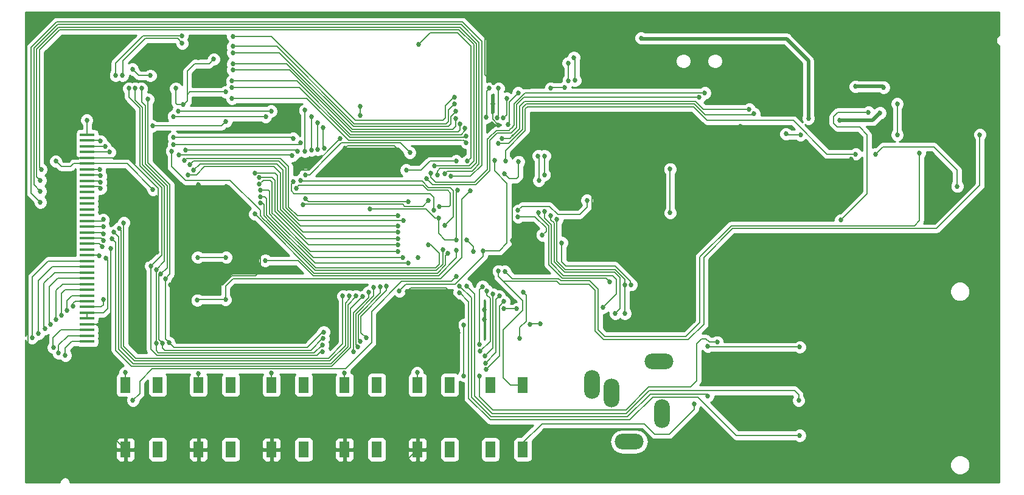
<source format=gbr>
G04 #@! TF.FileFunction,Copper,L2,Bot,Signal*
%FSLAX46Y46*%
G04 Gerber Fmt 4.6, Leading zero omitted, Abs format (unit mm)*
G04 Created by KiCad (PCBNEW 4.0.6) date Saturday, December 30, 2017 'PMt' 03:07:24 PM*
%MOMM*%
%LPD*%
G01*
G04 APERTURE LIST*
%ADD10C,0.100000*%
%ADD11O,2.200000X4.000000*%
%ADD12O,4.000000X2.200000*%
%ADD13R,2.000000X0.400000*%
%ADD14R,1.400000X2.200000*%
%ADD15C,0.685800*%
%ADD16C,0.200000*%
%ADD17C,0.500000*%
%ADD18C,0.254000*%
G04 APERTURE END LIST*
D10*
D11*
X160718500Y-117094000D03*
D12*
X160218500Y-109794000D03*
D11*
X153618500Y-114194000D03*
X150918500Y-112994000D03*
D12*
X156118500Y-120994000D03*
D13*
X80708500Y-78232000D03*
X80708500Y-79032000D03*
X80708500Y-79832000D03*
X80708500Y-80632000D03*
X80708500Y-81432000D03*
X80708500Y-82232000D03*
X80708500Y-83032000D03*
X80708500Y-83832000D03*
X80708500Y-84632000D03*
X80708500Y-85432000D03*
X80708500Y-86232000D03*
X80708500Y-87032000D03*
X80708500Y-87832000D03*
X80708500Y-88632000D03*
X80708500Y-89432000D03*
X80708500Y-90232000D03*
X80708500Y-91032000D03*
X80708500Y-91832000D03*
X80708500Y-92632000D03*
X80708500Y-93432000D03*
X80708500Y-94232000D03*
X80708500Y-95032000D03*
X80708500Y-95832000D03*
X80708500Y-96632000D03*
X80708500Y-97432000D03*
X80708500Y-98232000D03*
X80708500Y-99032000D03*
X80708500Y-99832000D03*
X80708500Y-100632000D03*
X80708500Y-101432000D03*
X80708500Y-102232000D03*
X80708500Y-103032000D03*
X80708500Y-103832000D03*
X80708500Y-104632000D03*
X80708500Y-105432000D03*
X80708500Y-106232000D03*
X80708500Y-107032000D03*
D14*
X141315000Y-122102000D03*
X141315000Y-113102000D03*
X136815000Y-122102000D03*
X136815000Y-113102000D03*
X126655000Y-113102000D03*
X126655000Y-122102000D03*
X131155000Y-113102000D03*
X131155000Y-122102000D03*
X116495000Y-113102000D03*
X116495000Y-122102000D03*
X120995000Y-113102000D03*
X120995000Y-122102000D03*
X106335000Y-113102000D03*
X106335000Y-122102000D03*
X110835000Y-113102000D03*
X110835000Y-122102000D03*
X96175000Y-113102000D03*
X96175000Y-122102000D03*
X100675000Y-113102000D03*
X100675000Y-122102000D03*
X86015000Y-113102000D03*
X86015000Y-122102000D03*
X90515000Y-113102000D03*
X90515000Y-122102000D03*
D15*
X165155880Y-115702080D03*
X185536840Y-90119200D03*
X189423040Y-75087480D03*
X204917040Y-78206600D03*
X137922000Y-97218500D03*
X138684000Y-101473000D03*
X136207500Y-110934500D03*
X126619000Y-111379000D03*
X95758000Y-69977000D03*
X98933000Y-70104000D03*
X97663000Y-65278000D03*
X176403000Y-105283000D03*
X176276000Y-101727000D03*
X78105000Y-81788000D03*
X105410000Y-93853000D03*
X125089920Y-111399320D03*
X83901280Y-111805720D03*
X73253600Y-96672400D03*
X92288360Y-99105720D03*
X109910880Y-83113880D03*
X115925600Y-78765400D03*
X116550440Y-80076040D03*
X135996680Y-102656640D03*
X135996680Y-103972360D03*
X125176280Y-100086160D03*
X132328920Y-105811320D03*
X187050680Y-81661000D03*
X186334400Y-83515200D03*
X137109200Y-73944480D03*
X137922000Y-76865480D03*
X150957280Y-86365080D03*
X150591520Y-91749880D03*
X166476680Y-77332840D03*
X171566840Y-77073760D03*
X139821920Y-92928440D03*
X140573760Y-86934040D03*
X96139000Y-67500500D03*
X92392500Y-67564000D03*
X100076000Y-85471000D03*
X96139000Y-85217000D03*
X90424000Y-94615000D03*
X88392000Y-95821500D03*
X88392000Y-93980000D03*
X83947000Y-94107000D03*
X100076000Y-74041000D03*
X95948500Y-73977500D03*
X137223500Y-70993000D03*
X136080500Y-63817500D03*
X123952000Y-81280000D03*
X123952000Y-82677000D03*
X177546000Y-80264000D03*
X174752000Y-84201000D03*
X182118000Y-80899000D03*
X198755000Y-72771000D03*
X199898000Y-79375000D03*
X138049000Y-100711000D03*
X136144000Y-110045500D03*
X116459000Y-111442500D03*
X137160000Y-100457000D03*
X136017000Y-109093000D03*
X106362500Y-111442500D03*
X96202500Y-111506000D03*
X135382000Y-108394500D03*
X136334500Y-100012500D03*
X135699500Y-99377500D03*
X135318500Y-107442000D03*
X85979000Y-111379000D03*
X187579000Y-71501000D03*
X191516000Y-71628000D03*
X138440160Y-78704440D03*
X172811440Y-74660760D03*
X137368280Y-81798160D03*
X135813800Y-94371160D03*
X124139960Y-99994720D03*
X98298000Y-67691000D03*
X76327000Y-81915000D03*
X129590800Y-89799160D03*
X132273040Y-85948520D03*
X132049520Y-81869280D03*
X125095000Y-83149440D03*
X147167600Y-71602600D03*
X145201640Y-71724520D03*
X140675360Y-72395080D03*
X139242800Y-76829920D03*
X138760200Y-83647280D03*
X133111240Y-104693720D03*
X133116320Y-111805720D03*
X135249920Y-111851440D03*
X168376600Y-107121960D03*
X118684040Y-75534520D03*
X118684040Y-74269600D03*
X140705840Y-81975960D03*
X134452360Y-94482920D03*
X133532880Y-92877640D03*
X132069840Y-92877640D03*
X120015000Y-88582500D03*
X93027500Y-71755000D03*
X86995000Y-69088000D03*
X89471500Y-69977000D03*
X89852500Y-85852000D03*
X100012500Y-95313500D03*
X96075500Y-95313500D03*
X83312000Y-95440500D03*
X94043500Y-74041000D03*
X99949000Y-72263000D03*
X126796800Y-65633600D03*
X133604000Y-81915000D03*
X134048500Y-86042500D03*
X99949000Y-101219000D03*
X96012000Y-101282500D03*
X82931000Y-101219000D03*
X161798000Y-82997040D03*
X161808160Y-89108280D03*
X136204960Y-75788520D03*
X136652000Y-71755000D03*
X137922000Y-71755000D03*
X137774680Y-75864720D03*
X181056280Y-75946000D03*
X157779720Y-64739520D03*
X140903960Y-106563160D03*
X141376400Y-100177600D03*
X137911840Y-79415640D03*
X173492160Y-75290680D03*
X179959000Y-78232000D03*
X177927000Y-78105000D03*
X150241000Y-87376000D03*
X140652500Y-88773000D03*
X140652500Y-89662000D03*
X144018000Y-92202000D03*
X146748500Y-93281500D03*
X156400500Y-99123500D03*
X82931000Y-90043000D03*
X128524000Y-83566000D03*
X166624000Y-72390000D03*
X165862000Y-73025000D03*
X127889000Y-84328000D03*
X154178000Y-103124000D03*
X145224500Y-89535000D03*
X146050000Y-90043000D03*
X155511500Y-99123500D03*
X155511500Y-103124000D03*
X152463500Y-102298500D03*
X144335500Y-88900000D03*
X143510000Y-89090500D03*
X153416000Y-98742500D03*
X193421000Y-78232000D03*
X193421000Y-73914000D03*
X185420000Y-76200000D03*
X191008000Y-75184000D03*
X143753840Y-104551480D03*
X142275560Y-104627680D03*
X132054600Y-97993200D03*
X87058500Y-115252500D03*
X201757280Y-85410040D03*
X190418720Y-80919320D03*
X187634880Y-80919320D03*
X138907520Y-81859120D03*
X139065000Y-73152000D03*
X138623040Y-75900280D03*
X138811000Y-97256600D03*
X196509640Y-80741520D03*
X132461000Y-100266500D03*
X179832000Y-120142000D03*
X179705000Y-115252500D03*
X133477000Y-99314000D03*
X132524500Y-99314000D03*
X179832000Y-107823000D03*
X167068500Y-107696000D03*
X167068500Y-114617500D03*
X140462000Y-102489000D03*
X138684000Y-102489000D03*
X82804000Y-93853000D03*
X82931000Y-92964000D03*
X82931000Y-92075000D03*
X82931000Y-91059000D03*
X85788500Y-90487500D03*
X116268500Y-100711000D03*
X80645000Y-76200000D03*
X85153500Y-91249500D03*
X117157500Y-100711000D03*
X82550000Y-79121000D03*
X84391500Y-91821000D03*
X118110000Y-100711000D03*
X83185000Y-79883000D03*
X84137500Y-92710000D03*
X119062500Y-100774500D03*
X83820000Y-80645000D03*
X82359500Y-95059500D03*
X113474500Y-108458000D03*
X119888000Y-100139500D03*
X117729000Y-108458000D03*
X86487000Y-71755000D03*
X89535000Y-96520000D03*
X113474500Y-107505500D03*
X120586500Y-99504500D03*
X118364000Y-107823000D03*
X90297000Y-107251500D03*
X76009500Y-107886500D03*
X87376000Y-71755000D03*
X90297000Y-97028000D03*
X121475500Y-99441000D03*
X113538000Y-106616500D03*
X118681500Y-106997500D03*
X76708000Y-108648500D03*
X91186000Y-107251500D03*
X88265000Y-71755000D03*
X90932000Y-97663000D03*
X122364500Y-99314000D03*
X91567000Y-98298000D03*
X113601500Y-105727500D03*
X119507000Y-106553000D03*
X89154000Y-73279000D03*
X92075000Y-107188000D03*
X77660500Y-108966000D03*
X125349000Y-87566500D03*
X111061500Y-87122000D03*
X110744000Y-88011000D03*
X128206500Y-87376000D03*
X129730500Y-88265000D03*
X109791500Y-85661500D03*
X128905000Y-88773000D03*
X109410500Y-84772500D03*
X94234000Y-81788000D03*
X123952000Y-89535000D03*
X129476500Y-83820000D03*
X74168000Y-84582000D03*
X124714000Y-90170000D03*
X94996000Y-82423000D03*
X130429000Y-90868500D03*
X110426500Y-84582000D03*
X95504000Y-83185000D03*
X123952000Y-90932000D03*
X123952000Y-91821000D03*
X94742000Y-83820000D03*
X104013000Y-83566000D03*
X123952000Y-92710000D03*
X104648000Y-84201000D03*
X123952000Y-93599000D03*
X104648000Y-85090000D03*
X123952000Y-94488000D03*
X104775000Y-85979000D03*
X124587000Y-95377000D03*
X104775000Y-86868000D03*
X125349000Y-96139000D03*
X128143000Y-93599000D03*
X104775000Y-87757000D03*
X92456000Y-80518000D03*
X130175000Y-94234000D03*
X130845560Y-94762320D03*
X126746000Y-95377000D03*
X104013000Y-89281000D03*
X109347000Y-78740000D03*
X92710000Y-78613000D03*
X92710000Y-79629000D03*
X110363000Y-79375000D03*
X113665000Y-80137000D03*
X113538000Y-77216000D03*
X112776000Y-80264000D03*
X112776000Y-76581000D03*
X111887000Y-80391000D03*
X111887000Y-75692000D03*
X105537000Y-75692000D03*
X92710000Y-75692000D03*
X110998000Y-80518000D03*
X110998000Y-74803000D03*
X106299000Y-74930000D03*
X93345000Y-74930000D03*
X109982000Y-80518000D03*
X94361000Y-80391000D03*
X109220000Y-81153000D03*
X93472000Y-81026000D03*
X132080000Y-94361000D03*
X105473500Y-95758000D03*
X85582760Y-69936360D03*
X143550640Y-84597240D03*
X143433800Y-81168240D03*
X147665440Y-70698360D03*
X147624800Y-68239640D03*
X93919040Y-65471040D03*
X144317720Y-83809840D03*
X144348200Y-81173320D03*
X148569680Y-70642480D03*
X148417280Y-67447160D03*
X93903800Y-64404240D03*
X84663280Y-69936360D03*
X89789000Y-77002640D03*
X99994720Y-76367640D03*
X133451600Y-79329280D03*
X73025000Y-106553000D03*
X100838000Y-73152000D03*
X100838000Y-71628000D03*
X133400800Y-78430120D03*
X73914000Y-105918000D03*
X74803000Y-105283000D03*
X133278880Y-77322680D03*
X100838000Y-70739000D03*
X75565000Y-104648000D03*
X132588000Y-76708000D03*
X100965000Y-69215000D03*
X76327000Y-104013000D03*
X131953000Y-75946000D03*
X100965000Y-68326000D03*
X77089000Y-103378000D03*
X131953000Y-74930000D03*
X100965000Y-66802000D03*
X77851000Y-102743000D03*
X131826000Y-73914000D03*
X100965000Y-65913000D03*
X78740000Y-102108000D03*
X131826000Y-73025000D03*
X100965000Y-64516000D03*
X131318000Y-84010500D03*
X74168000Y-87630000D03*
X74168000Y-86106000D03*
X130429000Y-83693000D03*
X129032000Y-82550000D03*
X74295000Y-83058000D03*
X125587760Y-80695800D03*
X111061500Y-83820000D03*
X82423000Y-83058000D03*
X82550000Y-83947000D03*
X82550000Y-84836000D03*
X82550000Y-85725000D03*
D16*
X141315000Y-122102000D02*
X141315000Y-121158440D01*
X141315000Y-121158440D02*
X143977360Y-118496080D01*
X143977360Y-118496080D02*
X158226760Y-118496080D01*
X158226760Y-118496080D02*
X159679640Y-119948960D01*
X159679640Y-119948960D02*
X161691320Y-119948960D01*
X161691320Y-119948960D02*
X165155880Y-116484400D01*
X165155880Y-116484400D02*
X165155880Y-115702080D01*
X185536840Y-90119200D02*
X189240160Y-86415880D01*
X189240160Y-86415880D02*
X189240160Y-78216760D01*
X189240160Y-78216760D02*
X188183520Y-77160120D01*
X188183520Y-77160120D02*
X185094880Y-77160120D01*
X185094880Y-77160120D02*
X184525920Y-76591160D01*
X184525920Y-76591160D02*
X184525920Y-75676760D01*
X184525920Y-75676760D02*
X185115200Y-75087480D01*
X185115200Y-75087480D02*
X189423040Y-75087480D01*
X142107920Y-98633280D02*
X146044920Y-98633280D01*
X204917040Y-85277960D02*
X204917040Y-78206600D01*
X198882000Y-91313000D02*
X204917040Y-85277960D01*
X170489880Y-91313000D02*
X198882000Y-91313000D01*
X166497000Y-95305880D02*
X170489880Y-91313000D01*
X166497000Y-104622600D02*
X166497000Y-95305880D01*
X164332920Y-106786680D02*
X166497000Y-104622600D01*
X152542240Y-106786680D02*
X164332920Y-106786680D01*
X151373840Y-105618280D02*
X152542240Y-106786680D01*
X151373840Y-99877880D02*
X151373840Y-105618280D01*
X150545800Y-99049840D02*
X151373840Y-99877880D01*
X146461480Y-99049840D02*
X150545800Y-99049840D01*
X146044920Y-98633280D02*
X146461480Y-99049840D01*
X137922000Y-97967800D02*
X137922000Y-98003360D01*
X138551920Y-98633280D02*
X142107920Y-98633280D01*
X142107920Y-98633280D02*
X142219680Y-98633280D01*
X137922000Y-98003360D02*
X138551920Y-98633280D01*
X141315000Y-113102000D02*
X139581500Y-113102000D01*
X137922000Y-97980500D02*
X137922000Y-97967800D01*
X137922000Y-97967800D02*
X137922000Y-97218500D01*
X141287500Y-101346000D02*
X137922000Y-97980500D01*
X141287500Y-102679500D02*
X141287500Y-101346000D01*
X138557000Y-105410000D02*
X141287500Y-102679500D01*
X138557000Y-112077500D02*
X138557000Y-105410000D01*
X139581500Y-113102000D02*
X138557000Y-112077500D01*
X126655000Y-113102000D02*
X126655000Y-111415000D01*
X138049000Y-102108000D02*
X138684000Y-101473000D01*
X138049000Y-109093000D02*
X138049000Y-102108000D01*
X136207500Y-110934500D02*
X138049000Y-109093000D01*
X126655000Y-111415000D02*
X126619000Y-111379000D01*
X98806000Y-69977000D02*
X95758000Y-69977000D01*
X98933000Y-70104000D02*
X98806000Y-69977000D01*
X96202500Y-67564000D02*
X96139000Y-67500500D01*
X97282000Y-67564000D02*
X96202500Y-67564000D01*
X97663000Y-67183000D02*
X97282000Y-67564000D01*
X97663000Y-65278000D02*
X97663000Y-67183000D01*
X176403000Y-101854000D02*
X176403000Y-105283000D01*
X176276000Y-101727000D02*
X176403000Y-101854000D01*
X80708500Y-81432000D02*
X78461000Y-81432000D01*
X78461000Y-81432000D02*
X78105000Y-81788000D01*
X104805480Y-97094040D02*
X104805480Y-97224238D01*
X105410000Y-93853000D02*
X104805480Y-94457520D01*
X104805480Y-94457520D02*
X104805480Y-97094040D01*
X125176280Y-111312960D02*
X125176280Y-100086160D01*
X125089920Y-111399320D02*
X125176280Y-111312960D01*
X76941680Y-111805720D02*
X83901280Y-111805720D01*
X72415400Y-107279440D02*
X76941680Y-111805720D01*
X72415400Y-97510600D02*
X72415400Y-107279440D01*
X73253600Y-96672400D02*
X72415400Y-97510600D01*
X99552760Y-99105720D02*
X92288360Y-99105720D01*
X100782120Y-97876360D02*
X99552760Y-99105720D01*
X104153358Y-97876360D02*
X100782120Y-97876360D01*
X104805480Y-97224238D02*
X104153358Y-97876360D01*
X123952000Y-81280000D02*
X123952000Y-80253840D01*
X111577120Y-83113880D02*
X109910880Y-83113880D01*
X115925600Y-78765400D02*
X111577120Y-83113880D01*
X116880640Y-79745840D02*
X116550440Y-80076040D01*
X123444000Y-79745840D02*
X116880640Y-79745840D01*
X123952000Y-80253840D02*
X123444000Y-79745840D01*
X135996680Y-103972360D02*
X135996680Y-102656640D01*
X125176280Y-100086160D02*
X125709680Y-99552760D01*
X125709680Y-99552760D02*
X130622040Y-99552760D01*
X130622040Y-99552760D02*
X132328920Y-101259640D01*
X132328920Y-101259640D02*
X132328920Y-105811320D01*
D17*
X187050680Y-82798920D02*
X187050680Y-81661000D01*
X186334400Y-83515200D02*
X187050680Y-82798920D01*
D16*
X137109200Y-76052680D02*
X137109200Y-73944480D01*
X137922000Y-76865480D02*
X137109200Y-76052680D01*
X150957280Y-91384120D02*
X150957280Y-86365080D01*
X150591520Y-91749880D02*
X150957280Y-91384120D01*
X171307760Y-77332840D02*
X166476680Y-77332840D01*
X171566840Y-77073760D02*
X171307760Y-77332840D01*
X139821920Y-92928440D02*
X139862560Y-92887800D01*
X139862560Y-92887800D02*
X139862560Y-87645240D01*
X139862560Y-87645240D02*
X140573760Y-86934040D01*
X92456000Y-67500500D02*
X96139000Y-67500500D01*
X92392500Y-67564000D02*
X92456000Y-67500500D01*
X80708500Y-81432000D02*
X86385000Y-81432000D01*
X90614500Y-85661500D02*
X90614500Y-94424500D01*
X86385000Y-81432000D02*
X90614500Y-85661500D01*
X90614500Y-94424500D02*
X90424000Y-94615000D01*
X96393000Y-85471000D02*
X100076000Y-85471000D01*
X96139000Y-85217000D02*
X96393000Y-85471000D01*
X89217500Y-95821500D02*
X88392000Y-95821500D01*
X90424000Y-94615000D02*
X89217500Y-95821500D01*
X88392000Y-94170500D02*
X88392000Y-93980000D01*
X88392000Y-95821500D02*
X88392000Y-94170500D01*
X88392000Y-94170500D02*
X88392000Y-94107000D01*
X83947000Y-108077000D02*
X83947000Y-108458000D01*
X84772500Y-120859500D02*
X86015000Y-122102000D01*
X84772500Y-109283500D02*
X84772500Y-120859500D01*
X83947000Y-108458000D02*
X84772500Y-109283500D01*
X83947000Y-104232098D02*
X83947000Y-108077000D01*
X83947000Y-108077000D02*
X83947000Y-108140500D01*
X80708500Y-104632000D02*
X83547098Y-104632000D01*
X83947000Y-104232098D02*
X83947000Y-94107000D01*
X83547098Y-104632000D02*
X83947000Y-104232098D01*
X96012000Y-74041000D02*
X100076000Y-74041000D01*
X95948500Y-73977500D02*
X96012000Y-74041000D01*
X136080500Y-63817500D02*
X136080500Y-69850000D01*
X136080500Y-69850000D02*
X137223500Y-70993000D01*
X96175000Y-122102000D02*
X96175000Y-124559500D01*
X96175000Y-124559500D02*
X96583500Y-124968000D01*
X106335000Y-122102000D02*
X106335000Y-124369000D01*
X106335000Y-124369000D02*
X106934000Y-124968000D01*
X116495000Y-122102000D02*
X116495000Y-124496000D01*
X116495000Y-124496000D02*
X116967000Y-124968000D01*
X86015000Y-122102000D02*
X86015000Y-123480000D01*
X87503000Y-124968000D02*
X96583500Y-124968000D01*
X86015000Y-123480000D02*
X87503000Y-124968000D01*
X123789000Y-124968000D02*
X126655000Y-122102000D01*
X96583500Y-124968000D02*
X106934000Y-124968000D01*
X106934000Y-124968000D02*
X116967000Y-124968000D01*
X116967000Y-124968000D02*
X123789000Y-124968000D01*
X123952000Y-82677000D02*
X123952000Y-81280000D01*
D17*
X177546000Y-80264000D02*
X181483000Y-80264000D01*
X181483000Y-80264000D02*
X182118000Y-80899000D01*
X174752000Y-84201000D02*
X181356000Y-84201000D01*
X182118000Y-83439000D02*
X182118000Y-80899000D01*
X181356000Y-84201000D02*
X182118000Y-83439000D01*
X199898000Y-79375000D02*
X198755000Y-78232000D01*
X198755000Y-78232000D02*
X198755000Y-72771000D01*
D16*
X116495000Y-113102000D02*
X116495000Y-111478500D01*
X137604500Y-101155500D02*
X138049000Y-100711000D01*
X137604500Y-108585000D02*
X137604500Y-101155500D01*
X136144000Y-110045500D02*
X137604500Y-108585000D01*
X116495000Y-111478500D02*
X116459000Y-111442500D01*
X106335000Y-113102000D02*
X106335000Y-111470000D01*
X137160000Y-107950000D02*
X137160000Y-100457000D01*
X136017000Y-109093000D02*
X137160000Y-107950000D01*
X106335000Y-111470000D02*
X106362500Y-111442500D01*
X135382000Y-108394500D02*
X135384540Y-108394500D01*
X96175000Y-111533500D02*
X96202500Y-111506000D01*
X96175000Y-111533500D02*
X96175000Y-113102000D01*
X136334500Y-100591620D02*
X136334500Y-100012500D01*
X136773920Y-101031040D02*
X136334500Y-100591620D01*
X136773920Y-107005120D02*
X136773920Y-101031040D01*
X135384540Y-108394500D02*
X136773920Y-107005120D01*
X86015000Y-113102000D02*
X86015000Y-111415000D01*
X135255000Y-99822000D02*
X135699500Y-99377500D01*
X135255000Y-107378500D02*
X135255000Y-99822000D01*
X135318500Y-107442000D02*
X135255000Y-107378500D01*
X86015000Y-111415000D02*
X85979000Y-111379000D01*
D17*
X191389000Y-71501000D02*
X187579000Y-71501000D01*
X191516000Y-71628000D02*
X191389000Y-71501000D01*
D16*
X138440160Y-78704440D02*
X139542520Y-78704440D01*
X139974320Y-78272640D02*
X139974320Y-78308200D01*
X139542520Y-78704440D02*
X139974320Y-78272640D01*
X139974320Y-78308200D02*
X140898880Y-77383640D01*
X140898880Y-77383640D02*
X140898880Y-74213720D01*
X140898880Y-74213720D02*
X141559280Y-73553320D01*
X141559280Y-73553320D02*
X165333680Y-73553320D01*
X165333680Y-73553320D02*
X166441120Y-74660760D01*
X166441120Y-74660760D02*
X172811440Y-74660760D01*
X139903200Y-78379320D02*
X139974320Y-78308200D01*
X139120880Y-93324680D02*
X139120880Y-84968080D01*
X137368280Y-83215480D02*
X137368280Y-81798160D01*
X139120880Y-84968080D02*
X137368280Y-83215480D01*
X135813800Y-94371160D02*
X138074400Y-94371160D01*
X138074400Y-94371160D02*
X139120880Y-93324680D01*
X139120880Y-93324680D02*
X139131040Y-93314520D01*
X135813800Y-95178880D02*
X135813800Y-94371160D01*
X131897120Y-99095560D02*
X135813800Y-95178880D01*
X125039120Y-99095560D02*
X131897120Y-99095560D01*
X124139960Y-99994720D02*
X125039120Y-99095560D01*
X94615000Y-69342000D02*
X94615000Y-72771000D01*
X95631000Y-68326000D02*
X94615000Y-69342000D01*
X97663000Y-68326000D02*
X95631000Y-68326000D01*
X98298000Y-67691000D02*
X97663000Y-68326000D01*
X94043500Y-74041000D02*
X94107000Y-74041000D01*
X94996000Y-72263000D02*
X96012000Y-72263000D01*
X94615000Y-72644000D02*
X94996000Y-72263000D01*
X94615000Y-73533000D02*
X94615000Y-72771000D01*
X94615000Y-72771000D02*
X94615000Y-72644000D01*
X94107000Y-74041000D02*
X94615000Y-73533000D01*
X80708500Y-82232000D02*
X78804000Y-82232000D01*
X77089000Y-82677000D02*
X76327000Y-81915000D01*
X78359000Y-82677000D02*
X77089000Y-82677000D01*
X78804000Y-82232000D02*
X78359000Y-82677000D01*
X129590800Y-89799160D02*
X129590800Y-91973400D01*
X130495040Y-92877640D02*
X132069840Y-92877640D01*
X129590800Y-91973400D02*
X130495040Y-92877640D01*
X127492760Y-88582500D02*
X127840740Y-88582500D01*
X129057400Y-89799160D02*
X129590800Y-89799160D01*
X127840740Y-88582500D02*
X129057400Y-89799160D01*
X132069840Y-92877640D02*
X132069840Y-86151720D01*
X132069840Y-86151720D02*
X132273040Y-85948520D01*
X132049520Y-81869280D02*
X132024120Y-81894680D01*
X132024120Y-81894680D02*
X128391920Y-81894680D01*
X128391920Y-81894680D02*
X127137160Y-83149440D01*
X127137160Y-83149440D02*
X125095000Y-83149440D01*
X139443460Y-73845420D02*
X139443460Y-73626980D01*
X145323560Y-71602600D02*
X147167600Y-71602600D01*
X145201640Y-71724520D02*
X145323560Y-71602600D01*
X139443460Y-73626980D02*
X140675360Y-72395080D01*
X139440920Y-73847960D02*
X139443460Y-73845420D01*
X139443460Y-73845420D02*
X139451080Y-73837800D01*
X139440920Y-76631800D02*
X139440920Y-73847960D01*
X139242800Y-76829920D02*
X139440920Y-76631800D01*
X138760200Y-83647280D02*
X139466320Y-84353400D01*
X139466320Y-84353400D02*
X140456920Y-84353400D01*
X140456920Y-84353400D02*
X140705840Y-84104480D01*
X140705840Y-84104480D02*
X140705840Y-81975960D01*
X168376600Y-107121960D02*
X167264080Y-107121960D01*
X133111240Y-111800640D02*
X133111240Y-104693720D01*
X133116320Y-111805720D02*
X133111240Y-111800640D01*
X135249920Y-114701320D02*
X135249920Y-111851440D01*
X137109200Y-116560600D02*
X135249920Y-114701320D01*
X155671520Y-116560600D02*
X137109200Y-116560600D01*
X158821120Y-113411000D02*
X155671520Y-116560600D01*
X164627560Y-113411000D02*
X158821120Y-113411000D01*
X165521640Y-112516920D02*
X164627560Y-113411000D01*
X165521640Y-107360720D02*
X165521640Y-112516920D01*
X166217600Y-106664760D02*
X165521640Y-107360720D01*
X166806880Y-106664760D02*
X166217600Y-106664760D01*
X167264080Y-107121960D02*
X166806880Y-106664760D01*
X168376600Y-107121960D02*
X168376600Y-107142280D01*
X118684040Y-74269600D02*
X118684040Y-75534520D01*
X140522960Y-81793080D02*
X140705840Y-81975960D01*
X134269480Y-93614240D02*
X134274560Y-93614240D01*
X134274560Y-93614240D02*
X134452360Y-93792040D01*
X134452360Y-93792040D02*
X134452360Y-94482920D01*
X133532880Y-92877640D02*
X134269480Y-93614240D01*
X127508000Y-88582500D02*
X127492760Y-88582500D01*
X127492760Y-88582500D02*
X120015000Y-88582500D01*
X93218000Y-74041000D02*
X94043500Y-74041000D01*
X93027500Y-73850500D02*
X93218000Y-74041000D01*
X93027500Y-71755000D02*
X93027500Y-73850500D01*
X86995000Y-69088000D02*
X87884000Y-69977000D01*
X87884000Y-69977000D02*
X89471500Y-69977000D01*
X80708500Y-82232000D02*
X86232500Y-82232000D01*
X86232500Y-82232000D02*
X89852500Y-85852000D01*
X96075500Y-95313500D02*
X100012500Y-95313500D01*
X80708500Y-103032000D02*
X82959500Y-103032000D01*
X83566000Y-95694500D02*
X83312000Y-95440500D01*
X83566000Y-102425500D02*
X83566000Y-95694500D01*
X82959500Y-103032000D02*
X83566000Y-102425500D01*
X96012000Y-72263000D02*
X99949000Y-72263000D01*
X95821500Y-72263000D02*
X96012000Y-72263000D01*
X80708500Y-103032000D02*
X80708500Y-103832000D01*
X128417320Y-64013080D02*
X126796800Y-65633600D01*
X132217160Y-64013080D02*
X128417320Y-64013080D01*
X134086600Y-65882520D02*
X132217160Y-64013080D01*
X134086600Y-81432400D02*
X134086600Y-65882520D01*
X133604000Y-81915000D02*
X134086600Y-81432400D01*
X99949000Y-101219000D02*
X99949000Y-99314000D01*
X132842000Y-87249000D02*
X134048500Y-86042500D01*
X132842000Y-95313500D02*
X132842000Y-87249000D01*
X129857500Y-98298000D02*
X132842000Y-95313500D01*
X100965000Y-98298000D02*
X129857500Y-98298000D01*
X99949000Y-99314000D02*
X100965000Y-98298000D01*
X80708500Y-102232000D02*
X82616500Y-102232000D01*
X96075500Y-101219000D02*
X99949000Y-101219000D01*
X96012000Y-101282500D02*
X96075500Y-101219000D01*
X82931000Y-101917500D02*
X82931000Y-101219000D01*
X82616500Y-102232000D02*
X82931000Y-101917500D01*
X161798000Y-89098120D02*
X161798000Y-82997040D01*
X161808160Y-89108280D02*
X161798000Y-89098120D01*
X136204960Y-75788520D02*
X136265920Y-75727560D01*
X136265920Y-75727560D02*
X136265920Y-72141080D01*
X136265920Y-72141080D02*
X136652000Y-71755000D01*
X137922000Y-75717400D02*
X137922000Y-71755000D01*
X137774680Y-75864720D02*
X137922000Y-75717400D01*
D17*
X181056280Y-67899280D02*
X181056280Y-75946000D01*
X178008280Y-64851280D02*
X181056280Y-67899280D01*
X157891480Y-64851280D02*
X178008280Y-64851280D01*
X157779720Y-64739520D02*
X157891480Y-64851280D01*
D16*
X140903960Y-105100120D02*
X140903960Y-106563160D01*
X141757400Y-104246680D02*
X140903960Y-105100120D01*
X141757400Y-100558600D02*
X141757400Y-104246680D01*
X141376400Y-100177600D02*
X141757400Y-100558600D01*
X139374880Y-79415640D02*
X137911840Y-79415640D01*
X141305280Y-77485240D02*
X139374880Y-79415640D01*
X141305280Y-74423882D02*
X141305280Y-77485240D01*
X141799922Y-73929240D02*
X141305280Y-74423882D01*
X165181280Y-73929240D02*
X141799922Y-73929240D01*
X166664640Y-75412600D02*
X165181280Y-73929240D01*
X173370240Y-75412600D02*
X166664640Y-75412600D01*
X173492160Y-75290680D02*
X173370240Y-75412600D01*
X178054000Y-78232000D02*
X179959000Y-78232000D01*
X177927000Y-78105000D02*
X178054000Y-78232000D01*
X150241000Y-88328500D02*
X150241000Y-87376000D01*
X149225000Y-89344500D02*
X150241000Y-88328500D01*
X146177000Y-89344500D02*
X149225000Y-89344500D01*
X145034000Y-88201500D02*
X146177000Y-89344500D01*
X141224000Y-88201500D02*
X145034000Y-88201500D01*
X140652500Y-88773000D02*
X141224000Y-88201500D01*
X143002000Y-89662000D02*
X140652500Y-89662000D01*
X144554598Y-91214598D02*
X143002000Y-89662000D01*
X144554598Y-91665402D02*
X144554598Y-91214598D01*
X144018000Y-92202000D02*
X144554598Y-91665402D01*
X146748500Y-95948500D02*
X146748500Y-93281500D01*
X147320000Y-96520000D02*
X146748500Y-95948500D01*
X154168372Y-96520000D02*
X147320000Y-96520000D01*
X156273500Y-98625128D02*
X154168372Y-96520000D01*
X156273500Y-98996500D02*
X156273500Y-98625128D01*
X156400500Y-99123500D02*
X156273500Y-98996500D01*
X80708500Y-90232000D02*
X82742000Y-90232000D01*
X82742000Y-90232000D02*
X82931000Y-90043000D01*
X136392920Y-83063080D02*
X136392920Y-78856308D01*
X136392920Y-78856308D02*
X136583154Y-78666074D01*
X128524000Y-84201000D02*
X129159000Y-84836000D01*
X129159000Y-84836000D02*
X134620000Y-84836000D01*
X134620000Y-84836000D02*
X136392920Y-83063080D01*
X136392920Y-83063080D02*
X136398000Y-83058000D01*
X128524000Y-83566000D02*
X128524000Y-84201000D01*
X139446000Y-77625598D02*
X139446000Y-77597000D01*
X136583154Y-78666074D02*
X137623630Y-77625598D01*
X137623630Y-77625598D02*
X139446000Y-77625598D01*
X136509228Y-78740000D02*
X136583154Y-78666074D01*
X139948920Y-77094080D02*
X139948920Y-77051558D01*
X142306040Y-72410320D02*
X142306040Y-72390000D01*
X141594308Y-72410320D02*
X142306040Y-72410320D01*
X140109598Y-73895030D02*
X141594308Y-72410320D01*
X140109598Y-76890880D02*
X140109598Y-73895030D01*
X139948920Y-77051558D02*
X140109598Y-76890880D01*
X142306040Y-72390000D02*
X166624000Y-72390000D01*
X139446000Y-77597000D02*
X139446000Y-77597000D01*
X139446000Y-77597000D02*
X139948920Y-77094080D01*
X139948920Y-77094080D02*
X139954000Y-77089000D01*
X136750402Y-79070200D02*
X136750402Y-78997198D01*
X139700000Y-77978000D02*
X140203186Y-77474814D01*
X140203186Y-77474814D02*
X140462000Y-77216000D01*
X140462000Y-77216000D02*
X140462000Y-74041000D01*
X140462000Y-74041000D02*
X141478000Y-73025000D01*
X141478000Y-73025000D02*
X165862000Y-73025000D01*
X137769600Y-77978000D02*
X139700000Y-77978000D01*
X136750402Y-78997198D02*
X137769600Y-77978000D01*
X127889000Y-84328000D02*
X128778000Y-85217000D01*
X136750402Y-83213598D02*
X136750402Y-79070200D01*
X136750402Y-79070200D02*
X136750402Y-79022598D01*
X134747000Y-85217000D02*
X136750402Y-83213598D01*
X128778000Y-85217000D02*
X134747000Y-85217000D01*
X145224500Y-90106500D02*
X145224500Y-89535000D01*
X154178000Y-103124000D02*
X154813000Y-102489000D01*
X154813000Y-102489000D02*
X154813000Y-98161372D01*
X154813000Y-98161372D02*
X154060628Y-97409000D01*
X154060628Y-97409000D02*
X147129500Y-97409000D01*
X147129500Y-97409000D02*
X145669000Y-95948500D01*
X145669000Y-95948500D02*
X145669000Y-90551000D01*
X145669000Y-90551000D02*
X145224500Y-90106500D01*
X155511500Y-99123500D02*
X155511500Y-98361500D01*
X146050000Y-95821500D02*
X146050000Y-90043000D01*
X147256500Y-97028000D02*
X146050000Y-95821500D01*
X154178000Y-97028000D02*
X147256500Y-97028000D01*
X155511500Y-98361500D02*
X154178000Y-97028000D01*
X155511500Y-99123500D02*
X155511500Y-103124000D01*
X144335500Y-89852500D02*
X144335500Y-88900000D01*
X145288000Y-90805000D02*
X144335500Y-89852500D01*
X145288000Y-96139000D02*
X145288000Y-90805000D01*
X147002500Y-97853500D02*
X145288000Y-96139000D01*
X153797000Y-97853500D02*
X147002500Y-97853500D01*
X154368500Y-98425000D02*
X153797000Y-97853500D01*
X154368500Y-100393500D02*
X154368500Y-98425000D01*
X154368500Y-100393500D02*
X152463500Y-102298500D01*
X143510000Y-89535000D02*
X143510000Y-89090500D01*
X144907000Y-90932000D02*
X143510000Y-89535000D01*
X144907000Y-96329500D02*
X144907000Y-90932000D01*
X146812000Y-98234500D02*
X144907000Y-96329500D01*
X152908000Y-98234500D02*
X146812000Y-98234500D01*
X153416000Y-98742500D02*
X152908000Y-98234500D01*
X193421000Y-73914000D02*
X193421000Y-78232000D01*
D17*
X189992000Y-76200000D02*
X185420000Y-76200000D01*
X191008000Y-75184000D02*
X189992000Y-76200000D01*
D16*
X142351760Y-104551480D02*
X143753840Y-104551480D01*
X142275560Y-104627680D02*
X142351760Y-104551480D01*
X130779520Y-98679000D02*
X131368800Y-98679000D01*
X131368800Y-98679000D02*
X132054600Y-97993200D01*
X124460000Y-98679000D02*
X130779520Y-98679000D01*
X130779520Y-98679000D02*
X130810000Y-98679000D01*
X120269000Y-102870000D02*
X124460000Y-98679000D01*
X120269000Y-107188000D02*
X120269000Y-102870000D01*
X116614598Y-110842402D02*
X120269000Y-107188000D01*
X89754098Y-110842402D02*
X116614598Y-110842402D01*
X88011000Y-112585500D02*
X89754098Y-110842402D01*
X88011000Y-114300000D02*
X88011000Y-112585500D01*
X87058500Y-115252500D02*
X88011000Y-114300000D01*
X138892280Y-80477360D02*
X138892280Y-80396612D01*
X201757280Y-83174840D02*
X201757280Y-85410040D01*
X198490840Y-79908400D02*
X201757280Y-83174840D01*
X191429640Y-79908400D02*
X198490840Y-79908400D01*
X190418720Y-80919320D02*
X191429640Y-79908400D01*
X183626760Y-80919320D02*
X187634880Y-80919320D01*
X178932840Y-76225400D02*
X183626760Y-80919320D01*
X166979068Y-76225400D02*
X178932840Y-76225400D01*
X165079148Y-74325480D02*
X166979068Y-76225400D01*
X141955520Y-74325480D02*
X165079148Y-74325480D01*
X141657682Y-74623318D02*
X141955520Y-74325480D01*
X141657682Y-77631210D02*
X141657682Y-74623318D01*
X138892280Y-80396612D02*
X141657682Y-77631210D01*
X138892280Y-81843880D02*
X138892280Y-80477360D01*
X138892280Y-80477360D02*
X138892280Y-80457040D01*
X138907520Y-81859120D02*
X138892280Y-81843880D01*
X139065000Y-75458320D02*
X139065000Y-73152000D01*
X138623040Y-75900280D02*
X139065000Y-75458320D01*
X165953440Y-104409240D02*
X165953440Y-95260160D01*
X138851640Y-97256600D02*
X139867640Y-98272600D01*
X139867640Y-98272600D02*
X146298920Y-98272600D01*
X146298920Y-98272600D02*
X146618960Y-98592640D01*
X146618960Y-98592640D02*
X150627080Y-98592640D01*
X150627080Y-98592640D02*
X151785320Y-99750880D01*
X151785320Y-99750880D02*
X151785320Y-105450640D01*
X151785320Y-105450640D02*
X152684480Y-106349800D01*
X152684480Y-106349800D02*
X164012880Y-106349800D01*
X164012880Y-106349800D02*
X165953440Y-104409240D01*
X138811000Y-97256600D02*
X138851640Y-97256600D01*
X196509640Y-90195400D02*
X196509640Y-80741520D01*
X195783200Y-90921840D02*
X196509640Y-90195400D01*
X170291760Y-90921840D02*
X195783200Y-90921840D01*
X165953440Y-95260160D02*
X170291760Y-90921840D01*
X132461000Y-100266500D02*
X132492750Y-100234750D01*
X132492750Y-100234750D02*
X132461000Y-100266500D01*
X132461000Y-100266500D02*
X132461000Y-100203000D01*
X171005500Y-120142000D02*
X179832000Y-120142000D01*
X165671500Y-114808000D02*
X171005500Y-120142000D01*
X159385000Y-114808000D02*
X165671500Y-114808000D01*
X156210000Y-117983000D02*
X159385000Y-114808000D01*
X136779000Y-117983000D02*
X156210000Y-117983000D01*
X133794500Y-114998500D02*
X136779000Y-117983000D01*
X133794500Y-101536500D02*
X133794500Y-114998500D01*
X132461000Y-100203000D02*
X133794500Y-101536500D01*
X158908750Y-113887250D02*
X179101750Y-113887250D01*
X179705000Y-114490500D02*
X179705000Y-115252500D01*
X179101750Y-113887250D02*
X179705000Y-114490500D01*
X155702000Y-117094000D02*
X158908750Y-113887250D01*
X137033000Y-117094000D02*
X155702000Y-117094000D01*
X134620000Y-114681000D02*
X137033000Y-117094000D01*
X134620000Y-100457000D02*
X134620000Y-114681000D01*
X133477000Y-99314000D02*
X134620000Y-100457000D01*
X159067500Y-114363500D02*
X166814500Y-114363500D01*
X132524500Y-99314000D02*
X134175500Y-100965000D01*
X134175500Y-100965000D02*
X134175500Y-114808000D01*
X134175500Y-114808000D02*
X136906000Y-117538500D01*
X136906000Y-117538500D02*
X155892500Y-117538500D01*
X155892500Y-117538500D02*
X159067500Y-114363500D01*
X167195500Y-107823000D02*
X179832000Y-107823000D01*
X167068500Y-107696000D02*
X167195500Y-107823000D01*
X166814500Y-114363500D02*
X167068500Y-114617500D01*
X138684000Y-102489000D02*
X140462000Y-102489000D01*
X80708500Y-93432000D02*
X82383000Y-93432000D01*
X82383000Y-93432000D02*
X82804000Y-93853000D01*
X80708500Y-92632000D02*
X82599000Y-92632000D01*
X82599000Y-92632000D02*
X82931000Y-92964000D01*
X82688000Y-91832000D02*
X82931000Y-92075000D01*
X80708500Y-91832000D02*
X82688000Y-91832000D01*
X80708500Y-91032000D02*
X82904000Y-91032000D01*
X82904000Y-91032000D02*
X82931000Y-91059000D01*
X114363500Y-109283500D02*
X114363500Y-109312098D01*
X85788500Y-107696000D02*
X85788500Y-90487500D01*
X87468098Y-109375598D02*
X85788500Y-107696000D01*
X114300000Y-109375598D02*
X87468098Y-109375598D01*
X114363500Y-109312098D02*
X114300000Y-109375598D01*
X116268500Y-107378500D02*
X114363500Y-109283500D01*
X114363500Y-109283500D02*
X114300000Y-109347000D01*
X116268500Y-105346500D02*
X116268500Y-106680000D01*
X116268500Y-105346500D02*
X116268500Y-100711000D01*
X116268500Y-106680000D02*
X116268500Y-107378500D01*
X80708500Y-76263500D02*
X80708500Y-78232000D01*
X80645000Y-76200000D02*
X80708500Y-76263500D01*
X114490500Y-109728000D02*
X87249000Y-109728000D01*
X116620902Y-107597598D02*
X114490500Y-109728000D01*
X116620902Y-106870500D02*
X116620902Y-107597598D01*
X85407500Y-91503500D02*
X85153500Y-91249500D01*
X85407500Y-107886500D02*
X85407500Y-91503500D01*
X87249000Y-109728000D02*
X85407500Y-107886500D01*
X116620902Y-105283000D02*
X116620902Y-106870500D01*
X116620902Y-106870500D02*
X116620902Y-106899098D01*
X117157500Y-100711000D02*
X117157500Y-101126902D01*
X116620902Y-101663500D02*
X116620902Y-105283000D01*
X116620902Y-105283000D02*
X116620902Y-105346500D01*
X117157500Y-101126902D02*
X116620902Y-101663500D01*
X82461000Y-79032000D02*
X80708500Y-79032000D01*
X82550000Y-79121000D02*
X82461000Y-79032000D01*
X114598530Y-110137598D02*
X87087098Y-110137598D01*
X116973304Y-107762824D02*
X114598530Y-110137598D01*
X116973304Y-105283000D02*
X116973304Y-107054696D01*
X116973304Y-107054696D02*
X116973304Y-107762824D01*
X85055098Y-92484598D02*
X84391500Y-91821000D01*
X85055098Y-108105598D02*
X85055098Y-92484598D01*
X87087098Y-110137598D02*
X85055098Y-108105598D01*
X118110000Y-100711000D02*
X118110000Y-100774500D01*
X116973304Y-101911196D02*
X116973304Y-105283000D01*
X116973304Y-105283000D02*
X116973304Y-105346500D01*
X118110000Y-100774500D02*
X116973304Y-101911196D01*
X83134000Y-79832000D02*
X80708500Y-79832000D01*
X83185000Y-79883000D02*
X83134000Y-79832000D01*
X114744500Y-110490000D02*
X86868000Y-110490000D01*
X117325706Y-107908794D02*
X114744500Y-110490000D01*
X117325706Y-107188000D02*
X117325706Y-107908794D01*
X84645500Y-93218000D02*
X84137500Y-92710000D01*
X84645500Y-108267500D02*
X84645500Y-93218000D01*
X86868000Y-110490000D02*
X84645500Y-108267500D01*
X117325706Y-105283000D02*
X117325706Y-107188000D01*
X117325706Y-107188000D02*
X117325706Y-107210294D01*
X119062500Y-100774500D02*
X118999000Y-100774500D01*
X117325706Y-102447794D02*
X117325706Y-105283000D01*
X117325706Y-105283000D02*
X117325706Y-105346500D01*
X118999000Y-100774500D02*
X117325706Y-102447794D01*
X83807000Y-80632000D02*
X80708500Y-80632000D01*
X83820000Y-80645000D02*
X83807000Y-80632000D01*
X82332000Y-95032000D02*
X80708500Y-95032000D01*
X82359500Y-95059500D02*
X82332000Y-95032000D01*
X112649000Y-108994598D02*
X90389098Y-108994598D01*
X113185598Y-108458000D02*
X112649000Y-108994598D01*
X117729000Y-108458000D02*
X117729000Y-105346500D01*
X119888000Y-100139500D02*
X119888000Y-100901500D01*
X117729000Y-103060500D02*
X117729000Y-105346500D01*
X119888000Y-100901500D02*
X117729000Y-103060500D01*
X113474500Y-108458000D02*
X113185598Y-108458000D01*
X89535000Y-108140500D02*
X89535000Y-96520000D01*
X90389098Y-108994598D02*
X89535000Y-108140500D01*
X86487000Y-71755000D02*
X86487000Y-72996402D01*
X91059000Y-94996000D02*
X89535000Y-96520000D01*
X91059000Y-85598000D02*
X91059000Y-94996000D01*
X88011000Y-82550000D02*
X91059000Y-85598000D01*
X88011000Y-74520402D02*
X88011000Y-82550000D01*
X86487000Y-72996402D02*
X88011000Y-74520402D01*
X113474500Y-107505500D02*
X113411000Y-107505500D01*
X118081402Y-105346500D02*
X118081402Y-107540402D01*
X120586500Y-99504500D02*
X120586500Y-100701372D01*
X118081402Y-103206470D02*
X118081402Y-105346500D01*
X120586500Y-100701372D02*
X118081402Y-103206470D01*
X118081402Y-107540402D02*
X118364000Y-107823000D01*
X90297000Y-108331000D02*
X90297000Y-107251500D01*
X90608196Y-108642196D02*
X90297000Y-108331000D01*
X112274304Y-108642196D02*
X90608196Y-108642196D01*
X113411000Y-107505500D02*
X112274304Y-108642196D01*
X90297000Y-103822500D02*
X90297000Y-107251500D01*
X77003500Y-105432000D02*
X80708500Y-105432000D01*
X76009500Y-107886500D02*
X75946000Y-107823000D01*
X75946000Y-107823000D02*
X75946000Y-106489500D01*
X75946000Y-106489500D02*
X77003500Y-105432000D01*
X90297000Y-104013000D02*
X90297000Y-103822500D01*
X90297000Y-103822500D02*
X90297000Y-97028000D01*
X87376000Y-71755000D02*
X87376000Y-73377402D01*
X91440000Y-95885000D02*
X90297000Y-97028000D01*
X91440000Y-85471000D02*
X91440000Y-95885000D01*
X88392000Y-82423000D02*
X91440000Y-85471000D01*
X88392000Y-74393402D02*
X88392000Y-82423000D01*
X87376000Y-73377402D02*
X88392000Y-74393402D01*
X121497622Y-99463122D02*
X121475500Y-99441000D01*
X113538000Y-106616500D02*
X113474500Y-106616500D01*
X118433804Y-105346500D02*
X118433804Y-106749804D01*
X118433804Y-103352440D02*
X118433804Y-105346500D01*
X121497622Y-100288622D02*
X118433804Y-103352440D01*
X118433804Y-106749804D02*
X118681500Y-106997500D01*
X91186000Y-107950000D02*
X91186000Y-107251500D01*
X91503500Y-108267500D02*
X91186000Y-107950000D01*
X111823500Y-108267500D02*
X91503500Y-108267500D01*
X113474500Y-106616500D02*
X111823500Y-108267500D01*
X121497622Y-100288622D02*
X121497622Y-99463122D01*
X90678000Y-105092500D02*
X90678000Y-106743500D01*
X90678000Y-106743500D02*
X91186000Y-107251500D01*
X78045000Y-106232000D02*
X80708500Y-106232000D01*
X76708000Y-107569000D02*
X78045000Y-106232000D01*
X76708000Y-108648500D02*
X76708000Y-107569000D01*
X90805000Y-97663000D02*
X90932000Y-97663000D01*
X90678000Y-97790000D02*
X90805000Y-97663000D01*
X90678000Y-105156000D02*
X90678000Y-105092500D01*
X90678000Y-105092500D02*
X90678000Y-97790000D01*
X88265000Y-71755000D02*
X88265000Y-73660000D01*
X91821000Y-96774000D02*
X90932000Y-97663000D01*
X91821000Y-85344000D02*
X91821000Y-96774000D01*
X88773000Y-82296000D02*
X91821000Y-85344000D01*
X88773000Y-74168000D02*
X88773000Y-82296000D01*
X88265000Y-73660000D02*
X88773000Y-74168000D01*
X118786206Y-103527294D02*
X118786206Y-105283000D01*
X122364500Y-99949000D02*
X118786206Y-103527294D01*
X122364500Y-99314000D02*
X122364500Y-99949000D01*
X113601500Y-105727500D02*
X113474500Y-105727500D01*
X118786206Y-105283000D02*
X118786206Y-105832206D01*
X118786206Y-105832206D02*
X119507000Y-106553000D01*
X92773500Y-107886500D02*
X92075000Y-107188000D01*
X111315500Y-107886500D02*
X92773500Y-107886500D01*
X113474500Y-105727500D02*
X111315500Y-107886500D01*
X91567000Y-105664000D02*
X91567000Y-106680000D01*
X91567000Y-106680000D02*
X92075000Y-107188000D01*
X89154000Y-82169000D02*
X92202000Y-85217000D01*
X92202000Y-85217000D02*
X92202000Y-97663000D01*
X92202000Y-97663000D02*
X91567000Y-98298000D01*
X89154000Y-73279000D02*
X89154000Y-74422000D01*
X89154000Y-74422000D02*
X89154000Y-82169000D01*
X91567000Y-105664000D02*
X91567000Y-98298000D01*
X78578500Y-107032000D02*
X80708500Y-107032000D01*
X77660500Y-108966000D02*
X77660500Y-107950000D01*
X77660500Y-107950000D02*
X78578500Y-107032000D01*
X118786206Y-105283000D02*
X118786206Y-105346500D01*
X111506000Y-87566500D02*
X125349000Y-87566500D01*
X111061500Y-87122000D02*
X111506000Y-87566500D01*
X124904500Y-88201500D02*
X127381000Y-88201500D01*
X110744000Y-88011000D02*
X110836098Y-87918902D01*
X110836098Y-87918902D02*
X124621902Y-87918902D01*
X124621902Y-87918902D02*
X124904500Y-88201500D01*
X127381000Y-88201500D02*
X128206500Y-87376000D01*
X131064000Y-88265000D02*
X129730500Y-88265000D01*
X131254500Y-88074500D02*
X131064000Y-88265000D01*
X131254500Y-86360000D02*
X131254500Y-88074500D01*
X130873500Y-85979000D02*
X131254500Y-86360000D01*
X128079500Y-85979000D02*
X130873500Y-85979000D01*
X127381000Y-85280500D02*
X128079500Y-85979000D01*
X110172500Y-85280500D02*
X127381000Y-85280500D01*
X109791500Y-85661500D02*
X110172500Y-85280500D01*
X128905000Y-86931500D02*
X128905000Y-88773000D01*
X128397000Y-86423500D02*
X128905000Y-86931500D01*
X109474000Y-86423500D02*
X128397000Y-86423500D01*
X109093000Y-86042500D02*
X109474000Y-86423500D01*
X109093000Y-85090000D02*
X109093000Y-86042500D01*
X109410500Y-84772500D02*
X109093000Y-85090000D01*
X108707186Y-82672186D02*
X107569000Y-81534000D01*
X107569000Y-81534000D02*
X94488000Y-81534000D01*
X94488000Y-81534000D02*
X94234000Y-81788000D01*
X123952000Y-89535000D02*
X109972372Y-89535000D01*
X109972372Y-89535000D02*
X108707186Y-88269814D01*
X108707186Y-88269814D02*
X108707186Y-82672186D01*
X129413000Y-83756500D02*
X129476500Y-83820000D01*
X134112000Y-82931000D02*
X129794000Y-82931000D01*
X132588000Y-63246000D02*
X134874000Y-65532000D01*
X134874000Y-65532000D02*
X134874000Y-82169000D01*
X134874000Y-82169000D02*
X134112000Y-82931000D01*
X76708000Y-63246000D02*
X132334000Y-63246000D01*
X73660000Y-66294000D02*
X76708000Y-63246000D01*
X73660000Y-84074000D02*
X73660000Y-66294000D01*
X74168000Y-84582000D02*
X73660000Y-84074000D01*
X132334000Y-63246000D02*
X132588000Y-63246000D01*
X129794000Y-82931000D02*
X129413000Y-83312000D01*
X129413000Y-83312000D02*
X129413000Y-83756500D01*
X108331000Y-88392000D02*
X108331000Y-82931000D01*
X110109000Y-90170000D02*
X108331000Y-88392000D01*
X124714000Y-90170000D02*
X110109000Y-90170000D01*
X95504000Y-81915000D02*
X94996000Y-82423000D01*
X107315000Y-81915000D02*
X95504000Y-81915000D01*
X108331000Y-82931000D02*
X107315000Y-81915000D01*
X131635500Y-89662000D02*
X130429000Y-90868500D01*
X131635500Y-86042500D02*
X131635500Y-89662000D01*
X131191000Y-85598000D02*
X131635500Y-86042500D01*
X128206500Y-85598000D02*
X131191000Y-85598000D01*
X127317500Y-84709000D02*
X128206500Y-85598000D01*
X110553500Y-84709000D02*
X127317500Y-84709000D01*
X110426500Y-84582000D02*
X110553500Y-84709000D01*
X107950000Y-88519000D02*
X107950000Y-83185000D01*
X107950000Y-83185000D02*
X107061000Y-82296000D01*
X107061000Y-82296000D02*
X96393000Y-82296000D01*
X96393000Y-82296000D02*
X95504000Y-83185000D01*
X123952000Y-90932000D02*
X110363000Y-90932000D01*
X110363000Y-90932000D02*
X107950000Y-88519000D01*
X107569000Y-88646000D02*
X107569000Y-83566000D01*
X110744000Y-91821000D02*
X107569000Y-88646000D01*
X123952000Y-91821000D02*
X110744000Y-91821000D01*
X95885000Y-83820000D02*
X94742000Y-83820000D01*
X97028000Y-82677000D02*
X95885000Y-83820000D01*
X106680000Y-82677000D02*
X97028000Y-82677000D01*
X107569000Y-83566000D02*
X106680000Y-82677000D01*
X107505500Y-89090500D02*
X107505500Y-89080872D01*
X106807000Y-83566000D02*
X104013000Y-83566000D01*
X107188000Y-83947000D02*
X106807000Y-83566000D01*
X107188000Y-88763372D02*
X107188000Y-83947000D01*
X107505500Y-89080872D02*
X107188000Y-88763372D01*
X123952000Y-92710000D02*
X111125000Y-92710000D01*
X111125000Y-92710000D02*
X107505500Y-89090500D01*
X107505500Y-89090500D02*
X107442000Y-89027000D01*
X107315000Y-89408000D02*
X106807000Y-88900000D01*
X106397402Y-84201000D02*
X104648000Y-84201000D01*
X106807000Y-84610598D02*
X106397402Y-84201000D01*
X106807000Y-88900000D02*
X106807000Y-84610598D01*
X123952000Y-93599000D02*
X111506000Y-93599000D01*
X111506000Y-93599000D02*
X107315000Y-89408000D01*
X107315000Y-89408000D02*
X107061000Y-89154000D01*
X106426000Y-89154000D02*
X106426000Y-84807402D01*
X106426000Y-84807402D02*
X106172000Y-84553402D01*
X106172000Y-84553402D02*
X105184598Y-84553402D01*
X105184598Y-84553402D02*
X104648000Y-85090000D01*
X123952000Y-94488000D02*
X111760000Y-94488000D01*
X111760000Y-94488000D02*
X106807000Y-89535000D01*
X106807000Y-89535000D02*
X106426000Y-89154000D01*
X106680000Y-89916000D02*
X106045000Y-89281000D01*
X105889402Y-85979000D02*
X104775000Y-85979000D01*
X106045000Y-86134598D02*
X105889402Y-85979000D01*
X106045000Y-89281000D02*
X106045000Y-86134598D01*
X124587000Y-95377000D02*
X112141000Y-95377000D01*
X112141000Y-95377000D02*
X106680000Y-89916000D01*
X106680000Y-89916000D02*
X106553000Y-89789000D01*
X125349000Y-96139000D02*
X112404628Y-96139000D01*
X106430814Y-90165186D02*
X106421186Y-90165186D01*
X105410000Y-86868000D02*
X104775000Y-86868000D01*
X105664000Y-87122000D02*
X105410000Y-86868000D01*
X105664000Y-89408000D02*
X105664000Y-87122000D01*
X106421186Y-90165186D02*
X105664000Y-89408000D01*
X112404628Y-96139000D02*
X106430814Y-90165186D01*
X106430814Y-90165186D02*
X106367314Y-90101686D01*
X106172000Y-90424000D02*
X105283000Y-89535000D01*
X128524000Y-93599000D02*
X129667000Y-94742000D01*
X129667000Y-94742000D02*
X129667000Y-96266000D01*
X129667000Y-96266000D02*
X129159000Y-96774000D01*
X129159000Y-96774000D02*
X112522000Y-96774000D01*
X112522000Y-96774000D02*
X106172000Y-90424000D01*
X128143000Y-93599000D02*
X128524000Y-93599000D01*
X105029000Y-87757000D02*
X104775000Y-87757000D01*
X105283000Y-88011000D02*
X105029000Y-87757000D01*
X105283000Y-89535000D02*
X105283000Y-88011000D01*
X104775000Y-89535000D02*
X104775000Y-88773000D01*
X100584000Y-84582000D02*
X94361000Y-84582000D01*
X94361000Y-84582000D02*
X92456000Y-82677000D01*
X92456000Y-82677000D02*
X92456000Y-80518000D01*
X105791000Y-90551000D02*
X105156000Y-89916000D01*
X130175000Y-96266000D02*
X129286000Y-97155000D01*
X129286000Y-97155000D02*
X112395000Y-97155000D01*
X112395000Y-97155000D02*
X105791000Y-90551000D01*
X130175000Y-94234000D02*
X130175000Y-96266000D01*
X105156000Y-89916000D02*
X104775000Y-89535000D01*
X104775000Y-88773000D02*
X100584000Y-84582000D01*
X130556000Y-96383372D02*
X130556000Y-95051880D01*
X130845560Y-94762320D02*
X130556000Y-95051880D01*
X130556000Y-96383372D02*
X130565628Y-96393000D01*
X130565628Y-96393000D02*
X130565628Y-96373744D01*
X105532186Y-90800186D02*
X104013000Y-89281000D01*
X112277628Y-97536000D02*
X105541814Y-90800186D01*
X129403372Y-97536000D02*
X112277628Y-97536000D01*
X130556000Y-96383372D02*
X130565628Y-96373744D01*
X130565628Y-96373744D02*
X129403372Y-97536000D01*
X105541814Y-90800186D02*
X105532186Y-90800186D01*
X109347000Y-78740000D02*
X109220000Y-78613000D01*
X109220000Y-78613000D02*
X92710000Y-78613000D01*
X110109000Y-79629000D02*
X92710000Y-79629000D01*
X110363000Y-79375000D02*
X110109000Y-79629000D01*
X113665000Y-80137000D02*
X113538000Y-80010000D01*
X113538000Y-80010000D02*
X113538000Y-77216000D01*
X112776000Y-80264000D02*
X112776000Y-76581000D01*
X111887000Y-80391000D02*
X111887000Y-76073000D01*
X111887000Y-76073000D02*
X111887000Y-75692000D01*
X105537000Y-75692000D02*
X92710000Y-75692000D01*
X110998000Y-80518000D02*
X110998000Y-74803000D01*
X106299000Y-74930000D02*
X93345000Y-74930000D01*
X109982000Y-80518000D02*
X109855000Y-80391000D01*
X109855000Y-80391000D02*
X94361000Y-80391000D01*
X109220000Y-81153000D02*
X109093000Y-81026000D01*
X109093000Y-81026000D02*
X93472000Y-81026000D01*
X132080000Y-95377000D02*
X132080000Y-94361000D01*
X129568598Y-97888402D02*
X132080000Y-95377000D01*
X112131658Y-97888402D02*
X129568598Y-97888402D01*
X110023378Y-95780122D02*
X112131658Y-97888402D01*
X105495622Y-95780122D02*
X110023378Y-95780122D01*
X105473500Y-95758000D02*
X105495622Y-95780122D01*
X88823800Y-64795400D02*
X93243400Y-64795400D01*
X85582760Y-69936360D02*
X85694520Y-69824600D01*
X85694520Y-69824600D02*
X85694520Y-67924680D01*
X85694520Y-67924680D02*
X88823800Y-64795400D01*
X143550640Y-81285080D02*
X143550640Y-84597240D01*
X143433800Y-81168240D02*
X143550640Y-81285080D01*
X147665440Y-68280280D02*
X147665440Y-70698360D01*
X147624800Y-68239640D02*
X147665440Y-68280280D01*
X93243400Y-64795400D02*
X93919040Y-65471040D01*
X144317720Y-81203800D02*
X144317720Y-83809840D01*
X144348200Y-81173320D02*
X144317720Y-81203800D01*
X148569680Y-67599560D02*
X148569680Y-70642480D01*
X148417280Y-67447160D02*
X148569680Y-67599560D01*
X88463120Y-64404240D02*
X93903800Y-64404240D01*
X93903800Y-64404240D02*
X93954600Y-64404240D01*
X84663280Y-68204080D02*
X88463120Y-64404240D01*
X84663280Y-69936360D02*
X84663280Y-68204080D01*
X99359720Y-77002640D02*
X89789000Y-77002640D01*
X99994720Y-76367640D02*
X99359720Y-77002640D01*
X133116320Y-78994000D02*
X132872480Y-78994000D01*
X133451600Y-79329280D02*
X133116320Y-78994000D01*
X75237000Y-95832000D02*
X80708500Y-95832000D01*
X73025000Y-98044000D02*
X75237000Y-95832000D01*
X73025000Y-106553000D02*
X73025000Y-98044000D01*
X132842000Y-78994000D02*
X117094000Y-78994000D01*
X111252000Y-73152000D02*
X100838000Y-73152000D01*
X117094000Y-78994000D02*
X111252000Y-73152000D01*
X133223000Y-78613000D02*
X117221000Y-78613000D01*
X117221000Y-78613000D02*
X110236000Y-71628000D01*
X110236000Y-71628000D02*
X100838000Y-71628000D01*
X133217920Y-78613000D02*
X133223000Y-78613000D01*
X133400800Y-78430120D02*
X133217920Y-78613000D01*
X73914000Y-105918000D02*
X73914000Y-98552000D01*
X73914000Y-98552000D02*
X75834000Y-96632000D01*
X75834000Y-96632000D02*
X80708500Y-96632000D01*
X133278880Y-77322680D02*
X133278880Y-77676664D01*
X133278880Y-77676664D02*
X132718730Y-78236814D01*
X132718730Y-78236814D02*
X132718730Y-78260598D01*
X132718730Y-78260598D02*
X132718730Y-78236814D01*
X76177000Y-97432000D02*
X80708500Y-97432000D01*
X74676000Y-98933000D02*
X76177000Y-97432000D01*
X74676000Y-105156000D02*
X74676000Y-98933000D01*
X74803000Y-105283000D02*
X74676000Y-105156000D01*
X133278880Y-77322680D02*
X133278880Y-77351278D01*
X132718730Y-78236814D02*
X117352814Y-78236814D01*
X117352814Y-78236814D02*
X109855000Y-70739000D01*
X109855000Y-70739000D02*
X100838000Y-70739000D01*
X132738784Y-78236814D02*
X132718730Y-78236814D01*
X76647000Y-98232000D02*
X80708500Y-98232000D01*
X75438000Y-99441000D02*
X76647000Y-98232000D01*
X75438000Y-104521000D02*
X75438000Y-99441000D01*
X75565000Y-104648000D02*
X75438000Y-104521000D01*
X132588000Y-76708000D02*
X132588000Y-77597000D01*
X108839000Y-69215000D02*
X100965000Y-69215000D01*
X117475000Y-77851000D02*
X108839000Y-69215000D01*
X132334000Y-77851000D02*
X117475000Y-77851000D01*
X132588000Y-77597000D02*
X132334000Y-77851000D01*
X77244000Y-99032000D02*
X80708500Y-99032000D01*
X76327000Y-99949000D02*
X77244000Y-99032000D01*
X76327000Y-104013000D02*
X76327000Y-99949000D01*
X131953000Y-75946000D02*
X131953000Y-77089000D01*
X108458000Y-68326000D02*
X100965000Y-68326000D01*
X117602000Y-77470000D02*
X108458000Y-68326000D01*
X131572000Y-77470000D02*
X117602000Y-77470000D01*
X131953000Y-77089000D02*
X131572000Y-77470000D01*
X77587000Y-99832000D02*
X80708500Y-99832000D01*
X77089000Y-100330000D02*
X77587000Y-99832000D01*
X77089000Y-103378000D02*
X77089000Y-100330000D01*
X131953000Y-74930000D02*
X131953000Y-75057000D01*
X107442000Y-66802000D02*
X100965000Y-66802000D01*
X117729000Y-77089000D02*
X107442000Y-66802000D01*
X130965598Y-77089000D02*
X117729000Y-77089000D01*
X131318000Y-76736598D02*
X130965598Y-77089000D01*
X131318000Y-75692000D02*
X131318000Y-76736598D01*
X131953000Y-75057000D02*
X131318000Y-75692000D01*
X78565000Y-100632000D02*
X80708500Y-100632000D01*
X77851000Y-101346000D02*
X78565000Y-100632000D01*
X77851000Y-102743000D02*
X77851000Y-101346000D01*
X131826000Y-73914000D02*
X130937000Y-74803000D01*
X107061000Y-65913000D02*
X100965000Y-65913000D01*
X117856000Y-76708000D02*
X107061000Y-65913000D01*
X130584598Y-76708000D02*
X117856000Y-76708000D01*
X130937000Y-76355598D02*
X130584598Y-76708000D01*
X130937000Y-74803000D02*
X130937000Y-76355598D01*
X79035000Y-101432000D02*
X80708500Y-101432000D01*
X78740000Y-101727000D02*
X79035000Y-101432000D01*
X78740000Y-102108000D02*
X78740000Y-101727000D01*
X131826000Y-73025000D02*
X131699000Y-73025000D01*
X106299000Y-64516000D02*
X100965000Y-64516000D01*
X117983000Y-76200000D02*
X106299000Y-64516000D01*
X130203598Y-76200000D02*
X117983000Y-76200000D01*
X130556000Y-75847598D02*
X130203598Y-76200000D01*
X130556000Y-74168000D02*
X130556000Y-75847598D01*
X131699000Y-73025000D02*
X130556000Y-74168000D01*
X135578804Y-82480196D02*
X134048500Y-84010500D01*
X134048500Y-84010500D02*
X131318000Y-84010500D01*
X132334000Y-62512598D02*
X132870598Y-62512598D01*
X74168000Y-87630000D02*
X72898000Y-86360000D01*
X72898000Y-86360000D02*
X72898000Y-66167000D01*
X76425402Y-62512598D02*
X132334000Y-62512598D01*
X72898000Y-66040000D02*
X76425402Y-62512598D01*
X72898000Y-66167000D02*
X72898000Y-66040000D01*
X135578804Y-65220804D02*
X135578804Y-70485000D01*
X132870598Y-62512598D02*
X135578804Y-65220804D01*
X135578804Y-70485000D02*
X135578804Y-82480196D01*
X134239000Y-83312000D02*
X130810000Y-83312000D01*
X132334000Y-62865000D02*
X132715000Y-62865000D01*
X74168000Y-86106000D02*
X73279000Y-85217000D01*
X73279000Y-85217000D02*
X73279000Y-66167000D01*
X73279000Y-66167000D02*
X76581000Y-62865000D01*
X76581000Y-62865000D02*
X132334000Y-62865000D01*
X135226402Y-82324598D02*
X134493000Y-83058000D01*
X135226402Y-65376402D02*
X135226402Y-82324598D01*
X132715000Y-62865000D02*
X135226402Y-65376402D01*
X134493000Y-83058000D02*
X134239000Y-83312000D01*
X130810000Y-83312000D02*
X130429000Y-83693000D01*
X133858000Y-82550000D02*
X129032000Y-82550000D01*
X132432402Y-63598402D02*
X134493000Y-65659000D01*
X134493000Y-65659000D02*
X134493000Y-81915000D01*
X134493000Y-81915000D02*
X133858000Y-82550000D01*
X132207000Y-63598402D02*
X132432402Y-63598402D01*
X76863598Y-63598402D02*
X132207000Y-63598402D01*
X132207000Y-63598402D02*
X132334000Y-63598402D01*
X74041000Y-66421000D02*
X76863598Y-63598402D01*
X74041000Y-82804000D02*
X74041000Y-66421000D01*
X74295000Y-83058000D02*
X74041000Y-82804000D01*
X124266960Y-79375000D02*
X123962160Y-79375000D01*
X125587760Y-80695800D02*
X124266960Y-79375000D01*
X111061500Y-83820000D02*
X111633000Y-83820000D01*
X114554000Y-80899000D02*
X116078000Y-79375000D01*
X116078000Y-79375000D02*
X123921520Y-79375000D01*
X111633000Y-83820000D02*
X114554000Y-80899000D01*
X80708500Y-83032000D02*
X82397000Y-83032000D01*
X82397000Y-83032000D02*
X82423000Y-83058000D01*
X80708500Y-83832000D02*
X82435000Y-83832000D01*
X82435000Y-83832000D02*
X82550000Y-83947000D01*
X80708500Y-84632000D02*
X82346000Y-84632000D01*
X82346000Y-84632000D02*
X82550000Y-84836000D01*
X80708500Y-85432000D02*
X82257000Y-85432000D01*
X82257000Y-85432000D02*
X82550000Y-85725000D01*
D18*
G36*
X207570000Y-64366812D02*
X207563795Y-64368046D01*
X207333454Y-64521954D01*
X207179546Y-64752295D01*
X207125500Y-65024000D01*
X207125500Y-65151000D01*
X207179546Y-65422705D01*
X207333454Y-65653046D01*
X207563795Y-65806954D01*
X207570000Y-65808188D01*
X207570000Y-126671000D01*
X78307000Y-126671000D01*
X78307000Y-126619000D01*
X78252954Y-126347295D01*
X78099046Y-126116954D01*
X77868705Y-125963046D01*
X77597000Y-125909000D01*
X77325295Y-125963046D01*
X77094954Y-126116954D01*
X76941046Y-126347295D01*
X76887000Y-126619000D01*
X76887000Y-126671000D01*
X72084000Y-126671000D01*
X72084000Y-124534285D01*
X200756760Y-124534285D01*
X200967169Y-125043515D01*
X201356436Y-125433461D01*
X201865298Y-125644759D01*
X202416285Y-125645240D01*
X202925515Y-125434831D01*
X203315461Y-125045564D01*
X203526759Y-124536702D01*
X203527240Y-123985715D01*
X203316831Y-123476485D01*
X202927564Y-123086539D01*
X202418702Y-122875241D01*
X201867715Y-122874760D01*
X201358485Y-123085169D01*
X200968539Y-123474436D01*
X200757241Y-123983298D01*
X200756760Y-124534285D01*
X72084000Y-124534285D01*
X72084000Y-122387750D01*
X84680000Y-122387750D01*
X84680000Y-123328310D01*
X84776673Y-123561699D01*
X84955302Y-123740327D01*
X85188691Y-123837000D01*
X85729250Y-123837000D01*
X85888000Y-123678250D01*
X85888000Y-122229000D01*
X86142000Y-122229000D01*
X86142000Y-123678250D01*
X86300750Y-123837000D01*
X86841309Y-123837000D01*
X87074698Y-123740327D01*
X87253327Y-123561699D01*
X87350000Y-123328310D01*
X87350000Y-122387750D01*
X87191250Y-122229000D01*
X86142000Y-122229000D01*
X85888000Y-122229000D01*
X84838750Y-122229000D01*
X84680000Y-122387750D01*
X72084000Y-122387750D01*
X72084000Y-120875690D01*
X84680000Y-120875690D01*
X84680000Y-121816250D01*
X84838750Y-121975000D01*
X85888000Y-121975000D01*
X85888000Y-120525750D01*
X86142000Y-120525750D01*
X86142000Y-121975000D01*
X87191250Y-121975000D01*
X87350000Y-121816250D01*
X87350000Y-121002000D01*
X89167560Y-121002000D01*
X89167560Y-123202000D01*
X89211838Y-123437317D01*
X89350910Y-123653441D01*
X89563110Y-123798431D01*
X89815000Y-123849440D01*
X91215000Y-123849440D01*
X91450317Y-123805162D01*
X91666441Y-123666090D01*
X91811431Y-123453890D01*
X91862440Y-123202000D01*
X91862440Y-122387750D01*
X94840000Y-122387750D01*
X94840000Y-123328310D01*
X94936673Y-123561699D01*
X95115302Y-123740327D01*
X95348691Y-123837000D01*
X95889250Y-123837000D01*
X96048000Y-123678250D01*
X96048000Y-122229000D01*
X96302000Y-122229000D01*
X96302000Y-123678250D01*
X96460750Y-123837000D01*
X97001309Y-123837000D01*
X97234698Y-123740327D01*
X97413327Y-123561699D01*
X97510000Y-123328310D01*
X97510000Y-122387750D01*
X97351250Y-122229000D01*
X96302000Y-122229000D01*
X96048000Y-122229000D01*
X94998750Y-122229000D01*
X94840000Y-122387750D01*
X91862440Y-122387750D01*
X91862440Y-121002000D01*
X91838674Y-120875690D01*
X94840000Y-120875690D01*
X94840000Y-121816250D01*
X94998750Y-121975000D01*
X96048000Y-121975000D01*
X96048000Y-120525750D01*
X96302000Y-120525750D01*
X96302000Y-121975000D01*
X97351250Y-121975000D01*
X97510000Y-121816250D01*
X97510000Y-121002000D01*
X99327560Y-121002000D01*
X99327560Y-123202000D01*
X99371838Y-123437317D01*
X99510910Y-123653441D01*
X99723110Y-123798431D01*
X99975000Y-123849440D01*
X101375000Y-123849440D01*
X101610317Y-123805162D01*
X101826441Y-123666090D01*
X101971431Y-123453890D01*
X102022440Y-123202000D01*
X102022440Y-122387750D01*
X105000000Y-122387750D01*
X105000000Y-123328310D01*
X105096673Y-123561699D01*
X105275302Y-123740327D01*
X105508691Y-123837000D01*
X106049250Y-123837000D01*
X106208000Y-123678250D01*
X106208000Y-122229000D01*
X106462000Y-122229000D01*
X106462000Y-123678250D01*
X106620750Y-123837000D01*
X107161309Y-123837000D01*
X107394698Y-123740327D01*
X107573327Y-123561699D01*
X107670000Y-123328310D01*
X107670000Y-122387750D01*
X107511250Y-122229000D01*
X106462000Y-122229000D01*
X106208000Y-122229000D01*
X105158750Y-122229000D01*
X105000000Y-122387750D01*
X102022440Y-122387750D01*
X102022440Y-121002000D01*
X101998674Y-120875690D01*
X105000000Y-120875690D01*
X105000000Y-121816250D01*
X105158750Y-121975000D01*
X106208000Y-121975000D01*
X106208000Y-120525750D01*
X106462000Y-120525750D01*
X106462000Y-121975000D01*
X107511250Y-121975000D01*
X107670000Y-121816250D01*
X107670000Y-121002000D01*
X109487560Y-121002000D01*
X109487560Y-123202000D01*
X109531838Y-123437317D01*
X109670910Y-123653441D01*
X109883110Y-123798431D01*
X110135000Y-123849440D01*
X111535000Y-123849440D01*
X111770317Y-123805162D01*
X111986441Y-123666090D01*
X112131431Y-123453890D01*
X112182440Y-123202000D01*
X112182440Y-122387750D01*
X115160000Y-122387750D01*
X115160000Y-123328310D01*
X115256673Y-123561699D01*
X115435302Y-123740327D01*
X115668691Y-123837000D01*
X116209250Y-123837000D01*
X116368000Y-123678250D01*
X116368000Y-122229000D01*
X116622000Y-122229000D01*
X116622000Y-123678250D01*
X116780750Y-123837000D01*
X117321309Y-123837000D01*
X117554698Y-123740327D01*
X117733327Y-123561699D01*
X117830000Y-123328310D01*
X117830000Y-122387750D01*
X117671250Y-122229000D01*
X116622000Y-122229000D01*
X116368000Y-122229000D01*
X115318750Y-122229000D01*
X115160000Y-122387750D01*
X112182440Y-122387750D01*
X112182440Y-121002000D01*
X112158674Y-120875690D01*
X115160000Y-120875690D01*
X115160000Y-121816250D01*
X115318750Y-121975000D01*
X116368000Y-121975000D01*
X116368000Y-120525750D01*
X116622000Y-120525750D01*
X116622000Y-121975000D01*
X117671250Y-121975000D01*
X117830000Y-121816250D01*
X117830000Y-121002000D01*
X119647560Y-121002000D01*
X119647560Y-123202000D01*
X119691838Y-123437317D01*
X119830910Y-123653441D01*
X120043110Y-123798431D01*
X120295000Y-123849440D01*
X121695000Y-123849440D01*
X121930317Y-123805162D01*
X122146441Y-123666090D01*
X122291431Y-123453890D01*
X122342440Y-123202000D01*
X122342440Y-122387750D01*
X125320000Y-122387750D01*
X125320000Y-123328310D01*
X125416673Y-123561699D01*
X125595302Y-123740327D01*
X125828691Y-123837000D01*
X126369250Y-123837000D01*
X126528000Y-123678250D01*
X126528000Y-122229000D01*
X126782000Y-122229000D01*
X126782000Y-123678250D01*
X126940750Y-123837000D01*
X127481309Y-123837000D01*
X127714698Y-123740327D01*
X127893327Y-123561699D01*
X127990000Y-123328310D01*
X127990000Y-122387750D01*
X127831250Y-122229000D01*
X126782000Y-122229000D01*
X126528000Y-122229000D01*
X125478750Y-122229000D01*
X125320000Y-122387750D01*
X122342440Y-122387750D01*
X122342440Y-121002000D01*
X122318674Y-120875690D01*
X125320000Y-120875690D01*
X125320000Y-121816250D01*
X125478750Y-121975000D01*
X126528000Y-121975000D01*
X126528000Y-120525750D01*
X126782000Y-120525750D01*
X126782000Y-121975000D01*
X127831250Y-121975000D01*
X127990000Y-121816250D01*
X127990000Y-121002000D01*
X129807560Y-121002000D01*
X129807560Y-123202000D01*
X129851838Y-123437317D01*
X129990910Y-123653441D01*
X130203110Y-123798431D01*
X130455000Y-123849440D01*
X131855000Y-123849440D01*
X132090317Y-123805162D01*
X132306441Y-123666090D01*
X132451431Y-123453890D01*
X132502440Y-123202000D01*
X132502440Y-121002000D01*
X135467560Y-121002000D01*
X135467560Y-123202000D01*
X135511838Y-123437317D01*
X135650910Y-123653441D01*
X135863110Y-123798431D01*
X136115000Y-123849440D01*
X137515000Y-123849440D01*
X137750317Y-123805162D01*
X137966441Y-123666090D01*
X138111431Y-123453890D01*
X138162440Y-123202000D01*
X138162440Y-121002000D01*
X138118162Y-120766683D01*
X137979090Y-120550559D01*
X137766890Y-120405569D01*
X137515000Y-120354560D01*
X136115000Y-120354560D01*
X135879683Y-120398838D01*
X135663559Y-120537910D01*
X135518569Y-120750110D01*
X135467560Y-121002000D01*
X132502440Y-121002000D01*
X132458162Y-120766683D01*
X132319090Y-120550559D01*
X132106890Y-120405569D01*
X131855000Y-120354560D01*
X130455000Y-120354560D01*
X130219683Y-120398838D01*
X130003559Y-120537910D01*
X129858569Y-120750110D01*
X129807560Y-121002000D01*
X127990000Y-121002000D01*
X127990000Y-120875690D01*
X127893327Y-120642301D01*
X127714698Y-120463673D01*
X127481309Y-120367000D01*
X126940750Y-120367000D01*
X126782000Y-120525750D01*
X126528000Y-120525750D01*
X126369250Y-120367000D01*
X125828691Y-120367000D01*
X125595302Y-120463673D01*
X125416673Y-120642301D01*
X125320000Y-120875690D01*
X122318674Y-120875690D01*
X122298162Y-120766683D01*
X122159090Y-120550559D01*
X121946890Y-120405569D01*
X121695000Y-120354560D01*
X120295000Y-120354560D01*
X120059683Y-120398838D01*
X119843559Y-120537910D01*
X119698569Y-120750110D01*
X119647560Y-121002000D01*
X117830000Y-121002000D01*
X117830000Y-120875690D01*
X117733327Y-120642301D01*
X117554698Y-120463673D01*
X117321309Y-120367000D01*
X116780750Y-120367000D01*
X116622000Y-120525750D01*
X116368000Y-120525750D01*
X116209250Y-120367000D01*
X115668691Y-120367000D01*
X115435302Y-120463673D01*
X115256673Y-120642301D01*
X115160000Y-120875690D01*
X112158674Y-120875690D01*
X112138162Y-120766683D01*
X111999090Y-120550559D01*
X111786890Y-120405569D01*
X111535000Y-120354560D01*
X110135000Y-120354560D01*
X109899683Y-120398838D01*
X109683559Y-120537910D01*
X109538569Y-120750110D01*
X109487560Y-121002000D01*
X107670000Y-121002000D01*
X107670000Y-120875690D01*
X107573327Y-120642301D01*
X107394698Y-120463673D01*
X107161309Y-120367000D01*
X106620750Y-120367000D01*
X106462000Y-120525750D01*
X106208000Y-120525750D01*
X106049250Y-120367000D01*
X105508691Y-120367000D01*
X105275302Y-120463673D01*
X105096673Y-120642301D01*
X105000000Y-120875690D01*
X101998674Y-120875690D01*
X101978162Y-120766683D01*
X101839090Y-120550559D01*
X101626890Y-120405569D01*
X101375000Y-120354560D01*
X99975000Y-120354560D01*
X99739683Y-120398838D01*
X99523559Y-120537910D01*
X99378569Y-120750110D01*
X99327560Y-121002000D01*
X97510000Y-121002000D01*
X97510000Y-120875690D01*
X97413327Y-120642301D01*
X97234698Y-120463673D01*
X97001309Y-120367000D01*
X96460750Y-120367000D01*
X96302000Y-120525750D01*
X96048000Y-120525750D01*
X95889250Y-120367000D01*
X95348691Y-120367000D01*
X95115302Y-120463673D01*
X94936673Y-120642301D01*
X94840000Y-120875690D01*
X91838674Y-120875690D01*
X91818162Y-120766683D01*
X91679090Y-120550559D01*
X91466890Y-120405569D01*
X91215000Y-120354560D01*
X89815000Y-120354560D01*
X89579683Y-120398838D01*
X89363559Y-120537910D01*
X89218569Y-120750110D01*
X89167560Y-121002000D01*
X87350000Y-121002000D01*
X87350000Y-120875690D01*
X87253327Y-120642301D01*
X87074698Y-120463673D01*
X86841309Y-120367000D01*
X86300750Y-120367000D01*
X86142000Y-120525750D01*
X85888000Y-120525750D01*
X85729250Y-120367000D01*
X85188691Y-120367000D01*
X84955302Y-120463673D01*
X84776673Y-120642301D01*
X84680000Y-120875690D01*
X72084000Y-120875690D01*
X72084000Y-106836377D01*
X72195493Y-107106212D01*
X72470341Y-107381540D01*
X72829630Y-107530730D01*
X73218663Y-107531069D01*
X73578212Y-107382507D01*
X73853540Y-107107659D01*
X73941460Y-106895924D01*
X74107663Y-106896069D01*
X74467212Y-106747507D01*
X74742540Y-106472659D01*
X74830460Y-106260924D01*
X74996663Y-106261069D01*
X75321257Y-106126950D01*
X75266949Y-106208228D01*
X75211000Y-106489500D01*
X75211000Y-107301853D01*
X75180960Y-107331841D01*
X75031770Y-107691130D01*
X75031431Y-108080163D01*
X75179993Y-108439712D01*
X75454841Y-108715040D01*
X75729942Y-108829272D01*
X75729931Y-108842163D01*
X75878493Y-109201712D01*
X76153341Y-109477040D01*
X76512630Y-109626230D01*
X76901663Y-109626569D01*
X76927504Y-109615892D01*
X77105841Y-109794540D01*
X77465130Y-109943730D01*
X77854163Y-109944069D01*
X78213712Y-109795507D01*
X78489040Y-109520659D01*
X78638230Y-109161370D01*
X78638569Y-108772337D01*
X78490007Y-108412788D01*
X78395500Y-108318116D01*
X78395500Y-108254446D01*
X78882947Y-107767000D01*
X79366703Y-107767000D01*
X79456610Y-107828431D01*
X79708500Y-107879440D01*
X81708500Y-107879440D01*
X81943817Y-107835162D01*
X82159941Y-107696090D01*
X82304931Y-107483890D01*
X82355940Y-107232000D01*
X82355940Y-106832000D01*
X82316926Y-106624658D01*
X82355940Y-106432000D01*
X82355940Y-106032000D01*
X82316926Y-105824658D01*
X82355940Y-105632000D01*
X82355940Y-105232000D01*
X82316642Y-105023150D01*
X82343500Y-104958309D01*
X82343500Y-104890750D01*
X82184750Y-104732000D01*
X82101522Y-104732000D01*
X81960390Y-104635569D01*
X81947303Y-104632919D01*
X82104135Y-104532000D01*
X82184750Y-104532000D01*
X82343500Y-104373250D01*
X82343500Y-104305691D01*
X82314630Y-104235993D01*
X82355940Y-104032000D01*
X82355940Y-103767000D01*
X82959500Y-103767000D01*
X83240772Y-103711051D01*
X83479223Y-103551723D01*
X83910500Y-103120447D01*
X83910500Y-108267500D01*
X83951750Y-108474875D01*
X83966449Y-108548772D01*
X84125777Y-108787223D01*
X85752891Y-110414337D01*
X85425788Y-110549493D01*
X85150460Y-110824341D01*
X85001270Y-111183630D01*
X85001038Y-111449444D01*
X84863559Y-111537910D01*
X84718569Y-111750110D01*
X84667560Y-112002000D01*
X84667560Y-114202000D01*
X84711838Y-114437317D01*
X84850910Y-114653441D01*
X85063110Y-114798431D01*
X85315000Y-114849440D01*
X86167011Y-114849440D01*
X86080770Y-115057130D01*
X86080431Y-115446163D01*
X86228993Y-115805712D01*
X86503841Y-116081040D01*
X86863130Y-116230230D01*
X87252163Y-116230569D01*
X87611712Y-116082007D01*
X87887040Y-115807159D01*
X88036230Y-115447870D01*
X88036347Y-115314100D01*
X88530723Y-114819724D01*
X88690051Y-114581273D01*
X88708107Y-114490500D01*
X88746000Y-114300000D01*
X88746000Y-112889946D01*
X89167560Y-112468386D01*
X89167560Y-114202000D01*
X89211838Y-114437317D01*
X89350910Y-114653441D01*
X89563110Y-114798431D01*
X89815000Y-114849440D01*
X91215000Y-114849440D01*
X91450317Y-114805162D01*
X91666441Y-114666090D01*
X91811431Y-114453890D01*
X91862440Y-114202000D01*
X91862440Y-112002000D01*
X91818162Y-111766683D01*
X91696363Y-111577402D01*
X94996575Y-111577402D01*
X94878569Y-111750110D01*
X94827560Y-112002000D01*
X94827560Y-114202000D01*
X94871838Y-114437317D01*
X95010910Y-114653441D01*
X95223110Y-114798431D01*
X95475000Y-114849440D01*
X96875000Y-114849440D01*
X97110317Y-114805162D01*
X97326441Y-114666090D01*
X97471431Y-114453890D01*
X97522440Y-114202000D01*
X97522440Y-112002000D01*
X97478162Y-111766683D01*
X97356363Y-111577402D01*
X99496575Y-111577402D01*
X99378569Y-111750110D01*
X99327560Y-112002000D01*
X99327560Y-114202000D01*
X99371838Y-114437317D01*
X99510910Y-114653441D01*
X99723110Y-114798431D01*
X99975000Y-114849440D01*
X101375000Y-114849440D01*
X101610317Y-114805162D01*
X101826441Y-114666090D01*
X101971431Y-114453890D01*
X102022440Y-114202000D01*
X102022440Y-112002000D01*
X101978162Y-111766683D01*
X101856363Y-111577402D01*
X105156575Y-111577402D01*
X105038569Y-111750110D01*
X104987560Y-112002000D01*
X104987560Y-114202000D01*
X105031838Y-114437317D01*
X105170910Y-114653441D01*
X105383110Y-114798431D01*
X105635000Y-114849440D01*
X107035000Y-114849440D01*
X107270317Y-114805162D01*
X107486441Y-114666090D01*
X107631431Y-114453890D01*
X107682440Y-114202000D01*
X107682440Y-112002000D01*
X107638162Y-111766683D01*
X107516363Y-111577402D01*
X109656575Y-111577402D01*
X109538569Y-111750110D01*
X109487560Y-112002000D01*
X109487560Y-114202000D01*
X109531838Y-114437317D01*
X109670910Y-114653441D01*
X109883110Y-114798431D01*
X110135000Y-114849440D01*
X111535000Y-114849440D01*
X111770317Y-114805162D01*
X111986441Y-114666090D01*
X112131431Y-114453890D01*
X112182440Y-114202000D01*
X112182440Y-112002000D01*
X112138162Y-111766683D01*
X112016363Y-111577402D01*
X115316575Y-111577402D01*
X115198569Y-111750110D01*
X115147560Y-112002000D01*
X115147560Y-114202000D01*
X115191838Y-114437317D01*
X115330910Y-114653441D01*
X115543110Y-114798431D01*
X115795000Y-114849440D01*
X117195000Y-114849440D01*
X117430317Y-114805162D01*
X117646441Y-114666090D01*
X117791431Y-114453890D01*
X117842440Y-114202000D01*
X117842440Y-112002000D01*
X119647560Y-112002000D01*
X119647560Y-114202000D01*
X119691838Y-114437317D01*
X119830910Y-114653441D01*
X120043110Y-114798431D01*
X120295000Y-114849440D01*
X121695000Y-114849440D01*
X121930317Y-114805162D01*
X122146441Y-114666090D01*
X122291431Y-114453890D01*
X122342440Y-114202000D01*
X122342440Y-112002000D01*
X125307560Y-112002000D01*
X125307560Y-114202000D01*
X125351838Y-114437317D01*
X125490910Y-114653441D01*
X125703110Y-114798431D01*
X125955000Y-114849440D01*
X127355000Y-114849440D01*
X127590317Y-114805162D01*
X127806441Y-114666090D01*
X127951431Y-114453890D01*
X128002440Y-114202000D01*
X128002440Y-112002000D01*
X127958162Y-111766683D01*
X127819090Y-111550559D01*
X127606890Y-111405569D01*
X127596879Y-111403542D01*
X127597069Y-111185337D01*
X127448507Y-110825788D01*
X127173659Y-110550460D01*
X126814370Y-110401270D01*
X126425337Y-110400931D01*
X126065788Y-110549493D01*
X125790460Y-110824341D01*
X125641270Y-111183630D01*
X125641038Y-111449444D01*
X125503559Y-111537910D01*
X125358569Y-111750110D01*
X125307560Y-112002000D01*
X122342440Y-112002000D01*
X122298162Y-111766683D01*
X122159090Y-111550559D01*
X121946890Y-111405569D01*
X121695000Y-111354560D01*
X120295000Y-111354560D01*
X120059683Y-111398838D01*
X119843559Y-111537910D01*
X119698569Y-111750110D01*
X119647560Y-112002000D01*
X117842440Y-112002000D01*
X117798162Y-111766683D01*
X117659090Y-111550559D01*
X117446890Y-111405569D01*
X117436934Y-111403553D01*
X117437069Y-111248837D01*
X117381675Y-111114772D01*
X120788724Y-107707723D01*
X120948051Y-107469272D01*
X120955808Y-107430277D01*
X121004000Y-107188000D01*
X121004000Y-103174446D01*
X123470344Y-100708102D01*
X123585301Y-100823260D01*
X123944590Y-100972450D01*
X124333623Y-100972789D01*
X124693172Y-100824227D01*
X124968500Y-100549379D01*
X125117690Y-100190090D01*
X125117807Y-100056320D01*
X125343567Y-99830560D01*
X131583164Y-99830560D01*
X131483270Y-100071130D01*
X131482931Y-100460163D01*
X131631493Y-100819712D01*
X131906341Y-101095040D01*
X132265630Y-101244230D01*
X132462956Y-101244402D01*
X133059500Y-101840947D01*
X133059500Y-103715775D01*
X132917577Y-103715651D01*
X132558028Y-103864213D01*
X132282700Y-104139061D01*
X132133510Y-104498350D01*
X132133171Y-104887383D01*
X132281733Y-105246932D01*
X132376240Y-105341604D01*
X132376240Y-111162755D01*
X132287780Y-111251061D01*
X132197823Y-111467701D01*
X132106890Y-111405569D01*
X131855000Y-111354560D01*
X130455000Y-111354560D01*
X130219683Y-111398838D01*
X130003559Y-111537910D01*
X129858569Y-111750110D01*
X129807560Y-112002000D01*
X129807560Y-114202000D01*
X129851838Y-114437317D01*
X129990910Y-114653441D01*
X130203110Y-114798431D01*
X130455000Y-114849440D01*
X131855000Y-114849440D01*
X132090317Y-114805162D01*
X132306441Y-114666090D01*
X132451431Y-114453890D01*
X132502440Y-114202000D01*
X132502440Y-112574936D01*
X132561661Y-112634260D01*
X132920950Y-112783450D01*
X133059500Y-112783571D01*
X133059500Y-114998500D01*
X133110024Y-115252500D01*
X133115449Y-115279772D01*
X133274777Y-115518223D01*
X136259276Y-118502723D01*
X136497728Y-118662051D01*
X136779000Y-118718000D01*
X142715993Y-118718000D01*
X141079434Y-120354560D01*
X140615000Y-120354560D01*
X140379683Y-120398838D01*
X140163559Y-120537910D01*
X140018569Y-120750110D01*
X139967560Y-121002000D01*
X139967560Y-123202000D01*
X140011838Y-123437317D01*
X140150910Y-123653441D01*
X140363110Y-123798431D01*
X140615000Y-123849440D01*
X142015000Y-123849440D01*
X142250317Y-123805162D01*
X142466441Y-123666090D01*
X142611431Y-123453890D01*
X142662440Y-123202000D01*
X142662440Y-121002000D01*
X142660935Y-120994000D01*
X153431877Y-120994000D01*
X153563946Y-121657956D01*
X153940047Y-122220830D01*
X154502921Y-122596931D01*
X155166877Y-122729000D01*
X157070123Y-122729000D01*
X157734079Y-122596931D01*
X158296953Y-122220830D01*
X158673054Y-121657956D01*
X158805123Y-120994000D01*
X158673054Y-120330044D01*
X158296953Y-119767170D01*
X157734079Y-119391069D01*
X157070123Y-119259000D01*
X155166877Y-119259000D01*
X154502921Y-119391069D01*
X153940047Y-119767170D01*
X153563946Y-120330044D01*
X153431877Y-120994000D01*
X142660935Y-120994000D01*
X142638439Y-120874447D01*
X144281807Y-119231080D01*
X157922314Y-119231080D01*
X159159917Y-120468684D01*
X159398368Y-120628011D01*
X159679640Y-120683960D01*
X161691320Y-120683960D01*
X161972592Y-120628011D01*
X162211043Y-120468683D01*
X165675604Y-117004123D01*
X165834931Y-116765672D01*
X165838336Y-116748554D01*
X165890880Y-116484400D01*
X165890880Y-116350116D01*
X165984420Y-116256739D01*
X166012696Y-116188642D01*
X170485776Y-120661723D01*
X170724228Y-120821051D01*
X171005500Y-120877000D01*
X179183964Y-120877000D01*
X179277341Y-120970540D01*
X179636630Y-121119730D01*
X180025663Y-121120069D01*
X180385212Y-120971507D01*
X180660540Y-120696659D01*
X180809730Y-120337370D01*
X180810069Y-119948337D01*
X180661507Y-119588788D01*
X180386659Y-119313460D01*
X180027370Y-119164270D01*
X179638337Y-119163931D01*
X179278788Y-119312493D01*
X179184116Y-119407000D01*
X171309947Y-119407000D01*
X167429410Y-115526464D01*
X167621712Y-115447007D01*
X167897040Y-115172159D01*
X168046230Y-114812870D01*
X168046396Y-114622250D01*
X178797304Y-114622250D01*
X178875414Y-114700360D01*
X178727270Y-115057130D01*
X178726931Y-115446163D01*
X178875493Y-115805712D01*
X179150341Y-116081040D01*
X179509630Y-116230230D01*
X179898663Y-116230569D01*
X180258212Y-116082007D01*
X180533540Y-115807159D01*
X180682730Y-115447870D01*
X180683069Y-115058837D01*
X180534507Y-114699288D01*
X180440000Y-114604616D01*
X180440000Y-114490500D01*
X180384051Y-114209228D01*
X180352011Y-114161277D01*
X180224723Y-113970776D01*
X179621473Y-113367527D01*
X179383022Y-113208199D01*
X179101750Y-113152250D01*
X165925757Y-113152250D01*
X166041363Y-113036644D01*
X166200691Y-112798192D01*
X166208974Y-112756551D01*
X166256640Y-112516920D01*
X166256640Y-108266890D01*
X166513841Y-108524540D01*
X166873130Y-108673730D01*
X167262163Y-108674069D01*
X167543073Y-108558000D01*
X179183964Y-108558000D01*
X179277341Y-108651540D01*
X179636630Y-108800730D01*
X180025663Y-108801069D01*
X180385212Y-108652507D01*
X180660540Y-108377659D01*
X180809730Y-108018370D01*
X180810069Y-107629337D01*
X180661507Y-107269788D01*
X180386659Y-106994460D01*
X180027370Y-106845270D01*
X179638337Y-106844931D01*
X179278788Y-106993493D01*
X179184116Y-107088000D01*
X169354530Y-107088000D01*
X169354669Y-106928297D01*
X169206107Y-106568748D01*
X168931259Y-106293420D01*
X168571970Y-106144230D01*
X168182937Y-106143891D01*
X167823388Y-106292453D01*
X167728716Y-106386960D01*
X167568527Y-106386960D01*
X167326603Y-106145037D01*
X167088152Y-105985709D01*
X166806880Y-105929760D01*
X166229287Y-105929760D01*
X167016723Y-105142324D01*
X167176051Y-104903872D01*
X167181848Y-104874728D01*
X167232000Y-104622600D01*
X167232000Y-100334285D01*
X200756760Y-100334285D01*
X200967169Y-100843515D01*
X201356436Y-101233461D01*
X201865298Y-101444759D01*
X202416285Y-101445240D01*
X202925515Y-101234831D01*
X203315461Y-100845564D01*
X203526759Y-100336702D01*
X203527240Y-99785715D01*
X203316831Y-99276485D01*
X202927564Y-98886539D01*
X202418702Y-98675241D01*
X201867715Y-98674760D01*
X201358485Y-98885169D01*
X200968539Y-99274436D01*
X200757241Y-99783298D01*
X200756760Y-100334285D01*
X167232000Y-100334285D01*
X167232000Y-95610326D01*
X170794327Y-92048000D01*
X198882000Y-92048000D01*
X199163272Y-91992051D01*
X199401723Y-91832723D01*
X205436763Y-85797684D01*
X205596091Y-85559233D01*
X205611963Y-85479440D01*
X205652040Y-85277960D01*
X205652040Y-78854636D01*
X205745580Y-78761259D01*
X205894770Y-78401970D01*
X205895109Y-78012937D01*
X205746547Y-77653388D01*
X205471699Y-77378060D01*
X205112410Y-77228870D01*
X204723377Y-77228531D01*
X204363828Y-77377093D01*
X204088500Y-77651941D01*
X203939310Y-78011230D01*
X203938971Y-78400263D01*
X204087533Y-78759812D01*
X204182040Y-78854484D01*
X204182040Y-84973513D01*
X198577554Y-90578000D01*
X197120986Y-90578000D01*
X197188691Y-90476672D01*
X197207809Y-90380559D01*
X197244640Y-90195400D01*
X197244640Y-81389556D01*
X197338180Y-81296179D01*
X197487370Y-80936890D01*
X197487626Y-80643400D01*
X198186394Y-80643400D01*
X201022280Y-83479287D01*
X201022280Y-84762004D01*
X200928740Y-84855381D01*
X200779550Y-85214670D01*
X200779211Y-85603703D01*
X200927773Y-85963252D01*
X201202621Y-86238580D01*
X201561910Y-86387770D01*
X201950943Y-86388109D01*
X202310492Y-86239547D01*
X202585820Y-85964699D01*
X202735010Y-85605410D01*
X202735349Y-85216377D01*
X202586787Y-84856828D01*
X202492280Y-84762156D01*
X202492280Y-83174840D01*
X202436331Y-82893568D01*
X202416882Y-82864460D01*
X202277004Y-82655117D01*
X199010563Y-79388677D01*
X198772112Y-79229349D01*
X198746040Y-79224163D01*
X198490840Y-79173400D01*
X193703409Y-79173400D01*
X193974212Y-79061507D01*
X194249540Y-78786659D01*
X194398730Y-78427370D01*
X194399069Y-78038337D01*
X194250507Y-77678788D01*
X194156000Y-77584116D01*
X194156000Y-74562036D01*
X194249540Y-74468659D01*
X194398730Y-74109370D01*
X194399069Y-73720337D01*
X194250507Y-73360788D01*
X193975659Y-73085460D01*
X193616370Y-72936270D01*
X193227337Y-72935931D01*
X192867788Y-73084493D01*
X192592460Y-73359341D01*
X192443270Y-73718630D01*
X192442931Y-74107663D01*
X192591493Y-74467212D01*
X192686000Y-74561884D01*
X192686000Y-77583964D01*
X192592460Y-77677341D01*
X192443270Y-78036630D01*
X192442931Y-78425663D01*
X192591493Y-78785212D01*
X192866341Y-79060540D01*
X193138138Y-79173400D01*
X191429640Y-79173400D01*
X191174440Y-79224163D01*
X191148368Y-79229349D01*
X190909917Y-79388676D01*
X190357227Y-79941366D01*
X190225057Y-79941251D01*
X189975160Y-80044506D01*
X189975160Y-78216760D01*
X189919211Y-77935488D01*
X189900089Y-77906870D01*
X189759884Y-77697037D01*
X189147846Y-77085000D01*
X189991995Y-77085000D01*
X189992000Y-77085001D01*
X190300762Y-77023583D01*
X190330675Y-77017633D01*
X190617790Y-76825790D01*
X191337733Y-76105846D01*
X191561212Y-76013507D01*
X191836540Y-75738659D01*
X191985730Y-75379370D01*
X191986069Y-74990337D01*
X191837507Y-74630788D01*
X191562659Y-74355460D01*
X191203370Y-74206270D01*
X190814337Y-74205931D01*
X190454788Y-74354493D01*
X190259016Y-74549924D01*
X190252547Y-74534268D01*
X189977699Y-74258940D01*
X189618410Y-74109750D01*
X189229377Y-74109411D01*
X188869828Y-74257973D01*
X188775156Y-74352480D01*
X185115200Y-74352480D01*
X184833928Y-74408429D01*
X184595477Y-74567756D01*
X184006197Y-75157037D01*
X183846869Y-75395488D01*
X183790920Y-75676760D01*
X183790920Y-76591160D01*
X183834053Y-76808000D01*
X183846869Y-76872432D01*
X184006197Y-77110883D01*
X184575157Y-77679844D01*
X184790903Y-77824000D01*
X184813608Y-77839171D01*
X185094880Y-77895120D01*
X187879074Y-77895120D01*
X188505160Y-78521207D01*
X188505160Y-80464787D01*
X188464387Y-80366108D01*
X188189539Y-80090780D01*
X187830250Y-79941590D01*
X187441217Y-79941251D01*
X187081668Y-80089813D01*
X186986996Y-80184320D01*
X183931207Y-80184320D01*
X180535490Y-76788604D01*
X180860910Y-76923730D01*
X181249943Y-76924069D01*
X181609492Y-76775507D01*
X181884820Y-76500659D01*
X182034010Y-76141370D01*
X182034349Y-75752337D01*
X181941280Y-75527092D01*
X181941280Y-71694663D01*
X186600931Y-71694663D01*
X186749493Y-72054212D01*
X187024341Y-72329540D01*
X187383630Y-72478730D01*
X187772663Y-72479069D01*
X187997908Y-72386000D01*
X190890924Y-72386000D01*
X190961341Y-72456540D01*
X191320630Y-72605730D01*
X191709663Y-72606069D01*
X192069212Y-72457507D01*
X192344540Y-72182659D01*
X192493730Y-71823370D01*
X192494069Y-71434337D01*
X192345507Y-71074788D01*
X192070659Y-70799460D01*
X191711370Y-70650270D01*
X191560628Y-70650139D01*
X191389000Y-70615999D01*
X191388995Y-70616000D01*
X187997688Y-70616000D01*
X187774370Y-70523270D01*
X187385337Y-70522931D01*
X187025788Y-70671493D01*
X186750460Y-70946341D01*
X186601270Y-71305630D01*
X186600931Y-71694663D01*
X181941280Y-71694663D01*
X181941280Y-67899285D01*
X181941281Y-67899280D01*
X181873913Y-67560606D01*
X181873913Y-67560605D01*
X181682070Y-67273490D01*
X181682067Y-67273488D01*
X178634070Y-64225490D01*
X178609196Y-64208870D01*
X178346955Y-64033647D01*
X178290764Y-64022470D01*
X178008280Y-63966279D01*
X178008275Y-63966280D01*
X158389583Y-63966280D01*
X158334379Y-63910980D01*
X157975090Y-63761790D01*
X157586057Y-63761451D01*
X157226508Y-63910013D01*
X156951180Y-64184861D01*
X156801990Y-64544150D01*
X156801651Y-64933183D01*
X156950213Y-65292732D01*
X157225061Y-65568060D01*
X157584350Y-65717250D01*
X157796736Y-65717435D01*
X157891480Y-65736281D01*
X157891485Y-65736280D01*
X177641700Y-65736280D01*
X180171280Y-68265859D01*
X180171280Y-75527312D01*
X180078550Y-75750630D01*
X180078211Y-76139663D01*
X180213166Y-76466279D01*
X179452563Y-75705677D01*
X179214112Y-75546349D01*
X179177669Y-75539100D01*
X178932840Y-75490400D01*
X174468084Y-75490400D01*
X174469890Y-75486050D01*
X174470229Y-75097017D01*
X174321667Y-74737468D01*
X174046819Y-74462140D01*
X173733746Y-74332141D01*
X173640947Y-74107548D01*
X173366099Y-73832220D01*
X173006810Y-73683030D01*
X172617777Y-73682691D01*
X172258228Y-73831253D01*
X172163556Y-73925760D01*
X166745567Y-73925760D01*
X166544876Y-73725069D01*
X166690540Y-73579659D01*
X166778414Y-73368035D01*
X166817663Y-73368069D01*
X167177212Y-73219507D01*
X167452540Y-72944659D01*
X167601730Y-72585370D01*
X167602069Y-72196337D01*
X167453507Y-71836788D01*
X167178659Y-71561460D01*
X166819370Y-71412270D01*
X166430337Y-71411931D01*
X166070788Y-71560493D01*
X165976116Y-71655000D01*
X148145455Y-71655000D01*
X148145539Y-71558077D01*
X148185205Y-71541687D01*
X148374310Y-71620210D01*
X148763343Y-71620549D01*
X149122892Y-71471987D01*
X149398220Y-71197139D01*
X149547410Y-70837850D01*
X149547749Y-70448817D01*
X149399187Y-70089268D01*
X149304680Y-69994596D01*
X149304680Y-68169373D01*
X162576812Y-68169373D01*
X162741646Y-68568300D01*
X163046595Y-68873782D01*
X163445233Y-69039311D01*
X163876873Y-69039688D01*
X164275800Y-68874854D01*
X164581282Y-68569905D01*
X164746811Y-68171267D01*
X164746812Y-68169373D01*
X166976812Y-68169373D01*
X167141646Y-68568300D01*
X167446595Y-68873782D01*
X167845233Y-69039311D01*
X168276873Y-69039688D01*
X168675800Y-68874854D01*
X168981282Y-68569905D01*
X169146811Y-68171267D01*
X169147188Y-67739627D01*
X168982354Y-67340700D01*
X168677405Y-67035218D01*
X168278767Y-66869689D01*
X167847127Y-66869312D01*
X167448200Y-67034146D01*
X167142718Y-67339095D01*
X166977189Y-67737733D01*
X166976812Y-68169373D01*
X164746812Y-68169373D01*
X164747188Y-67739627D01*
X164582354Y-67340700D01*
X164277405Y-67035218D01*
X163878767Y-66869689D01*
X163447127Y-66869312D01*
X163048200Y-67034146D01*
X162742718Y-67339095D01*
X162577189Y-67737733D01*
X162576812Y-68169373D01*
X149304680Y-68169373D01*
X149304680Y-67860069D01*
X149395010Y-67642530D01*
X149395349Y-67253497D01*
X149246787Y-66893948D01*
X148971939Y-66618620D01*
X148612650Y-66469430D01*
X148223617Y-66469091D01*
X147864068Y-66617653D01*
X147588740Y-66892501D01*
X147439550Y-67251790D01*
X147439541Y-67261578D01*
X147431137Y-67261571D01*
X147071588Y-67410133D01*
X146796260Y-67684981D01*
X146647070Y-68044270D01*
X146646731Y-68433303D01*
X146795293Y-68792852D01*
X146930440Y-68928235D01*
X146930440Y-70050324D01*
X146836900Y-70143701D01*
X146687710Y-70502990D01*
X146687501Y-70742883D01*
X146614388Y-70773093D01*
X146519716Y-70867600D01*
X145687952Y-70867600D01*
X145397010Y-70746790D01*
X145007977Y-70746451D01*
X144648428Y-70895013D01*
X144373100Y-71169861D01*
X144223910Y-71529150D01*
X144223800Y-71655000D01*
X142306040Y-71655000D01*
X142203885Y-71675320D01*
X141594308Y-71675320D01*
X141380971Y-71717756D01*
X141230019Y-71566540D01*
X140870730Y-71417350D01*
X140481697Y-71417011D01*
X140122148Y-71565573D01*
X139846820Y-71840421D01*
X139697630Y-72199710D01*
X139697513Y-72333480D01*
X139663558Y-72367436D01*
X139619659Y-72323460D01*
X139260370Y-72174270D01*
X138871337Y-72173931D01*
X138793554Y-72206070D01*
X138899730Y-71950370D01*
X138900069Y-71561337D01*
X138751507Y-71201788D01*
X138476659Y-70926460D01*
X138117370Y-70777270D01*
X137728337Y-70776931D01*
X137368788Y-70925493D01*
X137287099Y-71007040D01*
X137206659Y-70926460D01*
X136847370Y-70777270D01*
X136458337Y-70776931D01*
X136313804Y-70836651D01*
X136313804Y-65220804D01*
X136257855Y-64939532D01*
X136242386Y-64916381D01*
X136098528Y-64701081D01*
X133390321Y-61992875D01*
X133151870Y-61833547D01*
X132870598Y-61777598D01*
X76425402Y-61777598D01*
X76144130Y-61833547D01*
X75905679Y-61992874D01*
X72378277Y-65520277D01*
X72218949Y-65758728D01*
X72163000Y-66040000D01*
X72163000Y-86360000D01*
X72210080Y-86596683D01*
X72218949Y-86641272D01*
X72378277Y-86879723D01*
X73190046Y-87691493D01*
X73189931Y-87823663D01*
X73338493Y-88183212D01*
X73613341Y-88458540D01*
X73972630Y-88607730D01*
X74361663Y-88608069D01*
X74721212Y-88459507D01*
X74996540Y-88184659D01*
X75145730Y-87825370D01*
X75146069Y-87436337D01*
X74997507Y-87076788D01*
X74788960Y-86867877D01*
X74996540Y-86660659D01*
X75145730Y-86301370D01*
X75146069Y-85912337D01*
X74997507Y-85552788D01*
X74788960Y-85343877D01*
X74996540Y-85136659D01*
X75145730Y-84777370D01*
X75146069Y-84388337D01*
X74997507Y-84028788D01*
X74852349Y-83883377D01*
X75123540Y-83612659D01*
X75272730Y-83253370D01*
X75273069Y-82864337D01*
X75124507Y-82504788D01*
X74849659Y-82229460D01*
X74776000Y-82198874D01*
X74776000Y-66725446D01*
X77168045Y-64333402D01*
X87494511Y-64333402D01*
X84143557Y-67684357D01*
X83984229Y-67922808D01*
X83928280Y-68204080D01*
X83928280Y-69288324D01*
X83834740Y-69381701D01*
X83685550Y-69740990D01*
X83685211Y-70130023D01*
X83833773Y-70489572D01*
X84108621Y-70764900D01*
X84467910Y-70914090D01*
X84856943Y-70914429D01*
X85123231Y-70804401D01*
X85387390Y-70914090D01*
X85776423Y-70914429D01*
X86135972Y-70765867D01*
X86411300Y-70491019D01*
X86560490Y-70131730D01*
X86560634Y-69966490D01*
X86799630Y-70065730D01*
X86933400Y-70065847D01*
X87364277Y-70496724D01*
X87593569Y-70649931D01*
X87602728Y-70656051D01*
X87884000Y-70712000D01*
X88823464Y-70712000D01*
X88916841Y-70805540D01*
X89276130Y-70954730D01*
X89665163Y-70955069D01*
X90024712Y-70806507D01*
X90300040Y-70531659D01*
X90449230Y-70172370D01*
X90449569Y-69783337D01*
X90301007Y-69423788D01*
X90026159Y-69148460D01*
X89666870Y-68999270D01*
X89277837Y-68998931D01*
X88918288Y-69147493D01*
X88823616Y-69242000D01*
X88188447Y-69242000D01*
X87972954Y-69026507D01*
X87973069Y-68894337D01*
X87824507Y-68534788D01*
X87549659Y-68259460D01*
X87190370Y-68110270D01*
X86801337Y-68109931D01*
X86441788Y-68258493D01*
X86429520Y-68270740D01*
X86429520Y-68229126D01*
X89128247Y-65530400D01*
X92938954Y-65530400D01*
X92941086Y-65532532D01*
X92940971Y-65664703D01*
X93089533Y-66024252D01*
X93364381Y-66299580D01*
X93723670Y-66448770D01*
X94112703Y-66449109D01*
X94472252Y-66300547D01*
X94747580Y-66025699D01*
X94896770Y-65666410D01*
X94897109Y-65277377D01*
X94748970Y-64918851D01*
X94881530Y-64599610D01*
X94881762Y-64333402D01*
X99987259Y-64333402D01*
X99986931Y-64709663D01*
X100135493Y-65069212D01*
X100280540Y-65214512D01*
X100136460Y-65358341D01*
X99987270Y-65717630D01*
X99986931Y-66106663D01*
X100090646Y-66357673D01*
X99987270Y-66606630D01*
X99986931Y-66995663D01*
X100135493Y-67355212D01*
X100344040Y-67564123D01*
X100136460Y-67771341D01*
X99987270Y-68130630D01*
X99986931Y-68519663D01*
X100090646Y-68770673D01*
X99987270Y-69019630D01*
X99986931Y-69408663D01*
X100135493Y-69768212D01*
X100280651Y-69913623D01*
X100009460Y-70184341D01*
X99860270Y-70543630D01*
X99859931Y-70932663D01*
X99963646Y-71183673D01*
X99921540Y-71285076D01*
X99755337Y-71284931D01*
X99395788Y-71433493D01*
X99301116Y-71528000D01*
X95350000Y-71528000D01*
X95350000Y-69646446D01*
X95935446Y-69061000D01*
X97663000Y-69061000D01*
X97944272Y-69005051D01*
X98182723Y-68845723D01*
X98359492Y-68668954D01*
X98491663Y-68669069D01*
X98851212Y-68520507D01*
X99126540Y-68245659D01*
X99275730Y-67886370D01*
X99276069Y-67497337D01*
X99127507Y-67137788D01*
X98852659Y-66862460D01*
X98493370Y-66713270D01*
X98104337Y-66712931D01*
X97744788Y-66861493D01*
X97469460Y-67136341D01*
X97320270Y-67495630D01*
X97320187Y-67591000D01*
X95631000Y-67591000D01*
X95371944Y-67642530D01*
X95349728Y-67646949D01*
X95111277Y-67806277D01*
X94095277Y-68822277D01*
X93935949Y-69060728D01*
X93880000Y-69342000D01*
X93880000Y-71257436D01*
X93857007Y-71201788D01*
X93582159Y-70926460D01*
X93222870Y-70777270D01*
X92833837Y-70776931D01*
X92474288Y-70925493D01*
X92198960Y-71200341D01*
X92049770Y-71559630D01*
X92049431Y-71948663D01*
X92197993Y-72308212D01*
X92292500Y-72402884D01*
X92292500Y-73850500D01*
X92333467Y-74056453D01*
X92348449Y-74131772D01*
X92507777Y-74370223D01*
X92515414Y-74377860D01*
X92367270Y-74734630D01*
X92367234Y-74775539D01*
X92156788Y-74862493D01*
X91881460Y-75137341D01*
X91732270Y-75496630D01*
X91731931Y-75885663D01*
X91880493Y-76245212D01*
X91902882Y-76267640D01*
X90437036Y-76267640D01*
X90343659Y-76174100D01*
X89984370Y-76024910D01*
X89889000Y-76024827D01*
X89889000Y-73927036D01*
X89982540Y-73833659D01*
X90131730Y-73474370D01*
X90132069Y-73085337D01*
X89983507Y-72725788D01*
X89708659Y-72450460D01*
X89349370Y-72301270D01*
X89097115Y-72301050D01*
X89242730Y-71950370D01*
X89243069Y-71561337D01*
X89094507Y-71201788D01*
X88819659Y-70926460D01*
X88460370Y-70777270D01*
X88071337Y-70776931D01*
X87820327Y-70880646D01*
X87571370Y-70777270D01*
X87182337Y-70776931D01*
X86931327Y-70880646D01*
X86682370Y-70777270D01*
X86293337Y-70776931D01*
X85933788Y-70925493D01*
X85658460Y-71200341D01*
X85509270Y-71559630D01*
X85508931Y-71948663D01*
X85657493Y-72308212D01*
X85752000Y-72402884D01*
X85752000Y-72996402D01*
X85800600Y-73240730D01*
X85807949Y-73277674D01*
X85967277Y-73516125D01*
X87276000Y-74824849D01*
X87276000Y-82236054D01*
X86752223Y-81712277D01*
X86513772Y-81552949D01*
X86232500Y-81497000D01*
X84318775Y-81497000D01*
X84373212Y-81474507D01*
X84648540Y-81199659D01*
X84797730Y-80840370D01*
X84798069Y-80451337D01*
X84649507Y-80091788D01*
X84374659Y-79816460D01*
X84163035Y-79728586D01*
X84163069Y-79689337D01*
X84014507Y-79329788D01*
X83739659Y-79054460D01*
X83528035Y-78966586D01*
X83528069Y-78927337D01*
X83379507Y-78567788D01*
X83104659Y-78292460D01*
X82745370Y-78143270D01*
X82356337Y-78142931D01*
X82355940Y-78143095D01*
X82355940Y-78032000D01*
X82311662Y-77796683D01*
X82172590Y-77580559D01*
X81960390Y-77435569D01*
X81708500Y-77384560D01*
X81443500Y-77384560D01*
X81443500Y-76784647D01*
X81473540Y-76754659D01*
X81622730Y-76395370D01*
X81623069Y-76006337D01*
X81474507Y-75646788D01*
X81199659Y-75371460D01*
X80840370Y-75222270D01*
X80451337Y-75221931D01*
X80091788Y-75370493D01*
X79816460Y-75645341D01*
X79667270Y-76004630D01*
X79666931Y-76393663D01*
X79815493Y-76753212D01*
X79973500Y-76911495D01*
X79973500Y-77384560D01*
X79708500Y-77384560D01*
X79473183Y-77428838D01*
X79257059Y-77567910D01*
X79112069Y-77780110D01*
X79061060Y-78032000D01*
X79061060Y-78432000D01*
X79100074Y-78639342D01*
X79061060Y-78832000D01*
X79061060Y-79232000D01*
X79100074Y-79439342D01*
X79061060Y-79632000D01*
X79061060Y-80032000D01*
X79100074Y-80239342D01*
X79061060Y-80432000D01*
X79061060Y-80832000D01*
X79100358Y-81040850D01*
X79073500Y-81105691D01*
X79073500Y-81173250D01*
X79232250Y-81332000D01*
X79315478Y-81332000D01*
X79456610Y-81428431D01*
X79469697Y-81431081D01*
X79367256Y-81497000D01*
X78804000Y-81497000D01*
X78522728Y-81552949D01*
X78284276Y-81712277D01*
X78054554Y-81942000D01*
X77393447Y-81942000D01*
X77304954Y-81853507D01*
X77305069Y-81721337D01*
X77156507Y-81361788D01*
X76881659Y-81086460D01*
X76522370Y-80937270D01*
X76133337Y-80936931D01*
X75773788Y-81085493D01*
X75498460Y-81360341D01*
X75349270Y-81719630D01*
X75348931Y-82108663D01*
X75497493Y-82468212D01*
X75772341Y-82743540D01*
X76131630Y-82892730D01*
X76265400Y-82892847D01*
X76569277Y-83196724D01*
X76807728Y-83356051D01*
X77089000Y-83412000D01*
X78359000Y-83412000D01*
X78640272Y-83356051D01*
X78878723Y-83196723D01*
X79061060Y-83014386D01*
X79061060Y-83232000D01*
X79100074Y-83439342D01*
X79061060Y-83632000D01*
X79061060Y-84032000D01*
X79100074Y-84239342D01*
X79061060Y-84432000D01*
X79061060Y-84832000D01*
X79100074Y-85039342D01*
X79061060Y-85232000D01*
X79061060Y-85632000D01*
X79100074Y-85839342D01*
X79061060Y-86032000D01*
X79061060Y-86432000D01*
X79100074Y-86639342D01*
X79061060Y-86832000D01*
X79061060Y-87232000D01*
X79100074Y-87439342D01*
X79061060Y-87632000D01*
X79061060Y-88032000D01*
X79100074Y-88239342D01*
X79061060Y-88432000D01*
X79061060Y-88832000D01*
X79100074Y-89039342D01*
X79061060Y-89232000D01*
X79061060Y-89632000D01*
X79100074Y-89839342D01*
X79061060Y-90032000D01*
X79061060Y-90432000D01*
X79100074Y-90639342D01*
X79061060Y-90832000D01*
X79061060Y-91232000D01*
X79100074Y-91439342D01*
X79061060Y-91632000D01*
X79061060Y-92032000D01*
X79100074Y-92239342D01*
X79061060Y-92432000D01*
X79061060Y-92832000D01*
X79100074Y-93039342D01*
X79061060Y-93232000D01*
X79061060Y-93632000D01*
X79100074Y-93839342D01*
X79061060Y-94032000D01*
X79061060Y-94432000D01*
X79100074Y-94639342D01*
X79061060Y-94832000D01*
X79061060Y-95097000D01*
X75237000Y-95097000D01*
X75008515Y-95142449D01*
X74955727Y-95152949D01*
X74717276Y-95312277D01*
X72505277Y-97524277D01*
X72345949Y-97762728D01*
X72290000Y-98044000D01*
X72290000Y-105904964D01*
X72196460Y-105998341D01*
X72084000Y-106269174D01*
X72084000Y-61162000D01*
X207570000Y-61162000D01*
X207570000Y-64366812D01*
X207570000Y-64366812D01*
G37*
X207570000Y-64366812D02*
X207563795Y-64368046D01*
X207333454Y-64521954D01*
X207179546Y-64752295D01*
X207125500Y-65024000D01*
X207125500Y-65151000D01*
X207179546Y-65422705D01*
X207333454Y-65653046D01*
X207563795Y-65806954D01*
X207570000Y-65808188D01*
X207570000Y-126671000D01*
X78307000Y-126671000D01*
X78307000Y-126619000D01*
X78252954Y-126347295D01*
X78099046Y-126116954D01*
X77868705Y-125963046D01*
X77597000Y-125909000D01*
X77325295Y-125963046D01*
X77094954Y-126116954D01*
X76941046Y-126347295D01*
X76887000Y-126619000D01*
X76887000Y-126671000D01*
X72084000Y-126671000D01*
X72084000Y-124534285D01*
X200756760Y-124534285D01*
X200967169Y-125043515D01*
X201356436Y-125433461D01*
X201865298Y-125644759D01*
X202416285Y-125645240D01*
X202925515Y-125434831D01*
X203315461Y-125045564D01*
X203526759Y-124536702D01*
X203527240Y-123985715D01*
X203316831Y-123476485D01*
X202927564Y-123086539D01*
X202418702Y-122875241D01*
X201867715Y-122874760D01*
X201358485Y-123085169D01*
X200968539Y-123474436D01*
X200757241Y-123983298D01*
X200756760Y-124534285D01*
X72084000Y-124534285D01*
X72084000Y-122387750D01*
X84680000Y-122387750D01*
X84680000Y-123328310D01*
X84776673Y-123561699D01*
X84955302Y-123740327D01*
X85188691Y-123837000D01*
X85729250Y-123837000D01*
X85888000Y-123678250D01*
X85888000Y-122229000D01*
X86142000Y-122229000D01*
X86142000Y-123678250D01*
X86300750Y-123837000D01*
X86841309Y-123837000D01*
X87074698Y-123740327D01*
X87253327Y-123561699D01*
X87350000Y-123328310D01*
X87350000Y-122387750D01*
X87191250Y-122229000D01*
X86142000Y-122229000D01*
X85888000Y-122229000D01*
X84838750Y-122229000D01*
X84680000Y-122387750D01*
X72084000Y-122387750D01*
X72084000Y-120875690D01*
X84680000Y-120875690D01*
X84680000Y-121816250D01*
X84838750Y-121975000D01*
X85888000Y-121975000D01*
X85888000Y-120525750D01*
X86142000Y-120525750D01*
X86142000Y-121975000D01*
X87191250Y-121975000D01*
X87350000Y-121816250D01*
X87350000Y-121002000D01*
X89167560Y-121002000D01*
X89167560Y-123202000D01*
X89211838Y-123437317D01*
X89350910Y-123653441D01*
X89563110Y-123798431D01*
X89815000Y-123849440D01*
X91215000Y-123849440D01*
X91450317Y-123805162D01*
X91666441Y-123666090D01*
X91811431Y-123453890D01*
X91862440Y-123202000D01*
X91862440Y-122387750D01*
X94840000Y-122387750D01*
X94840000Y-123328310D01*
X94936673Y-123561699D01*
X95115302Y-123740327D01*
X95348691Y-123837000D01*
X95889250Y-123837000D01*
X96048000Y-123678250D01*
X96048000Y-122229000D01*
X96302000Y-122229000D01*
X96302000Y-123678250D01*
X96460750Y-123837000D01*
X97001309Y-123837000D01*
X97234698Y-123740327D01*
X97413327Y-123561699D01*
X97510000Y-123328310D01*
X97510000Y-122387750D01*
X97351250Y-122229000D01*
X96302000Y-122229000D01*
X96048000Y-122229000D01*
X94998750Y-122229000D01*
X94840000Y-122387750D01*
X91862440Y-122387750D01*
X91862440Y-121002000D01*
X91838674Y-120875690D01*
X94840000Y-120875690D01*
X94840000Y-121816250D01*
X94998750Y-121975000D01*
X96048000Y-121975000D01*
X96048000Y-120525750D01*
X96302000Y-120525750D01*
X96302000Y-121975000D01*
X97351250Y-121975000D01*
X97510000Y-121816250D01*
X97510000Y-121002000D01*
X99327560Y-121002000D01*
X99327560Y-123202000D01*
X99371838Y-123437317D01*
X99510910Y-123653441D01*
X99723110Y-123798431D01*
X99975000Y-123849440D01*
X101375000Y-123849440D01*
X101610317Y-123805162D01*
X101826441Y-123666090D01*
X101971431Y-123453890D01*
X102022440Y-123202000D01*
X102022440Y-122387750D01*
X105000000Y-122387750D01*
X105000000Y-123328310D01*
X105096673Y-123561699D01*
X105275302Y-123740327D01*
X105508691Y-123837000D01*
X106049250Y-123837000D01*
X106208000Y-123678250D01*
X106208000Y-122229000D01*
X106462000Y-122229000D01*
X106462000Y-123678250D01*
X106620750Y-123837000D01*
X107161309Y-123837000D01*
X107394698Y-123740327D01*
X107573327Y-123561699D01*
X107670000Y-123328310D01*
X107670000Y-122387750D01*
X107511250Y-122229000D01*
X106462000Y-122229000D01*
X106208000Y-122229000D01*
X105158750Y-122229000D01*
X105000000Y-122387750D01*
X102022440Y-122387750D01*
X102022440Y-121002000D01*
X101998674Y-120875690D01*
X105000000Y-120875690D01*
X105000000Y-121816250D01*
X105158750Y-121975000D01*
X106208000Y-121975000D01*
X106208000Y-120525750D01*
X106462000Y-120525750D01*
X106462000Y-121975000D01*
X107511250Y-121975000D01*
X107670000Y-121816250D01*
X107670000Y-121002000D01*
X109487560Y-121002000D01*
X109487560Y-123202000D01*
X109531838Y-123437317D01*
X109670910Y-123653441D01*
X109883110Y-123798431D01*
X110135000Y-123849440D01*
X111535000Y-123849440D01*
X111770317Y-123805162D01*
X111986441Y-123666090D01*
X112131431Y-123453890D01*
X112182440Y-123202000D01*
X112182440Y-122387750D01*
X115160000Y-122387750D01*
X115160000Y-123328310D01*
X115256673Y-123561699D01*
X115435302Y-123740327D01*
X115668691Y-123837000D01*
X116209250Y-123837000D01*
X116368000Y-123678250D01*
X116368000Y-122229000D01*
X116622000Y-122229000D01*
X116622000Y-123678250D01*
X116780750Y-123837000D01*
X117321309Y-123837000D01*
X117554698Y-123740327D01*
X117733327Y-123561699D01*
X117830000Y-123328310D01*
X117830000Y-122387750D01*
X117671250Y-122229000D01*
X116622000Y-122229000D01*
X116368000Y-122229000D01*
X115318750Y-122229000D01*
X115160000Y-122387750D01*
X112182440Y-122387750D01*
X112182440Y-121002000D01*
X112158674Y-120875690D01*
X115160000Y-120875690D01*
X115160000Y-121816250D01*
X115318750Y-121975000D01*
X116368000Y-121975000D01*
X116368000Y-120525750D01*
X116622000Y-120525750D01*
X116622000Y-121975000D01*
X117671250Y-121975000D01*
X117830000Y-121816250D01*
X117830000Y-121002000D01*
X119647560Y-121002000D01*
X119647560Y-123202000D01*
X119691838Y-123437317D01*
X119830910Y-123653441D01*
X120043110Y-123798431D01*
X120295000Y-123849440D01*
X121695000Y-123849440D01*
X121930317Y-123805162D01*
X122146441Y-123666090D01*
X122291431Y-123453890D01*
X122342440Y-123202000D01*
X122342440Y-122387750D01*
X125320000Y-122387750D01*
X125320000Y-123328310D01*
X125416673Y-123561699D01*
X125595302Y-123740327D01*
X125828691Y-123837000D01*
X126369250Y-123837000D01*
X126528000Y-123678250D01*
X126528000Y-122229000D01*
X126782000Y-122229000D01*
X126782000Y-123678250D01*
X126940750Y-123837000D01*
X127481309Y-123837000D01*
X127714698Y-123740327D01*
X127893327Y-123561699D01*
X127990000Y-123328310D01*
X127990000Y-122387750D01*
X127831250Y-122229000D01*
X126782000Y-122229000D01*
X126528000Y-122229000D01*
X125478750Y-122229000D01*
X125320000Y-122387750D01*
X122342440Y-122387750D01*
X122342440Y-121002000D01*
X122318674Y-120875690D01*
X125320000Y-120875690D01*
X125320000Y-121816250D01*
X125478750Y-121975000D01*
X126528000Y-121975000D01*
X126528000Y-120525750D01*
X126782000Y-120525750D01*
X126782000Y-121975000D01*
X127831250Y-121975000D01*
X127990000Y-121816250D01*
X127990000Y-121002000D01*
X129807560Y-121002000D01*
X129807560Y-123202000D01*
X129851838Y-123437317D01*
X129990910Y-123653441D01*
X130203110Y-123798431D01*
X130455000Y-123849440D01*
X131855000Y-123849440D01*
X132090317Y-123805162D01*
X132306441Y-123666090D01*
X132451431Y-123453890D01*
X132502440Y-123202000D01*
X132502440Y-121002000D01*
X135467560Y-121002000D01*
X135467560Y-123202000D01*
X135511838Y-123437317D01*
X135650910Y-123653441D01*
X135863110Y-123798431D01*
X136115000Y-123849440D01*
X137515000Y-123849440D01*
X137750317Y-123805162D01*
X137966441Y-123666090D01*
X138111431Y-123453890D01*
X138162440Y-123202000D01*
X138162440Y-121002000D01*
X138118162Y-120766683D01*
X137979090Y-120550559D01*
X137766890Y-120405569D01*
X137515000Y-120354560D01*
X136115000Y-120354560D01*
X135879683Y-120398838D01*
X135663559Y-120537910D01*
X135518569Y-120750110D01*
X135467560Y-121002000D01*
X132502440Y-121002000D01*
X132458162Y-120766683D01*
X132319090Y-120550559D01*
X132106890Y-120405569D01*
X131855000Y-120354560D01*
X130455000Y-120354560D01*
X130219683Y-120398838D01*
X130003559Y-120537910D01*
X129858569Y-120750110D01*
X129807560Y-121002000D01*
X127990000Y-121002000D01*
X127990000Y-120875690D01*
X127893327Y-120642301D01*
X127714698Y-120463673D01*
X127481309Y-120367000D01*
X126940750Y-120367000D01*
X126782000Y-120525750D01*
X126528000Y-120525750D01*
X126369250Y-120367000D01*
X125828691Y-120367000D01*
X125595302Y-120463673D01*
X125416673Y-120642301D01*
X125320000Y-120875690D01*
X122318674Y-120875690D01*
X122298162Y-120766683D01*
X122159090Y-120550559D01*
X121946890Y-120405569D01*
X121695000Y-120354560D01*
X120295000Y-120354560D01*
X120059683Y-120398838D01*
X119843559Y-120537910D01*
X119698569Y-120750110D01*
X119647560Y-121002000D01*
X117830000Y-121002000D01*
X117830000Y-120875690D01*
X117733327Y-120642301D01*
X117554698Y-120463673D01*
X117321309Y-120367000D01*
X116780750Y-120367000D01*
X116622000Y-120525750D01*
X116368000Y-120525750D01*
X116209250Y-120367000D01*
X115668691Y-120367000D01*
X115435302Y-120463673D01*
X115256673Y-120642301D01*
X115160000Y-120875690D01*
X112158674Y-120875690D01*
X112138162Y-120766683D01*
X111999090Y-120550559D01*
X111786890Y-120405569D01*
X111535000Y-120354560D01*
X110135000Y-120354560D01*
X109899683Y-120398838D01*
X109683559Y-120537910D01*
X109538569Y-120750110D01*
X109487560Y-121002000D01*
X107670000Y-121002000D01*
X107670000Y-120875690D01*
X107573327Y-120642301D01*
X107394698Y-120463673D01*
X107161309Y-120367000D01*
X106620750Y-120367000D01*
X106462000Y-120525750D01*
X106208000Y-120525750D01*
X106049250Y-120367000D01*
X105508691Y-120367000D01*
X105275302Y-120463673D01*
X105096673Y-120642301D01*
X105000000Y-120875690D01*
X101998674Y-120875690D01*
X101978162Y-120766683D01*
X101839090Y-120550559D01*
X101626890Y-120405569D01*
X101375000Y-120354560D01*
X99975000Y-120354560D01*
X99739683Y-120398838D01*
X99523559Y-120537910D01*
X99378569Y-120750110D01*
X99327560Y-121002000D01*
X97510000Y-121002000D01*
X97510000Y-120875690D01*
X97413327Y-120642301D01*
X97234698Y-120463673D01*
X97001309Y-120367000D01*
X96460750Y-120367000D01*
X96302000Y-120525750D01*
X96048000Y-120525750D01*
X95889250Y-120367000D01*
X95348691Y-120367000D01*
X95115302Y-120463673D01*
X94936673Y-120642301D01*
X94840000Y-120875690D01*
X91838674Y-120875690D01*
X91818162Y-120766683D01*
X91679090Y-120550559D01*
X91466890Y-120405569D01*
X91215000Y-120354560D01*
X89815000Y-120354560D01*
X89579683Y-120398838D01*
X89363559Y-120537910D01*
X89218569Y-120750110D01*
X89167560Y-121002000D01*
X87350000Y-121002000D01*
X87350000Y-120875690D01*
X87253327Y-120642301D01*
X87074698Y-120463673D01*
X86841309Y-120367000D01*
X86300750Y-120367000D01*
X86142000Y-120525750D01*
X85888000Y-120525750D01*
X85729250Y-120367000D01*
X85188691Y-120367000D01*
X84955302Y-120463673D01*
X84776673Y-120642301D01*
X84680000Y-120875690D01*
X72084000Y-120875690D01*
X72084000Y-106836377D01*
X72195493Y-107106212D01*
X72470341Y-107381540D01*
X72829630Y-107530730D01*
X73218663Y-107531069D01*
X73578212Y-107382507D01*
X73853540Y-107107659D01*
X73941460Y-106895924D01*
X74107663Y-106896069D01*
X74467212Y-106747507D01*
X74742540Y-106472659D01*
X74830460Y-106260924D01*
X74996663Y-106261069D01*
X75321257Y-106126950D01*
X75266949Y-106208228D01*
X75211000Y-106489500D01*
X75211000Y-107301853D01*
X75180960Y-107331841D01*
X75031770Y-107691130D01*
X75031431Y-108080163D01*
X75179993Y-108439712D01*
X75454841Y-108715040D01*
X75729942Y-108829272D01*
X75729931Y-108842163D01*
X75878493Y-109201712D01*
X76153341Y-109477040D01*
X76512630Y-109626230D01*
X76901663Y-109626569D01*
X76927504Y-109615892D01*
X77105841Y-109794540D01*
X77465130Y-109943730D01*
X77854163Y-109944069D01*
X78213712Y-109795507D01*
X78489040Y-109520659D01*
X78638230Y-109161370D01*
X78638569Y-108772337D01*
X78490007Y-108412788D01*
X78395500Y-108318116D01*
X78395500Y-108254446D01*
X78882947Y-107767000D01*
X79366703Y-107767000D01*
X79456610Y-107828431D01*
X79708500Y-107879440D01*
X81708500Y-107879440D01*
X81943817Y-107835162D01*
X82159941Y-107696090D01*
X82304931Y-107483890D01*
X82355940Y-107232000D01*
X82355940Y-106832000D01*
X82316926Y-106624658D01*
X82355940Y-106432000D01*
X82355940Y-106032000D01*
X82316926Y-105824658D01*
X82355940Y-105632000D01*
X82355940Y-105232000D01*
X82316642Y-105023150D01*
X82343500Y-104958309D01*
X82343500Y-104890750D01*
X82184750Y-104732000D01*
X82101522Y-104732000D01*
X81960390Y-104635569D01*
X81947303Y-104632919D01*
X82104135Y-104532000D01*
X82184750Y-104532000D01*
X82343500Y-104373250D01*
X82343500Y-104305691D01*
X82314630Y-104235993D01*
X82355940Y-104032000D01*
X82355940Y-103767000D01*
X82959500Y-103767000D01*
X83240772Y-103711051D01*
X83479223Y-103551723D01*
X83910500Y-103120447D01*
X83910500Y-108267500D01*
X83951750Y-108474875D01*
X83966449Y-108548772D01*
X84125777Y-108787223D01*
X85752891Y-110414337D01*
X85425788Y-110549493D01*
X85150460Y-110824341D01*
X85001270Y-111183630D01*
X85001038Y-111449444D01*
X84863559Y-111537910D01*
X84718569Y-111750110D01*
X84667560Y-112002000D01*
X84667560Y-114202000D01*
X84711838Y-114437317D01*
X84850910Y-114653441D01*
X85063110Y-114798431D01*
X85315000Y-114849440D01*
X86167011Y-114849440D01*
X86080770Y-115057130D01*
X86080431Y-115446163D01*
X86228993Y-115805712D01*
X86503841Y-116081040D01*
X86863130Y-116230230D01*
X87252163Y-116230569D01*
X87611712Y-116082007D01*
X87887040Y-115807159D01*
X88036230Y-115447870D01*
X88036347Y-115314100D01*
X88530723Y-114819724D01*
X88690051Y-114581273D01*
X88708107Y-114490500D01*
X88746000Y-114300000D01*
X88746000Y-112889946D01*
X89167560Y-112468386D01*
X89167560Y-114202000D01*
X89211838Y-114437317D01*
X89350910Y-114653441D01*
X89563110Y-114798431D01*
X89815000Y-114849440D01*
X91215000Y-114849440D01*
X91450317Y-114805162D01*
X91666441Y-114666090D01*
X91811431Y-114453890D01*
X91862440Y-114202000D01*
X91862440Y-112002000D01*
X91818162Y-111766683D01*
X91696363Y-111577402D01*
X94996575Y-111577402D01*
X94878569Y-111750110D01*
X94827560Y-112002000D01*
X94827560Y-114202000D01*
X94871838Y-114437317D01*
X95010910Y-114653441D01*
X95223110Y-114798431D01*
X95475000Y-114849440D01*
X96875000Y-114849440D01*
X97110317Y-114805162D01*
X97326441Y-114666090D01*
X97471431Y-114453890D01*
X97522440Y-114202000D01*
X97522440Y-112002000D01*
X97478162Y-111766683D01*
X97356363Y-111577402D01*
X99496575Y-111577402D01*
X99378569Y-111750110D01*
X99327560Y-112002000D01*
X99327560Y-114202000D01*
X99371838Y-114437317D01*
X99510910Y-114653441D01*
X99723110Y-114798431D01*
X99975000Y-114849440D01*
X101375000Y-114849440D01*
X101610317Y-114805162D01*
X101826441Y-114666090D01*
X101971431Y-114453890D01*
X102022440Y-114202000D01*
X102022440Y-112002000D01*
X101978162Y-111766683D01*
X101856363Y-111577402D01*
X105156575Y-111577402D01*
X105038569Y-111750110D01*
X104987560Y-112002000D01*
X104987560Y-114202000D01*
X105031838Y-114437317D01*
X105170910Y-114653441D01*
X105383110Y-114798431D01*
X105635000Y-114849440D01*
X107035000Y-114849440D01*
X107270317Y-114805162D01*
X107486441Y-114666090D01*
X107631431Y-114453890D01*
X107682440Y-114202000D01*
X107682440Y-112002000D01*
X107638162Y-111766683D01*
X107516363Y-111577402D01*
X109656575Y-111577402D01*
X109538569Y-111750110D01*
X109487560Y-112002000D01*
X109487560Y-114202000D01*
X109531838Y-114437317D01*
X109670910Y-114653441D01*
X109883110Y-114798431D01*
X110135000Y-114849440D01*
X111535000Y-114849440D01*
X111770317Y-114805162D01*
X111986441Y-114666090D01*
X112131431Y-114453890D01*
X112182440Y-114202000D01*
X112182440Y-112002000D01*
X112138162Y-111766683D01*
X112016363Y-111577402D01*
X115316575Y-111577402D01*
X115198569Y-111750110D01*
X115147560Y-112002000D01*
X115147560Y-114202000D01*
X115191838Y-114437317D01*
X115330910Y-114653441D01*
X115543110Y-114798431D01*
X115795000Y-114849440D01*
X117195000Y-114849440D01*
X117430317Y-114805162D01*
X117646441Y-114666090D01*
X117791431Y-114453890D01*
X117842440Y-114202000D01*
X117842440Y-112002000D01*
X119647560Y-112002000D01*
X119647560Y-114202000D01*
X119691838Y-114437317D01*
X119830910Y-114653441D01*
X120043110Y-114798431D01*
X120295000Y-114849440D01*
X121695000Y-114849440D01*
X121930317Y-114805162D01*
X122146441Y-114666090D01*
X122291431Y-114453890D01*
X122342440Y-114202000D01*
X122342440Y-112002000D01*
X125307560Y-112002000D01*
X125307560Y-114202000D01*
X125351838Y-114437317D01*
X125490910Y-114653441D01*
X125703110Y-114798431D01*
X125955000Y-114849440D01*
X127355000Y-114849440D01*
X127590317Y-114805162D01*
X127806441Y-114666090D01*
X127951431Y-114453890D01*
X128002440Y-114202000D01*
X128002440Y-112002000D01*
X127958162Y-111766683D01*
X127819090Y-111550559D01*
X127606890Y-111405569D01*
X127596879Y-111403542D01*
X127597069Y-111185337D01*
X127448507Y-110825788D01*
X127173659Y-110550460D01*
X126814370Y-110401270D01*
X126425337Y-110400931D01*
X126065788Y-110549493D01*
X125790460Y-110824341D01*
X125641270Y-111183630D01*
X125641038Y-111449444D01*
X125503559Y-111537910D01*
X125358569Y-111750110D01*
X125307560Y-112002000D01*
X122342440Y-112002000D01*
X122298162Y-111766683D01*
X122159090Y-111550559D01*
X121946890Y-111405569D01*
X121695000Y-111354560D01*
X120295000Y-111354560D01*
X120059683Y-111398838D01*
X119843559Y-111537910D01*
X119698569Y-111750110D01*
X119647560Y-112002000D01*
X117842440Y-112002000D01*
X117798162Y-111766683D01*
X117659090Y-111550559D01*
X117446890Y-111405569D01*
X117436934Y-111403553D01*
X117437069Y-111248837D01*
X117381675Y-111114772D01*
X120788724Y-107707723D01*
X120948051Y-107469272D01*
X120955808Y-107430277D01*
X121004000Y-107188000D01*
X121004000Y-103174446D01*
X123470344Y-100708102D01*
X123585301Y-100823260D01*
X123944590Y-100972450D01*
X124333623Y-100972789D01*
X124693172Y-100824227D01*
X124968500Y-100549379D01*
X125117690Y-100190090D01*
X125117807Y-100056320D01*
X125343567Y-99830560D01*
X131583164Y-99830560D01*
X131483270Y-100071130D01*
X131482931Y-100460163D01*
X131631493Y-100819712D01*
X131906341Y-101095040D01*
X132265630Y-101244230D01*
X132462956Y-101244402D01*
X133059500Y-101840947D01*
X133059500Y-103715775D01*
X132917577Y-103715651D01*
X132558028Y-103864213D01*
X132282700Y-104139061D01*
X132133510Y-104498350D01*
X132133171Y-104887383D01*
X132281733Y-105246932D01*
X132376240Y-105341604D01*
X132376240Y-111162755D01*
X132287780Y-111251061D01*
X132197823Y-111467701D01*
X132106890Y-111405569D01*
X131855000Y-111354560D01*
X130455000Y-111354560D01*
X130219683Y-111398838D01*
X130003559Y-111537910D01*
X129858569Y-111750110D01*
X129807560Y-112002000D01*
X129807560Y-114202000D01*
X129851838Y-114437317D01*
X129990910Y-114653441D01*
X130203110Y-114798431D01*
X130455000Y-114849440D01*
X131855000Y-114849440D01*
X132090317Y-114805162D01*
X132306441Y-114666090D01*
X132451431Y-114453890D01*
X132502440Y-114202000D01*
X132502440Y-112574936D01*
X132561661Y-112634260D01*
X132920950Y-112783450D01*
X133059500Y-112783571D01*
X133059500Y-114998500D01*
X133110024Y-115252500D01*
X133115449Y-115279772D01*
X133274777Y-115518223D01*
X136259276Y-118502723D01*
X136497728Y-118662051D01*
X136779000Y-118718000D01*
X142715993Y-118718000D01*
X141079434Y-120354560D01*
X140615000Y-120354560D01*
X140379683Y-120398838D01*
X140163559Y-120537910D01*
X140018569Y-120750110D01*
X139967560Y-121002000D01*
X139967560Y-123202000D01*
X140011838Y-123437317D01*
X140150910Y-123653441D01*
X140363110Y-123798431D01*
X140615000Y-123849440D01*
X142015000Y-123849440D01*
X142250317Y-123805162D01*
X142466441Y-123666090D01*
X142611431Y-123453890D01*
X142662440Y-123202000D01*
X142662440Y-121002000D01*
X142660935Y-120994000D01*
X153431877Y-120994000D01*
X153563946Y-121657956D01*
X153940047Y-122220830D01*
X154502921Y-122596931D01*
X155166877Y-122729000D01*
X157070123Y-122729000D01*
X157734079Y-122596931D01*
X158296953Y-122220830D01*
X158673054Y-121657956D01*
X158805123Y-120994000D01*
X158673054Y-120330044D01*
X158296953Y-119767170D01*
X157734079Y-119391069D01*
X157070123Y-119259000D01*
X155166877Y-119259000D01*
X154502921Y-119391069D01*
X153940047Y-119767170D01*
X153563946Y-120330044D01*
X153431877Y-120994000D01*
X142660935Y-120994000D01*
X142638439Y-120874447D01*
X144281807Y-119231080D01*
X157922314Y-119231080D01*
X159159917Y-120468684D01*
X159398368Y-120628011D01*
X159679640Y-120683960D01*
X161691320Y-120683960D01*
X161972592Y-120628011D01*
X162211043Y-120468683D01*
X165675604Y-117004123D01*
X165834931Y-116765672D01*
X165838336Y-116748554D01*
X165890880Y-116484400D01*
X165890880Y-116350116D01*
X165984420Y-116256739D01*
X166012696Y-116188642D01*
X170485776Y-120661723D01*
X170724228Y-120821051D01*
X171005500Y-120877000D01*
X179183964Y-120877000D01*
X179277341Y-120970540D01*
X179636630Y-121119730D01*
X180025663Y-121120069D01*
X180385212Y-120971507D01*
X180660540Y-120696659D01*
X180809730Y-120337370D01*
X180810069Y-119948337D01*
X180661507Y-119588788D01*
X180386659Y-119313460D01*
X180027370Y-119164270D01*
X179638337Y-119163931D01*
X179278788Y-119312493D01*
X179184116Y-119407000D01*
X171309947Y-119407000D01*
X167429410Y-115526464D01*
X167621712Y-115447007D01*
X167897040Y-115172159D01*
X168046230Y-114812870D01*
X168046396Y-114622250D01*
X178797304Y-114622250D01*
X178875414Y-114700360D01*
X178727270Y-115057130D01*
X178726931Y-115446163D01*
X178875493Y-115805712D01*
X179150341Y-116081040D01*
X179509630Y-116230230D01*
X179898663Y-116230569D01*
X180258212Y-116082007D01*
X180533540Y-115807159D01*
X180682730Y-115447870D01*
X180683069Y-115058837D01*
X180534507Y-114699288D01*
X180440000Y-114604616D01*
X180440000Y-114490500D01*
X180384051Y-114209228D01*
X180352011Y-114161277D01*
X180224723Y-113970776D01*
X179621473Y-113367527D01*
X179383022Y-113208199D01*
X179101750Y-113152250D01*
X165925757Y-113152250D01*
X166041363Y-113036644D01*
X166200691Y-112798192D01*
X166208974Y-112756551D01*
X166256640Y-112516920D01*
X166256640Y-108266890D01*
X166513841Y-108524540D01*
X166873130Y-108673730D01*
X167262163Y-108674069D01*
X167543073Y-108558000D01*
X179183964Y-108558000D01*
X179277341Y-108651540D01*
X179636630Y-108800730D01*
X180025663Y-108801069D01*
X180385212Y-108652507D01*
X180660540Y-108377659D01*
X180809730Y-108018370D01*
X180810069Y-107629337D01*
X180661507Y-107269788D01*
X180386659Y-106994460D01*
X180027370Y-106845270D01*
X179638337Y-106844931D01*
X179278788Y-106993493D01*
X179184116Y-107088000D01*
X169354530Y-107088000D01*
X169354669Y-106928297D01*
X169206107Y-106568748D01*
X168931259Y-106293420D01*
X168571970Y-106144230D01*
X168182937Y-106143891D01*
X167823388Y-106292453D01*
X167728716Y-106386960D01*
X167568527Y-106386960D01*
X167326603Y-106145037D01*
X167088152Y-105985709D01*
X166806880Y-105929760D01*
X166229287Y-105929760D01*
X167016723Y-105142324D01*
X167176051Y-104903872D01*
X167181848Y-104874728D01*
X167232000Y-104622600D01*
X167232000Y-100334285D01*
X200756760Y-100334285D01*
X200967169Y-100843515D01*
X201356436Y-101233461D01*
X201865298Y-101444759D01*
X202416285Y-101445240D01*
X202925515Y-101234831D01*
X203315461Y-100845564D01*
X203526759Y-100336702D01*
X203527240Y-99785715D01*
X203316831Y-99276485D01*
X202927564Y-98886539D01*
X202418702Y-98675241D01*
X201867715Y-98674760D01*
X201358485Y-98885169D01*
X200968539Y-99274436D01*
X200757241Y-99783298D01*
X200756760Y-100334285D01*
X167232000Y-100334285D01*
X167232000Y-95610326D01*
X170794327Y-92048000D01*
X198882000Y-92048000D01*
X199163272Y-91992051D01*
X199401723Y-91832723D01*
X205436763Y-85797684D01*
X205596091Y-85559233D01*
X205611963Y-85479440D01*
X205652040Y-85277960D01*
X205652040Y-78854636D01*
X205745580Y-78761259D01*
X205894770Y-78401970D01*
X205895109Y-78012937D01*
X205746547Y-77653388D01*
X205471699Y-77378060D01*
X205112410Y-77228870D01*
X204723377Y-77228531D01*
X204363828Y-77377093D01*
X204088500Y-77651941D01*
X203939310Y-78011230D01*
X203938971Y-78400263D01*
X204087533Y-78759812D01*
X204182040Y-78854484D01*
X204182040Y-84973513D01*
X198577554Y-90578000D01*
X197120986Y-90578000D01*
X197188691Y-90476672D01*
X197207809Y-90380559D01*
X197244640Y-90195400D01*
X197244640Y-81389556D01*
X197338180Y-81296179D01*
X197487370Y-80936890D01*
X197487626Y-80643400D01*
X198186394Y-80643400D01*
X201022280Y-83479287D01*
X201022280Y-84762004D01*
X200928740Y-84855381D01*
X200779550Y-85214670D01*
X200779211Y-85603703D01*
X200927773Y-85963252D01*
X201202621Y-86238580D01*
X201561910Y-86387770D01*
X201950943Y-86388109D01*
X202310492Y-86239547D01*
X202585820Y-85964699D01*
X202735010Y-85605410D01*
X202735349Y-85216377D01*
X202586787Y-84856828D01*
X202492280Y-84762156D01*
X202492280Y-83174840D01*
X202436331Y-82893568D01*
X202416882Y-82864460D01*
X202277004Y-82655117D01*
X199010563Y-79388677D01*
X198772112Y-79229349D01*
X198746040Y-79224163D01*
X198490840Y-79173400D01*
X193703409Y-79173400D01*
X193974212Y-79061507D01*
X194249540Y-78786659D01*
X194398730Y-78427370D01*
X194399069Y-78038337D01*
X194250507Y-77678788D01*
X194156000Y-77584116D01*
X194156000Y-74562036D01*
X194249540Y-74468659D01*
X194398730Y-74109370D01*
X194399069Y-73720337D01*
X194250507Y-73360788D01*
X193975659Y-73085460D01*
X193616370Y-72936270D01*
X193227337Y-72935931D01*
X192867788Y-73084493D01*
X192592460Y-73359341D01*
X192443270Y-73718630D01*
X192442931Y-74107663D01*
X192591493Y-74467212D01*
X192686000Y-74561884D01*
X192686000Y-77583964D01*
X192592460Y-77677341D01*
X192443270Y-78036630D01*
X192442931Y-78425663D01*
X192591493Y-78785212D01*
X192866341Y-79060540D01*
X193138138Y-79173400D01*
X191429640Y-79173400D01*
X191174440Y-79224163D01*
X191148368Y-79229349D01*
X190909917Y-79388676D01*
X190357227Y-79941366D01*
X190225057Y-79941251D01*
X189975160Y-80044506D01*
X189975160Y-78216760D01*
X189919211Y-77935488D01*
X189900089Y-77906870D01*
X189759884Y-77697037D01*
X189147846Y-77085000D01*
X189991995Y-77085000D01*
X189992000Y-77085001D01*
X190300762Y-77023583D01*
X190330675Y-77017633D01*
X190617790Y-76825790D01*
X191337733Y-76105846D01*
X191561212Y-76013507D01*
X191836540Y-75738659D01*
X191985730Y-75379370D01*
X191986069Y-74990337D01*
X191837507Y-74630788D01*
X191562659Y-74355460D01*
X191203370Y-74206270D01*
X190814337Y-74205931D01*
X190454788Y-74354493D01*
X190259016Y-74549924D01*
X190252547Y-74534268D01*
X189977699Y-74258940D01*
X189618410Y-74109750D01*
X189229377Y-74109411D01*
X188869828Y-74257973D01*
X188775156Y-74352480D01*
X185115200Y-74352480D01*
X184833928Y-74408429D01*
X184595477Y-74567756D01*
X184006197Y-75157037D01*
X183846869Y-75395488D01*
X183790920Y-75676760D01*
X183790920Y-76591160D01*
X183834053Y-76808000D01*
X183846869Y-76872432D01*
X184006197Y-77110883D01*
X184575157Y-77679844D01*
X184790903Y-77824000D01*
X184813608Y-77839171D01*
X185094880Y-77895120D01*
X187879074Y-77895120D01*
X188505160Y-78521207D01*
X188505160Y-80464787D01*
X188464387Y-80366108D01*
X188189539Y-80090780D01*
X187830250Y-79941590D01*
X187441217Y-79941251D01*
X187081668Y-80089813D01*
X186986996Y-80184320D01*
X183931207Y-80184320D01*
X180535490Y-76788604D01*
X180860910Y-76923730D01*
X181249943Y-76924069D01*
X181609492Y-76775507D01*
X181884820Y-76500659D01*
X182034010Y-76141370D01*
X182034349Y-75752337D01*
X181941280Y-75527092D01*
X181941280Y-71694663D01*
X186600931Y-71694663D01*
X186749493Y-72054212D01*
X187024341Y-72329540D01*
X187383630Y-72478730D01*
X187772663Y-72479069D01*
X187997908Y-72386000D01*
X190890924Y-72386000D01*
X190961341Y-72456540D01*
X191320630Y-72605730D01*
X191709663Y-72606069D01*
X192069212Y-72457507D01*
X192344540Y-72182659D01*
X192493730Y-71823370D01*
X192494069Y-71434337D01*
X192345507Y-71074788D01*
X192070659Y-70799460D01*
X191711370Y-70650270D01*
X191560628Y-70650139D01*
X191389000Y-70615999D01*
X191388995Y-70616000D01*
X187997688Y-70616000D01*
X187774370Y-70523270D01*
X187385337Y-70522931D01*
X187025788Y-70671493D01*
X186750460Y-70946341D01*
X186601270Y-71305630D01*
X186600931Y-71694663D01*
X181941280Y-71694663D01*
X181941280Y-67899285D01*
X181941281Y-67899280D01*
X181873913Y-67560606D01*
X181873913Y-67560605D01*
X181682070Y-67273490D01*
X181682067Y-67273488D01*
X178634070Y-64225490D01*
X178609196Y-64208870D01*
X178346955Y-64033647D01*
X178290764Y-64022470D01*
X178008280Y-63966279D01*
X178008275Y-63966280D01*
X158389583Y-63966280D01*
X158334379Y-63910980D01*
X157975090Y-63761790D01*
X157586057Y-63761451D01*
X157226508Y-63910013D01*
X156951180Y-64184861D01*
X156801990Y-64544150D01*
X156801651Y-64933183D01*
X156950213Y-65292732D01*
X157225061Y-65568060D01*
X157584350Y-65717250D01*
X157796736Y-65717435D01*
X157891480Y-65736281D01*
X157891485Y-65736280D01*
X177641700Y-65736280D01*
X180171280Y-68265859D01*
X180171280Y-75527312D01*
X180078550Y-75750630D01*
X180078211Y-76139663D01*
X180213166Y-76466279D01*
X179452563Y-75705677D01*
X179214112Y-75546349D01*
X179177669Y-75539100D01*
X178932840Y-75490400D01*
X174468084Y-75490400D01*
X174469890Y-75486050D01*
X174470229Y-75097017D01*
X174321667Y-74737468D01*
X174046819Y-74462140D01*
X173733746Y-74332141D01*
X173640947Y-74107548D01*
X173366099Y-73832220D01*
X173006810Y-73683030D01*
X172617777Y-73682691D01*
X172258228Y-73831253D01*
X172163556Y-73925760D01*
X166745567Y-73925760D01*
X166544876Y-73725069D01*
X166690540Y-73579659D01*
X166778414Y-73368035D01*
X166817663Y-73368069D01*
X167177212Y-73219507D01*
X167452540Y-72944659D01*
X167601730Y-72585370D01*
X167602069Y-72196337D01*
X167453507Y-71836788D01*
X167178659Y-71561460D01*
X166819370Y-71412270D01*
X166430337Y-71411931D01*
X166070788Y-71560493D01*
X165976116Y-71655000D01*
X148145455Y-71655000D01*
X148145539Y-71558077D01*
X148185205Y-71541687D01*
X148374310Y-71620210D01*
X148763343Y-71620549D01*
X149122892Y-71471987D01*
X149398220Y-71197139D01*
X149547410Y-70837850D01*
X149547749Y-70448817D01*
X149399187Y-70089268D01*
X149304680Y-69994596D01*
X149304680Y-68169373D01*
X162576812Y-68169373D01*
X162741646Y-68568300D01*
X163046595Y-68873782D01*
X163445233Y-69039311D01*
X163876873Y-69039688D01*
X164275800Y-68874854D01*
X164581282Y-68569905D01*
X164746811Y-68171267D01*
X164746812Y-68169373D01*
X166976812Y-68169373D01*
X167141646Y-68568300D01*
X167446595Y-68873782D01*
X167845233Y-69039311D01*
X168276873Y-69039688D01*
X168675800Y-68874854D01*
X168981282Y-68569905D01*
X169146811Y-68171267D01*
X169147188Y-67739627D01*
X168982354Y-67340700D01*
X168677405Y-67035218D01*
X168278767Y-66869689D01*
X167847127Y-66869312D01*
X167448200Y-67034146D01*
X167142718Y-67339095D01*
X166977189Y-67737733D01*
X166976812Y-68169373D01*
X164746812Y-68169373D01*
X164747188Y-67739627D01*
X164582354Y-67340700D01*
X164277405Y-67035218D01*
X163878767Y-66869689D01*
X163447127Y-66869312D01*
X163048200Y-67034146D01*
X162742718Y-67339095D01*
X162577189Y-67737733D01*
X162576812Y-68169373D01*
X149304680Y-68169373D01*
X149304680Y-67860069D01*
X149395010Y-67642530D01*
X149395349Y-67253497D01*
X149246787Y-66893948D01*
X148971939Y-66618620D01*
X148612650Y-66469430D01*
X148223617Y-66469091D01*
X147864068Y-66617653D01*
X147588740Y-66892501D01*
X147439550Y-67251790D01*
X147439541Y-67261578D01*
X147431137Y-67261571D01*
X147071588Y-67410133D01*
X146796260Y-67684981D01*
X146647070Y-68044270D01*
X146646731Y-68433303D01*
X146795293Y-68792852D01*
X146930440Y-68928235D01*
X146930440Y-70050324D01*
X146836900Y-70143701D01*
X146687710Y-70502990D01*
X146687501Y-70742883D01*
X146614388Y-70773093D01*
X146519716Y-70867600D01*
X145687952Y-70867600D01*
X145397010Y-70746790D01*
X145007977Y-70746451D01*
X144648428Y-70895013D01*
X144373100Y-71169861D01*
X144223910Y-71529150D01*
X144223800Y-71655000D01*
X142306040Y-71655000D01*
X142203885Y-71675320D01*
X141594308Y-71675320D01*
X141380971Y-71717756D01*
X141230019Y-71566540D01*
X140870730Y-71417350D01*
X140481697Y-71417011D01*
X140122148Y-71565573D01*
X139846820Y-71840421D01*
X139697630Y-72199710D01*
X139697513Y-72333480D01*
X139663558Y-72367436D01*
X139619659Y-72323460D01*
X139260370Y-72174270D01*
X138871337Y-72173931D01*
X138793554Y-72206070D01*
X138899730Y-71950370D01*
X138900069Y-71561337D01*
X138751507Y-71201788D01*
X138476659Y-70926460D01*
X138117370Y-70777270D01*
X137728337Y-70776931D01*
X137368788Y-70925493D01*
X137287099Y-71007040D01*
X137206659Y-70926460D01*
X136847370Y-70777270D01*
X136458337Y-70776931D01*
X136313804Y-70836651D01*
X136313804Y-65220804D01*
X136257855Y-64939532D01*
X136242386Y-64916381D01*
X136098528Y-64701081D01*
X133390321Y-61992875D01*
X133151870Y-61833547D01*
X132870598Y-61777598D01*
X76425402Y-61777598D01*
X76144130Y-61833547D01*
X75905679Y-61992874D01*
X72378277Y-65520277D01*
X72218949Y-65758728D01*
X72163000Y-66040000D01*
X72163000Y-86360000D01*
X72210080Y-86596683D01*
X72218949Y-86641272D01*
X72378277Y-86879723D01*
X73190046Y-87691493D01*
X73189931Y-87823663D01*
X73338493Y-88183212D01*
X73613341Y-88458540D01*
X73972630Y-88607730D01*
X74361663Y-88608069D01*
X74721212Y-88459507D01*
X74996540Y-88184659D01*
X75145730Y-87825370D01*
X75146069Y-87436337D01*
X74997507Y-87076788D01*
X74788960Y-86867877D01*
X74996540Y-86660659D01*
X75145730Y-86301370D01*
X75146069Y-85912337D01*
X74997507Y-85552788D01*
X74788960Y-85343877D01*
X74996540Y-85136659D01*
X75145730Y-84777370D01*
X75146069Y-84388337D01*
X74997507Y-84028788D01*
X74852349Y-83883377D01*
X75123540Y-83612659D01*
X75272730Y-83253370D01*
X75273069Y-82864337D01*
X75124507Y-82504788D01*
X74849659Y-82229460D01*
X74776000Y-82198874D01*
X74776000Y-66725446D01*
X77168045Y-64333402D01*
X87494511Y-64333402D01*
X84143557Y-67684357D01*
X83984229Y-67922808D01*
X83928280Y-68204080D01*
X83928280Y-69288324D01*
X83834740Y-69381701D01*
X83685550Y-69740990D01*
X83685211Y-70130023D01*
X83833773Y-70489572D01*
X84108621Y-70764900D01*
X84467910Y-70914090D01*
X84856943Y-70914429D01*
X85123231Y-70804401D01*
X85387390Y-70914090D01*
X85776423Y-70914429D01*
X86135972Y-70765867D01*
X86411300Y-70491019D01*
X86560490Y-70131730D01*
X86560634Y-69966490D01*
X86799630Y-70065730D01*
X86933400Y-70065847D01*
X87364277Y-70496724D01*
X87593569Y-70649931D01*
X87602728Y-70656051D01*
X87884000Y-70712000D01*
X88823464Y-70712000D01*
X88916841Y-70805540D01*
X89276130Y-70954730D01*
X89665163Y-70955069D01*
X90024712Y-70806507D01*
X90300040Y-70531659D01*
X90449230Y-70172370D01*
X90449569Y-69783337D01*
X90301007Y-69423788D01*
X90026159Y-69148460D01*
X89666870Y-68999270D01*
X89277837Y-68998931D01*
X88918288Y-69147493D01*
X88823616Y-69242000D01*
X88188447Y-69242000D01*
X87972954Y-69026507D01*
X87973069Y-68894337D01*
X87824507Y-68534788D01*
X87549659Y-68259460D01*
X87190370Y-68110270D01*
X86801337Y-68109931D01*
X86441788Y-68258493D01*
X86429520Y-68270740D01*
X86429520Y-68229126D01*
X89128247Y-65530400D01*
X92938954Y-65530400D01*
X92941086Y-65532532D01*
X92940971Y-65664703D01*
X93089533Y-66024252D01*
X93364381Y-66299580D01*
X93723670Y-66448770D01*
X94112703Y-66449109D01*
X94472252Y-66300547D01*
X94747580Y-66025699D01*
X94896770Y-65666410D01*
X94897109Y-65277377D01*
X94748970Y-64918851D01*
X94881530Y-64599610D01*
X94881762Y-64333402D01*
X99987259Y-64333402D01*
X99986931Y-64709663D01*
X100135493Y-65069212D01*
X100280540Y-65214512D01*
X100136460Y-65358341D01*
X99987270Y-65717630D01*
X99986931Y-66106663D01*
X100090646Y-66357673D01*
X99987270Y-66606630D01*
X99986931Y-66995663D01*
X100135493Y-67355212D01*
X100344040Y-67564123D01*
X100136460Y-67771341D01*
X99987270Y-68130630D01*
X99986931Y-68519663D01*
X100090646Y-68770673D01*
X99987270Y-69019630D01*
X99986931Y-69408663D01*
X100135493Y-69768212D01*
X100280651Y-69913623D01*
X100009460Y-70184341D01*
X99860270Y-70543630D01*
X99859931Y-70932663D01*
X99963646Y-71183673D01*
X99921540Y-71285076D01*
X99755337Y-71284931D01*
X99395788Y-71433493D01*
X99301116Y-71528000D01*
X95350000Y-71528000D01*
X95350000Y-69646446D01*
X95935446Y-69061000D01*
X97663000Y-69061000D01*
X97944272Y-69005051D01*
X98182723Y-68845723D01*
X98359492Y-68668954D01*
X98491663Y-68669069D01*
X98851212Y-68520507D01*
X99126540Y-68245659D01*
X99275730Y-67886370D01*
X99276069Y-67497337D01*
X99127507Y-67137788D01*
X98852659Y-66862460D01*
X98493370Y-66713270D01*
X98104337Y-66712931D01*
X97744788Y-66861493D01*
X97469460Y-67136341D01*
X97320270Y-67495630D01*
X97320187Y-67591000D01*
X95631000Y-67591000D01*
X95371944Y-67642530D01*
X95349728Y-67646949D01*
X95111277Y-67806277D01*
X94095277Y-68822277D01*
X93935949Y-69060728D01*
X93880000Y-69342000D01*
X93880000Y-71257436D01*
X93857007Y-71201788D01*
X93582159Y-70926460D01*
X93222870Y-70777270D01*
X92833837Y-70776931D01*
X92474288Y-70925493D01*
X92198960Y-71200341D01*
X92049770Y-71559630D01*
X92049431Y-71948663D01*
X92197993Y-72308212D01*
X92292500Y-72402884D01*
X92292500Y-73850500D01*
X92333467Y-74056453D01*
X92348449Y-74131772D01*
X92507777Y-74370223D01*
X92515414Y-74377860D01*
X92367270Y-74734630D01*
X92367234Y-74775539D01*
X92156788Y-74862493D01*
X91881460Y-75137341D01*
X91732270Y-75496630D01*
X91731931Y-75885663D01*
X91880493Y-76245212D01*
X91902882Y-76267640D01*
X90437036Y-76267640D01*
X90343659Y-76174100D01*
X89984370Y-76024910D01*
X89889000Y-76024827D01*
X89889000Y-73927036D01*
X89982540Y-73833659D01*
X90131730Y-73474370D01*
X90132069Y-73085337D01*
X89983507Y-72725788D01*
X89708659Y-72450460D01*
X89349370Y-72301270D01*
X89097115Y-72301050D01*
X89242730Y-71950370D01*
X89243069Y-71561337D01*
X89094507Y-71201788D01*
X88819659Y-70926460D01*
X88460370Y-70777270D01*
X88071337Y-70776931D01*
X87820327Y-70880646D01*
X87571370Y-70777270D01*
X87182337Y-70776931D01*
X86931327Y-70880646D01*
X86682370Y-70777270D01*
X86293337Y-70776931D01*
X85933788Y-70925493D01*
X85658460Y-71200341D01*
X85509270Y-71559630D01*
X85508931Y-71948663D01*
X85657493Y-72308212D01*
X85752000Y-72402884D01*
X85752000Y-72996402D01*
X85800600Y-73240730D01*
X85807949Y-73277674D01*
X85967277Y-73516125D01*
X87276000Y-74824849D01*
X87276000Y-82236054D01*
X86752223Y-81712277D01*
X86513772Y-81552949D01*
X86232500Y-81497000D01*
X84318775Y-81497000D01*
X84373212Y-81474507D01*
X84648540Y-81199659D01*
X84797730Y-80840370D01*
X84798069Y-80451337D01*
X84649507Y-80091788D01*
X84374659Y-79816460D01*
X84163035Y-79728586D01*
X84163069Y-79689337D01*
X84014507Y-79329788D01*
X83739659Y-79054460D01*
X83528035Y-78966586D01*
X83528069Y-78927337D01*
X83379507Y-78567788D01*
X83104659Y-78292460D01*
X82745370Y-78143270D01*
X82356337Y-78142931D01*
X82355940Y-78143095D01*
X82355940Y-78032000D01*
X82311662Y-77796683D01*
X82172590Y-77580559D01*
X81960390Y-77435569D01*
X81708500Y-77384560D01*
X81443500Y-77384560D01*
X81443500Y-76784647D01*
X81473540Y-76754659D01*
X81622730Y-76395370D01*
X81623069Y-76006337D01*
X81474507Y-75646788D01*
X81199659Y-75371460D01*
X80840370Y-75222270D01*
X80451337Y-75221931D01*
X80091788Y-75370493D01*
X79816460Y-75645341D01*
X79667270Y-76004630D01*
X79666931Y-76393663D01*
X79815493Y-76753212D01*
X79973500Y-76911495D01*
X79973500Y-77384560D01*
X79708500Y-77384560D01*
X79473183Y-77428838D01*
X79257059Y-77567910D01*
X79112069Y-77780110D01*
X79061060Y-78032000D01*
X79061060Y-78432000D01*
X79100074Y-78639342D01*
X79061060Y-78832000D01*
X79061060Y-79232000D01*
X79100074Y-79439342D01*
X79061060Y-79632000D01*
X79061060Y-80032000D01*
X79100074Y-80239342D01*
X79061060Y-80432000D01*
X79061060Y-80832000D01*
X79100358Y-81040850D01*
X79073500Y-81105691D01*
X79073500Y-81173250D01*
X79232250Y-81332000D01*
X79315478Y-81332000D01*
X79456610Y-81428431D01*
X79469697Y-81431081D01*
X79367256Y-81497000D01*
X78804000Y-81497000D01*
X78522728Y-81552949D01*
X78284276Y-81712277D01*
X78054554Y-81942000D01*
X77393447Y-81942000D01*
X77304954Y-81853507D01*
X77305069Y-81721337D01*
X77156507Y-81361788D01*
X76881659Y-81086460D01*
X76522370Y-80937270D01*
X76133337Y-80936931D01*
X75773788Y-81085493D01*
X75498460Y-81360341D01*
X75349270Y-81719630D01*
X75348931Y-82108663D01*
X75497493Y-82468212D01*
X75772341Y-82743540D01*
X76131630Y-82892730D01*
X76265400Y-82892847D01*
X76569277Y-83196724D01*
X76807728Y-83356051D01*
X77089000Y-83412000D01*
X78359000Y-83412000D01*
X78640272Y-83356051D01*
X78878723Y-83196723D01*
X79061060Y-83014386D01*
X79061060Y-83232000D01*
X79100074Y-83439342D01*
X79061060Y-83632000D01*
X79061060Y-84032000D01*
X79100074Y-84239342D01*
X79061060Y-84432000D01*
X79061060Y-84832000D01*
X79100074Y-85039342D01*
X79061060Y-85232000D01*
X79061060Y-85632000D01*
X79100074Y-85839342D01*
X79061060Y-86032000D01*
X79061060Y-86432000D01*
X79100074Y-86639342D01*
X79061060Y-86832000D01*
X79061060Y-87232000D01*
X79100074Y-87439342D01*
X79061060Y-87632000D01*
X79061060Y-88032000D01*
X79100074Y-88239342D01*
X79061060Y-88432000D01*
X79061060Y-88832000D01*
X79100074Y-89039342D01*
X79061060Y-89232000D01*
X79061060Y-89632000D01*
X79100074Y-89839342D01*
X79061060Y-90032000D01*
X79061060Y-90432000D01*
X79100074Y-90639342D01*
X79061060Y-90832000D01*
X79061060Y-91232000D01*
X79100074Y-91439342D01*
X79061060Y-91632000D01*
X79061060Y-92032000D01*
X79100074Y-92239342D01*
X79061060Y-92432000D01*
X79061060Y-92832000D01*
X79100074Y-93039342D01*
X79061060Y-93232000D01*
X79061060Y-93632000D01*
X79100074Y-93839342D01*
X79061060Y-94032000D01*
X79061060Y-94432000D01*
X79100074Y-94639342D01*
X79061060Y-94832000D01*
X79061060Y-95097000D01*
X75237000Y-95097000D01*
X75008515Y-95142449D01*
X74955727Y-95152949D01*
X74717276Y-95312277D01*
X72505277Y-97524277D01*
X72345949Y-97762728D01*
X72290000Y-98044000D01*
X72290000Y-105904964D01*
X72196460Y-105998341D01*
X72084000Y-106269174D01*
X72084000Y-61162000D01*
X207570000Y-61162000D01*
X207570000Y-64366812D01*
G36*
X88874546Y-85913493D02*
X88874431Y-86045663D01*
X89022993Y-86405212D01*
X89297841Y-86680540D01*
X89657130Y-86829730D01*
X90046163Y-86830069D01*
X90324000Y-86715270D01*
X90324000Y-94691553D01*
X89473508Y-95542046D01*
X89341337Y-95541931D01*
X88981788Y-95690493D01*
X88706460Y-95965341D01*
X88557270Y-96324630D01*
X88556931Y-96713663D01*
X88705493Y-97073212D01*
X88800000Y-97167884D01*
X88800000Y-108140500D01*
X88850524Y-108394500D01*
X88855949Y-108421772D01*
X89002164Y-108640598D01*
X87772545Y-108640598D01*
X86523500Y-107391554D01*
X86523500Y-91135536D01*
X86617040Y-91042159D01*
X86766230Y-90682870D01*
X86766569Y-90293837D01*
X86618007Y-89934288D01*
X86343159Y-89658960D01*
X85983870Y-89509770D01*
X85594837Y-89509431D01*
X85235288Y-89657993D01*
X84959960Y-89932841D01*
X84810770Y-90292130D01*
X84810734Y-90333039D01*
X84600288Y-90419993D01*
X84324960Y-90694841D01*
X84263444Y-90842988D01*
X84197837Y-90842931D01*
X83908985Y-90962282D01*
X83909069Y-90865337D01*
X83779052Y-90550670D01*
X83908730Y-90238370D01*
X83909069Y-89849337D01*
X83760507Y-89489788D01*
X83485659Y-89214460D01*
X83126370Y-89065270D01*
X82737337Y-89064931D01*
X82377788Y-89213493D01*
X82355940Y-89235303D01*
X82355940Y-89232000D01*
X82316926Y-89024658D01*
X82355940Y-88832000D01*
X82355940Y-88432000D01*
X82316926Y-88224658D01*
X82355940Y-88032000D01*
X82355940Y-87632000D01*
X82316926Y-87424658D01*
X82355940Y-87232000D01*
X82355940Y-86832000D01*
X82329666Y-86692364D01*
X82354630Y-86702730D01*
X82743663Y-86703069D01*
X83103212Y-86554507D01*
X83378540Y-86279659D01*
X83527730Y-85920370D01*
X83528069Y-85531337D01*
X83424354Y-85280327D01*
X83527730Y-85031370D01*
X83528069Y-84642337D01*
X83424354Y-84391327D01*
X83527730Y-84142370D01*
X83528069Y-83753337D01*
X83379507Y-83393788D01*
X83353317Y-83367552D01*
X83400730Y-83253370D01*
X83400980Y-82967000D01*
X85928054Y-82967000D01*
X88874546Y-85913493D01*
X88874546Y-85913493D01*
G37*
X88874546Y-85913493D02*
X88874431Y-86045663D01*
X89022993Y-86405212D01*
X89297841Y-86680540D01*
X89657130Y-86829730D01*
X90046163Y-86830069D01*
X90324000Y-86715270D01*
X90324000Y-94691553D01*
X89473508Y-95542046D01*
X89341337Y-95541931D01*
X88981788Y-95690493D01*
X88706460Y-95965341D01*
X88557270Y-96324630D01*
X88556931Y-96713663D01*
X88705493Y-97073212D01*
X88800000Y-97167884D01*
X88800000Y-108140500D01*
X88850524Y-108394500D01*
X88855949Y-108421772D01*
X89002164Y-108640598D01*
X87772545Y-108640598D01*
X86523500Y-107391554D01*
X86523500Y-91135536D01*
X86617040Y-91042159D01*
X86766230Y-90682870D01*
X86766569Y-90293837D01*
X86618007Y-89934288D01*
X86343159Y-89658960D01*
X85983870Y-89509770D01*
X85594837Y-89509431D01*
X85235288Y-89657993D01*
X84959960Y-89932841D01*
X84810770Y-90292130D01*
X84810734Y-90333039D01*
X84600288Y-90419993D01*
X84324960Y-90694841D01*
X84263444Y-90842988D01*
X84197837Y-90842931D01*
X83908985Y-90962282D01*
X83909069Y-90865337D01*
X83779052Y-90550670D01*
X83908730Y-90238370D01*
X83909069Y-89849337D01*
X83760507Y-89489788D01*
X83485659Y-89214460D01*
X83126370Y-89065270D01*
X82737337Y-89064931D01*
X82377788Y-89213493D01*
X82355940Y-89235303D01*
X82355940Y-89232000D01*
X82316926Y-89024658D01*
X82355940Y-88832000D01*
X82355940Y-88432000D01*
X82316926Y-88224658D01*
X82355940Y-88032000D01*
X82355940Y-87632000D01*
X82316926Y-87424658D01*
X82355940Y-87232000D01*
X82355940Y-86832000D01*
X82329666Y-86692364D01*
X82354630Y-86702730D01*
X82743663Y-86703069D01*
X83103212Y-86554507D01*
X83378540Y-86279659D01*
X83527730Y-85920370D01*
X83528069Y-85531337D01*
X83424354Y-85280327D01*
X83527730Y-85031370D01*
X83528069Y-84642337D01*
X83424354Y-84391327D01*
X83527730Y-84142370D01*
X83528069Y-83753337D01*
X83379507Y-83393788D01*
X83353317Y-83367552D01*
X83400730Y-83253370D01*
X83400980Y-82967000D01*
X85928054Y-82967000D01*
X88874546Y-85913493D01*
G36*
X92156788Y-77783493D02*
X91881460Y-78058341D01*
X91732270Y-78417630D01*
X91731931Y-78806663D01*
X91861948Y-79121330D01*
X91732270Y-79433630D01*
X91731931Y-79822663D01*
X91742576Y-79848426D01*
X91627460Y-79963341D01*
X91478270Y-80322630D01*
X91477931Y-80711663D01*
X91626493Y-81071212D01*
X91721000Y-81165884D01*
X91721000Y-82677000D01*
X91766154Y-82904000D01*
X91776949Y-82958272D01*
X91936277Y-83196723D01*
X93841277Y-85101724D01*
X94036250Y-85232000D01*
X94079728Y-85261051D01*
X94361000Y-85317000D01*
X100279554Y-85317000D01*
X103436897Y-88474344D01*
X103184460Y-88726341D01*
X103035270Y-89085630D01*
X103034931Y-89474663D01*
X103183493Y-89834212D01*
X103458341Y-90109540D01*
X103817630Y-90258730D01*
X103951400Y-90258847D01*
X105012462Y-91319909D01*
X105041481Y-91339299D01*
X108747303Y-95045122D01*
X106143619Y-95045122D01*
X106028159Y-94929460D01*
X105668870Y-94780270D01*
X105279837Y-94779931D01*
X104920288Y-94928493D01*
X104644960Y-95203341D01*
X104495770Y-95562630D01*
X104495431Y-95951663D01*
X104643993Y-96311212D01*
X104918841Y-96586540D01*
X105278130Y-96735730D01*
X105667163Y-96736069D01*
X106026712Y-96587507D01*
X106099223Y-96515122D01*
X109718932Y-96515122D01*
X110766809Y-97563000D01*
X100965000Y-97563000D01*
X100683728Y-97618949D01*
X100445277Y-97778277D01*
X99429277Y-98794277D01*
X99269949Y-99032728D01*
X99214000Y-99314000D01*
X99214000Y-100484000D01*
X96596647Y-100484000D01*
X96566659Y-100453960D01*
X96207370Y-100304770D01*
X95818337Y-100304431D01*
X95458788Y-100452993D01*
X95183460Y-100727841D01*
X95034270Y-101087130D01*
X95033931Y-101476163D01*
X95182493Y-101835712D01*
X95457341Y-102111040D01*
X95816630Y-102260230D01*
X96205663Y-102260569D01*
X96565212Y-102112007D01*
X96723495Y-101954000D01*
X99300964Y-101954000D01*
X99394341Y-102047540D01*
X99753630Y-102196730D01*
X100142663Y-102197069D01*
X100502212Y-102048507D01*
X100777540Y-101773659D01*
X100926730Y-101414370D01*
X100927069Y-101025337D01*
X100778507Y-100665788D01*
X100684000Y-100571116D01*
X100684000Y-99618446D01*
X101269446Y-99033000D01*
X119723429Y-99033000D01*
X119665080Y-99173520D01*
X119334788Y-99309993D01*
X119059460Y-99584841D01*
X118971563Y-99796521D01*
X118868837Y-99796431D01*
X118662650Y-99881626D01*
X118305370Y-99733270D01*
X117916337Y-99732931D01*
X117633498Y-99849797D01*
X117352870Y-99733270D01*
X116963837Y-99732931D01*
X116712827Y-99836646D01*
X116463870Y-99733270D01*
X116074837Y-99732931D01*
X115715288Y-99881493D01*
X115439960Y-100156341D01*
X115290770Y-100515630D01*
X115290431Y-100904663D01*
X115438993Y-101264212D01*
X115533500Y-101358884D01*
X115533500Y-107074053D01*
X114420596Y-108186957D01*
X114335703Y-107981498D01*
X114452230Y-107700870D01*
X114452569Y-107311837D01*
X114380526Y-107137478D01*
X114515730Y-106811870D01*
X114516069Y-106422837D01*
X114444026Y-106248478D01*
X114579230Y-105922870D01*
X114579569Y-105533837D01*
X114431007Y-105174288D01*
X114156159Y-104898960D01*
X113796870Y-104749770D01*
X113407837Y-104749431D01*
X113048288Y-104897993D01*
X112772960Y-105172841D01*
X112623770Y-105532130D01*
X112623764Y-105538789D01*
X111011054Y-107151500D01*
X93077947Y-107151500D01*
X93052954Y-107126507D01*
X93053069Y-106994337D01*
X92904507Y-106634788D01*
X92629659Y-106359460D01*
X92302000Y-106223404D01*
X92302000Y-98946036D01*
X92395540Y-98852659D01*
X92544730Y-98493370D01*
X92544847Y-98359600D01*
X92721724Y-98182723D01*
X92881051Y-97944272D01*
X92937000Y-97663000D01*
X92937000Y-95507163D01*
X95097431Y-95507163D01*
X95245993Y-95866712D01*
X95520841Y-96142040D01*
X95880130Y-96291230D01*
X96269163Y-96291569D01*
X96628712Y-96143007D01*
X96723384Y-96048500D01*
X99364464Y-96048500D01*
X99457841Y-96142040D01*
X99817130Y-96291230D01*
X100206163Y-96291569D01*
X100565712Y-96143007D01*
X100841040Y-95868159D01*
X100990230Y-95508870D01*
X100990569Y-95119837D01*
X100842007Y-94760288D01*
X100567159Y-94484960D01*
X100207870Y-94335770D01*
X99818837Y-94335431D01*
X99459288Y-94483993D01*
X99364616Y-94578500D01*
X96723536Y-94578500D01*
X96630159Y-94484960D01*
X96270870Y-94335770D01*
X95881837Y-94335431D01*
X95522288Y-94483993D01*
X95246960Y-94758841D01*
X95097770Y-95118130D01*
X95097431Y-95507163D01*
X92937000Y-95507163D01*
X92937000Y-85217000D01*
X92881051Y-84935728D01*
X92851746Y-84891870D01*
X92721724Y-84697277D01*
X89889000Y-81864554D01*
X89889000Y-77980627D01*
X89982663Y-77980709D01*
X90342212Y-77832147D01*
X90436884Y-77737640D01*
X92267761Y-77737640D01*
X92156788Y-77783493D01*
X92156788Y-77783493D01*
G37*
X92156788Y-77783493D02*
X91881460Y-78058341D01*
X91732270Y-78417630D01*
X91731931Y-78806663D01*
X91861948Y-79121330D01*
X91732270Y-79433630D01*
X91731931Y-79822663D01*
X91742576Y-79848426D01*
X91627460Y-79963341D01*
X91478270Y-80322630D01*
X91477931Y-80711663D01*
X91626493Y-81071212D01*
X91721000Y-81165884D01*
X91721000Y-82677000D01*
X91766154Y-82904000D01*
X91776949Y-82958272D01*
X91936277Y-83196723D01*
X93841277Y-85101724D01*
X94036250Y-85232000D01*
X94079728Y-85261051D01*
X94361000Y-85317000D01*
X100279554Y-85317000D01*
X103436897Y-88474344D01*
X103184460Y-88726341D01*
X103035270Y-89085630D01*
X103034931Y-89474663D01*
X103183493Y-89834212D01*
X103458341Y-90109540D01*
X103817630Y-90258730D01*
X103951400Y-90258847D01*
X105012462Y-91319909D01*
X105041481Y-91339299D01*
X108747303Y-95045122D01*
X106143619Y-95045122D01*
X106028159Y-94929460D01*
X105668870Y-94780270D01*
X105279837Y-94779931D01*
X104920288Y-94928493D01*
X104644960Y-95203341D01*
X104495770Y-95562630D01*
X104495431Y-95951663D01*
X104643993Y-96311212D01*
X104918841Y-96586540D01*
X105278130Y-96735730D01*
X105667163Y-96736069D01*
X106026712Y-96587507D01*
X106099223Y-96515122D01*
X109718932Y-96515122D01*
X110766809Y-97563000D01*
X100965000Y-97563000D01*
X100683728Y-97618949D01*
X100445277Y-97778277D01*
X99429277Y-98794277D01*
X99269949Y-99032728D01*
X99214000Y-99314000D01*
X99214000Y-100484000D01*
X96596647Y-100484000D01*
X96566659Y-100453960D01*
X96207370Y-100304770D01*
X95818337Y-100304431D01*
X95458788Y-100452993D01*
X95183460Y-100727841D01*
X95034270Y-101087130D01*
X95033931Y-101476163D01*
X95182493Y-101835712D01*
X95457341Y-102111040D01*
X95816630Y-102260230D01*
X96205663Y-102260569D01*
X96565212Y-102112007D01*
X96723495Y-101954000D01*
X99300964Y-101954000D01*
X99394341Y-102047540D01*
X99753630Y-102196730D01*
X100142663Y-102197069D01*
X100502212Y-102048507D01*
X100777540Y-101773659D01*
X100926730Y-101414370D01*
X100927069Y-101025337D01*
X100778507Y-100665788D01*
X100684000Y-100571116D01*
X100684000Y-99618446D01*
X101269446Y-99033000D01*
X119723429Y-99033000D01*
X119665080Y-99173520D01*
X119334788Y-99309993D01*
X119059460Y-99584841D01*
X118971563Y-99796521D01*
X118868837Y-99796431D01*
X118662650Y-99881626D01*
X118305370Y-99733270D01*
X117916337Y-99732931D01*
X117633498Y-99849797D01*
X117352870Y-99733270D01*
X116963837Y-99732931D01*
X116712827Y-99836646D01*
X116463870Y-99733270D01*
X116074837Y-99732931D01*
X115715288Y-99881493D01*
X115439960Y-100156341D01*
X115290770Y-100515630D01*
X115290431Y-100904663D01*
X115438993Y-101264212D01*
X115533500Y-101358884D01*
X115533500Y-107074053D01*
X114420596Y-108186957D01*
X114335703Y-107981498D01*
X114452230Y-107700870D01*
X114452569Y-107311837D01*
X114380526Y-107137478D01*
X114515730Y-106811870D01*
X114516069Y-106422837D01*
X114444026Y-106248478D01*
X114579230Y-105922870D01*
X114579569Y-105533837D01*
X114431007Y-105174288D01*
X114156159Y-104898960D01*
X113796870Y-104749770D01*
X113407837Y-104749431D01*
X113048288Y-104897993D01*
X112772960Y-105172841D01*
X112623770Y-105532130D01*
X112623764Y-105538789D01*
X111011054Y-107151500D01*
X93077947Y-107151500D01*
X93052954Y-107126507D01*
X93053069Y-106994337D01*
X92904507Y-106634788D01*
X92629659Y-106359460D01*
X92302000Y-106223404D01*
X92302000Y-98946036D01*
X92395540Y-98852659D01*
X92544730Y-98493370D01*
X92544847Y-98359600D01*
X92721724Y-98182723D01*
X92881051Y-97944272D01*
X92937000Y-97663000D01*
X92937000Y-95507163D01*
X95097431Y-95507163D01*
X95245993Y-95866712D01*
X95520841Y-96142040D01*
X95880130Y-96291230D01*
X96269163Y-96291569D01*
X96628712Y-96143007D01*
X96723384Y-96048500D01*
X99364464Y-96048500D01*
X99457841Y-96142040D01*
X99817130Y-96291230D01*
X100206163Y-96291569D01*
X100565712Y-96143007D01*
X100841040Y-95868159D01*
X100990230Y-95508870D01*
X100990569Y-95119837D01*
X100842007Y-94760288D01*
X100567159Y-94484960D01*
X100207870Y-94335770D01*
X99818837Y-94335431D01*
X99459288Y-94483993D01*
X99364616Y-94578500D01*
X96723536Y-94578500D01*
X96630159Y-94484960D01*
X96270870Y-94335770D01*
X95881837Y-94335431D01*
X95522288Y-94483993D01*
X95246960Y-94758841D01*
X95097770Y-95118130D01*
X95097431Y-95507163D01*
X92937000Y-95507163D01*
X92937000Y-85217000D01*
X92881051Y-84935728D01*
X92851746Y-84891870D01*
X92721724Y-84697277D01*
X89889000Y-81864554D01*
X89889000Y-77980627D01*
X89982663Y-77980709D01*
X90342212Y-77832147D01*
X90436884Y-77737640D01*
X92267761Y-77737640D01*
X92156788Y-77783493D01*
G36*
X136038920Y-101335487D02*
X136038920Y-106700673D01*
X135999536Y-106740057D01*
X135990000Y-106730505D01*
X135990000Y-101286566D01*
X136038920Y-101335487D01*
X136038920Y-101335487D01*
G37*
X136038920Y-101335487D02*
X136038920Y-106700673D01*
X135999536Y-106740057D01*
X135990000Y-106730505D01*
X135990000Y-101286566D01*
X136038920Y-101335487D01*
G36*
X166459345Y-76745124D02*
X166697796Y-76904451D01*
X166979068Y-76960400D01*
X178628394Y-76960400D01*
X179164994Y-77497000D01*
X178701815Y-77497000D01*
X178481659Y-77276460D01*
X178122370Y-77127270D01*
X177733337Y-77126931D01*
X177373788Y-77275493D01*
X177098460Y-77550341D01*
X176949270Y-77909630D01*
X176948931Y-78298663D01*
X177097493Y-78658212D01*
X177372341Y-78933540D01*
X177731630Y-79082730D01*
X178120663Y-79083069D01*
X178401573Y-78967000D01*
X179310964Y-78967000D01*
X179404341Y-79060540D01*
X179763630Y-79209730D01*
X180152663Y-79210069D01*
X180512212Y-79061507D01*
X180620951Y-78952958D01*
X183107036Y-81439043D01*
X183318830Y-81580559D01*
X183345488Y-81598371D01*
X183626760Y-81654320D01*
X186986844Y-81654320D01*
X187080221Y-81747860D01*
X187439510Y-81897050D01*
X187828543Y-81897389D01*
X188188092Y-81748827D01*
X188463420Y-81473979D01*
X188505160Y-81373458D01*
X188505160Y-86111433D01*
X185475348Y-89141246D01*
X185343177Y-89141131D01*
X184983628Y-89289693D01*
X184708300Y-89564541D01*
X184559110Y-89923830D01*
X184558881Y-90186840D01*
X170291760Y-90186840D01*
X170032704Y-90238370D01*
X170010488Y-90242789D01*
X169772037Y-90402117D01*
X165433717Y-94740437D01*
X165274389Y-94978888D01*
X165218440Y-95260160D01*
X165218440Y-104104793D01*
X163708434Y-105614800D01*
X152988927Y-105614800D01*
X152520320Y-105146194D01*
X152520320Y-103276450D01*
X152657163Y-103276569D01*
X153016712Y-103128007D01*
X153200256Y-102944783D01*
X153199931Y-103317663D01*
X153348493Y-103677212D01*
X153623341Y-103952540D01*
X153982630Y-104101730D01*
X154371663Y-104102069D01*
X154731212Y-103953507D01*
X154844707Y-103840210D01*
X154956841Y-103952540D01*
X155316130Y-104101730D01*
X155705163Y-104102069D01*
X156064712Y-103953507D01*
X156340040Y-103678659D01*
X156489230Y-103319370D01*
X156489569Y-102930337D01*
X156341007Y-102570788D01*
X156246500Y-102476116D01*
X156246500Y-100101266D01*
X156594163Y-100101569D01*
X156953712Y-99953007D01*
X157229040Y-99678159D01*
X157378230Y-99318870D01*
X157378569Y-98929837D01*
X157230007Y-98570288D01*
X156955159Y-98294960D01*
X156906333Y-98274686D01*
X156793224Y-98105405D01*
X154688095Y-96000277D01*
X154449644Y-95840949D01*
X154420551Y-95835162D01*
X154168372Y-95785000D01*
X147624447Y-95785000D01*
X147483500Y-95644054D01*
X147483500Y-93929536D01*
X147577040Y-93836159D01*
X147726230Y-93476870D01*
X147726569Y-93087837D01*
X147578007Y-92728288D01*
X147303159Y-92452960D01*
X146943870Y-92303770D01*
X146785000Y-92303632D01*
X146785000Y-90691036D01*
X146878540Y-90597659D01*
X147027730Y-90238370D01*
X147027868Y-90079500D01*
X149225000Y-90079500D01*
X149506272Y-90023551D01*
X149744723Y-89864223D01*
X150760723Y-88848223D01*
X150920051Y-88609772D01*
X150926292Y-88578397D01*
X150976000Y-88328500D01*
X150976000Y-88024036D01*
X151069540Y-87930659D01*
X151218730Y-87571370D01*
X151219069Y-87182337D01*
X151070507Y-86822788D01*
X150795659Y-86547460D01*
X150436370Y-86398270D01*
X150047337Y-86397931D01*
X149687788Y-86546493D01*
X149412460Y-86821341D01*
X149263270Y-87180630D01*
X149262931Y-87569663D01*
X149411493Y-87929212D01*
X149506000Y-88023884D01*
X149506000Y-88024054D01*
X148920554Y-88609500D01*
X146481447Y-88609500D01*
X145553723Y-87681777D01*
X145315272Y-87522449D01*
X145034000Y-87466500D01*
X141224000Y-87466500D01*
X140942728Y-87522449D01*
X140704276Y-87681777D01*
X140591007Y-87795046D01*
X140458837Y-87794931D01*
X140099288Y-87943493D01*
X139855880Y-88186477D01*
X139855880Y-85088400D01*
X140456920Y-85088400D01*
X140738192Y-85032451D01*
X140976643Y-84873123D01*
X141225563Y-84624204D01*
X141384891Y-84385752D01*
X141387616Y-84372051D01*
X141440840Y-84104480D01*
X141440840Y-82623996D01*
X141534380Y-82530619D01*
X141683570Y-82171330D01*
X141683909Y-81782297D01*
X141535347Y-81422748D01*
X141474609Y-81361903D01*
X142455731Y-81361903D01*
X142604293Y-81721452D01*
X142815640Y-81933168D01*
X142815640Y-83949204D01*
X142722100Y-84042581D01*
X142572910Y-84401870D01*
X142572571Y-84790903D01*
X142721133Y-85150452D01*
X142995981Y-85425780D01*
X143355270Y-85574970D01*
X143744303Y-85575309D01*
X144103852Y-85426747D01*
X144379180Y-85151899D01*
X144528370Y-84792610D01*
X144528380Y-84780886D01*
X144870932Y-84639347D01*
X145146260Y-84364499D01*
X145295450Y-84005210D01*
X145295789Y-83616177D01*
X145147227Y-83256628D01*
X145081417Y-83190703D01*
X160819931Y-83190703D01*
X160968493Y-83550252D01*
X161063000Y-83644924D01*
X161063000Y-88470386D01*
X160979620Y-88553621D01*
X160830430Y-88912910D01*
X160830091Y-89301943D01*
X160978653Y-89661492D01*
X161253501Y-89936820D01*
X161612790Y-90086010D01*
X162001823Y-90086349D01*
X162361372Y-89937787D01*
X162636700Y-89662939D01*
X162785890Y-89303650D01*
X162786229Y-88914617D01*
X162637667Y-88555068D01*
X162533000Y-88450218D01*
X162533000Y-83645076D01*
X162626540Y-83551699D01*
X162775730Y-83192410D01*
X162776069Y-82803377D01*
X162627507Y-82443828D01*
X162352659Y-82168500D01*
X161993370Y-82019310D01*
X161604337Y-82018971D01*
X161244788Y-82167533D01*
X160969460Y-82442381D01*
X160820270Y-82801670D01*
X160819931Y-83190703D01*
X145081417Y-83190703D01*
X145052720Y-83161956D01*
X145052720Y-81851783D01*
X145176740Y-81727979D01*
X145325930Y-81368690D01*
X145326269Y-80979657D01*
X145177707Y-80620108D01*
X144902859Y-80344780D01*
X144543570Y-80195590D01*
X144154537Y-80195251D01*
X143896927Y-80301693D01*
X143629170Y-80190510D01*
X143240137Y-80190171D01*
X142880588Y-80338733D01*
X142605260Y-80613581D01*
X142456070Y-80972870D01*
X142455731Y-81361903D01*
X141474609Y-81361903D01*
X141260499Y-81147420D01*
X140901210Y-80998230D01*
X140512177Y-80997891D01*
X140152628Y-81146453D01*
X140070574Y-81228364D01*
X140003237Y-81273357D01*
X139958637Y-81340106D01*
X139877300Y-81421301D01*
X139830889Y-81533072D01*
X139737027Y-81305908D01*
X139627280Y-81195969D01*
X139627280Y-80701058D01*
X142177405Y-78150933D01*
X142336733Y-77912482D01*
X142338547Y-77903363D01*
X142392682Y-77631210D01*
X142392682Y-75060480D01*
X164774702Y-75060480D01*
X166459345Y-76745124D01*
X166459345Y-76745124D01*
G37*
X166459345Y-76745124D02*
X166697796Y-76904451D01*
X166979068Y-76960400D01*
X178628394Y-76960400D01*
X179164994Y-77497000D01*
X178701815Y-77497000D01*
X178481659Y-77276460D01*
X178122370Y-77127270D01*
X177733337Y-77126931D01*
X177373788Y-77275493D01*
X177098460Y-77550341D01*
X176949270Y-77909630D01*
X176948931Y-78298663D01*
X177097493Y-78658212D01*
X177372341Y-78933540D01*
X177731630Y-79082730D01*
X178120663Y-79083069D01*
X178401573Y-78967000D01*
X179310964Y-78967000D01*
X179404341Y-79060540D01*
X179763630Y-79209730D01*
X180152663Y-79210069D01*
X180512212Y-79061507D01*
X180620951Y-78952958D01*
X183107036Y-81439043D01*
X183318830Y-81580559D01*
X183345488Y-81598371D01*
X183626760Y-81654320D01*
X186986844Y-81654320D01*
X187080221Y-81747860D01*
X187439510Y-81897050D01*
X187828543Y-81897389D01*
X188188092Y-81748827D01*
X188463420Y-81473979D01*
X188505160Y-81373458D01*
X188505160Y-86111433D01*
X185475348Y-89141246D01*
X185343177Y-89141131D01*
X184983628Y-89289693D01*
X184708300Y-89564541D01*
X184559110Y-89923830D01*
X184558881Y-90186840D01*
X170291760Y-90186840D01*
X170032704Y-90238370D01*
X170010488Y-90242789D01*
X169772037Y-90402117D01*
X165433717Y-94740437D01*
X165274389Y-94978888D01*
X165218440Y-95260160D01*
X165218440Y-104104793D01*
X163708434Y-105614800D01*
X152988927Y-105614800D01*
X152520320Y-105146194D01*
X152520320Y-103276450D01*
X152657163Y-103276569D01*
X153016712Y-103128007D01*
X153200256Y-102944783D01*
X153199931Y-103317663D01*
X153348493Y-103677212D01*
X153623341Y-103952540D01*
X153982630Y-104101730D01*
X154371663Y-104102069D01*
X154731212Y-103953507D01*
X154844707Y-103840210D01*
X154956841Y-103952540D01*
X155316130Y-104101730D01*
X155705163Y-104102069D01*
X156064712Y-103953507D01*
X156340040Y-103678659D01*
X156489230Y-103319370D01*
X156489569Y-102930337D01*
X156341007Y-102570788D01*
X156246500Y-102476116D01*
X156246500Y-100101266D01*
X156594163Y-100101569D01*
X156953712Y-99953007D01*
X157229040Y-99678159D01*
X157378230Y-99318870D01*
X157378569Y-98929837D01*
X157230007Y-98570288D01*
X156955159Y-98294960D01*
X156906333Y-98274686D01*
X156793224Y-98105405D01*
X154688095Y-96000277D01*
X154449644Y-95840949D01*
X154420551Y-95835162D01*
X154168372Y-95785000D01*
X147624447Y-95785000D01*
X147483500Y-95644054D01*
X147483500Y-93929536D01*
X147577040Y-93836159D01*
X147726230Y-93476870D01*
X147726569Y-93087837D01*
X147578007Y-92728288D01*
X147303159Y-92452960D01*
X146943870Y-92303770D01*
X146785000Y-92303632D01*
X146785000Y-90691036D01*
X146878540Y-90597659D01*
X147027730Y-90238370D01*
X147027868Y-90079500D01*
X149225000Y-90079500D01*
X149506272Y-90023551D01*
X149744723Y-89864223D01*
X150760723Y-88848223D01*
X150920051Y-88609772D01*
X150926292Y-88578397D01*
X150976000Y-88328500D01*
X150976000Y-88024036D01*
X151069540Y-87930659D01*
X151218730Y-87571370D01*
X151219069Y-87182337D01*
X151070507Y-86822788D01*
X150795659Y-86547460D01*
X150436370Y-86398270D01*
X150047337Y-86397931D01*
X149687788Y-86546493D01*
X149412460Y-86821341D01*
X149263270Y-87180630D01*
X149262931Y-87569663D01*
X149411493Y-87929212D01*
X149506000Y-88023884D01*
X149506000Y-88024054D01*
X148920554Y-88609500D01*
X146481447Y-88609500D01*
X145553723Y-87681777D01*
X145315272Y-87522449D01*
X145034000Y-87466500D01*
X141224000Y-87466500D01*
X140942728Y-87522449D01*
X140704276Y-87681777D01*
X140591007Y-87795046D01*
X140458837Y-87794931D01*
X140099288Y-87943493D01*
X139855880Y-88186477D01*
X139855880Y-85088400D01*
X140456920Y-85088400D01*
X140738192Y-85032451D01*
X140976643Y-84873123D01*
X141225563Y-84624204D01*
X141384891Y-84385752D01*
X141387616Y-84372051D01*
X141440840Y-84104480D01*
X141440840Y-82623996D01*
X141534380Y-82530619D01*
X141683570Y-82171330D01*
X141683909Y-81782297D01*
X141535347Y-81422748D01*
X141474609Y-81361903D01*
X142455731Y-81361903D01*
X142604293Y-81721452D01*
X142815640Y-81933168D01*
X142815640Y-83949204D01*
X142722100Y-84042581D01*
X142572910Y-84401870D01*
X142572571Y-84790903D01*
X142721133Y-85150452D01*
X142995981Y-85425780D01*
X143355270Y-85574970D01*
X143744303Y-85575309D01*
X144103852Y-85426747D01*
X144379180Y-85151899D01*
X144528370Y-84792610D01*
X144528380Y-84780886D01*
X144870932Y-84639347D01*
X145146260Y-84364499D01*
X145295450Y-84005210D01*
X145295789Y-83616177D01*
X145147227Y-83256628D01*
X145081417Y-83190703D01*
X160819931Y-83190703D01*
X160968493Y-83550252D01*
X161063000Y-83644924D01*
X161063000Y-88470386D01*
X160979620Y-88553621D01*
X160830430Y-88912910D01*
X160830091Y-89301943D01*
X160978653Y-89661492D01*
X161253501Y-89936820D01*
X161612790Y-90086010D01*
X162001823Y-90086349D01*
X162361372Y-89937787D01*
X162636700Y-89662939D01*
X162785890Y-89303650D01*
X162786229Y-88914617D01*
X162637667Y-88555068D01*
X162533000Y-88450218D01*
X162533000Y-83645076D01*
X162626540Y-83551699D01*
X162775730Y-83192410D01*
X162776069Y-82803377D01*
X162627507Y-82443828D01*
X162352659Y-82168500D01*
X161993370Y-82019310D01*
X161604337Y-82018971D01*
X161244788Y-82167533D01*
X160969460Y-82442381D01*
X160820270Y-82801670D01*
X160819931Y-83190703D01*
X145081417Y-83190703D01*
X145052720Y-83161956D01*
X145052720Y-81851783D01*
X145176740Y-81727979D01*
X145325930Y-81368690D01*
X145326269Y-80979657D01*
X145177707Y-80620108D01*
X144902859Y-80344780D01*
X144543570Y-80195590D01*
X144154537Y-80195251D01*
X143896927Y-80301693D01*
X143629170Y-80190510D01*
X143240137Y-80190171D01*
X142880588Y-80338733D01*
X142605260Y-80613581D01*
X142456070Y-80972870D01*
X142455731Y-81361903D01*
X141474609Y-81361903D01*
X141260499Y-81147420D01*
X140901210Y-80998230D01*
X140512177Y-80997891D01*
X140152628Y-81146453D01*
X140070574Y-81228364D01*
X140003237Y-81273357D01*
X139958637Y-81340106D01*
X139877300Y-81421301D01*
X139830889Y-81533072D01*
X139737027Y-81305908D01*
X139627280Y-81195969D01*
X139627280Y-80701058D01*
X142177405Y-78150933D01*
X142336733Y-77912482D01*
X142338547Y-77903363D01*
X142392682Y-77631210D01*
X142392682Y-75060480D01*
X164774702Y-75060480D01*
X166459345Y-76745124D01*
G36*
X140097841Y-90490540D02*
X140457130Y-90639730D01*
X140846163Y-90640069D01*
X141205712Y-90491507D01*
X141300384Y-90397000D01*
X142697554Y-90397000D01*
X143612156Y-91311602D01*
X143464788Y-91372493D01*
X143189460Y-91647341D01*
X143040270Y-92006630D01*
X143039931Y-92395663D01*
X143188493Y-92755212D01*
X143463341Y-93030540D01*
X143822630Y-93179730D01*
X144172000Y-93180034D01*
X144172000Y-96329500D01*
X144222735Y-96584560D01*
X144227949Y-96610772D01*
X144387277Y-96849223D01*
X145075654Y-97537600D01*
X140172086Y-97537600D01*
X139788989Y-97154503D01*
X139789069Y-97062937D01*
X139640507Y-96703388D01*
X139365659Y-96428060D01*
X139006370Y-96278870D01*
X138617337Y-96278531D01*
X138412317Y-96363243D01*
X138117370Y-96240770D01*
X137728337Y-96240431D01*
X137368788Y-96388993D01*
X137093460Y-96663841D01*
X136944270Y-97023130D01*
X136943931Y-97412163D01*
X137092493Y-97771712D01*
X137187000Y-97866384D01*
X137187000Y-98003360D01*
X137229627Y-98217659D01*
X137242949Y-98284632D01*
X137402277Y-98523083D01*
X138032196Y-99153003D01*
X138101091Y-99199037D01*
X140413110Y-101511057D01*
X140268337Y-101510931D01*
X139908788Y-101659493D01*
X139814116Y-101754000D01*
X139626173Y-101754000D01*
X139661730Y-101668370D01*
X139662069Y-101279337D01*
X139513507Y-100919788D01*
X139238659Y-100644460D01*
X139027035Y-100556586D01*
X139027069Y-100517337D01*
X138878507Y-100157788D01*
X138603659Y-99882460D01*
X138244370Y-99733270D01*
X137855337Y-99732931D01*
X137829574Y-99743576D01*
X137714659Y-99628460D01*
X137355370Y-99479270D01*
X137172197Y-99479110D01*
X137164007Y-99459288D01*
X136889159Y-99183960D01*
X136633809Y-99077929D01*
X136529007Y-98824288D01*
X136254159Y-98548960D01*
X135894870Y-98399770D01*
X135505837Y-98399431D01*
X135146288Y-98547993D01*
X134870960Y-98822841D01*
X134721770Y-99182130D01*
X134721648Y-99322675D01*
X134642930Y-99440484D01*
X134454954Y-99252507D01*
X134455069Y-99120337D01*
X134306507Y-98760788D01*
X134031659Y-98485460D01*
X133688965Y-98343161D01*
X136333524Y-95698603D01*
X136492851Y-95460152D01*
X136514915Y-95349229D01*
X136548800Y-95178880D01*
X136548800Y-95106160D01*
X138074400Y-95106160D01*
X138355672Y-95050211D01*
X138594123Y-94890883D01*
X139640603Y-93844404D01*
X139640605Y-93844401D01*
X139650763Y-93834244D01*
X139810091Y-93595793D01*
X139866039Y-93314520D01*
X139855880Y-93263447D01*
X139855880Y-90248156D01*
X140097841Y-90490540D01*
X140097841Y-90490540D01*
G37*
X140097841Y-90490540D02*
X140457130Y-90639730D01*
X140846163Y-90640069D01*
X141205712Y-90491507D01*
X141300384Y-90397000D01*
X142697554Y-90397000D01*
X143612156Y-91311602D01*
X143464788Y-91372493D01*
X143189460Y-91647341D01*
X143040270Y-92006630D01*
X143039931Y-92395663D01*
X143188493Y-92755212D01*
X143463341Y-93030540D01*
X143822630Y-93179730D01*
X144172000Y-93180034D01*
X144172000Y-96329500D01*
X144222735Y-96584560D01*
X144227949Y-96610772D01*
X144387277Y-96849223D01*
X145075654Y-97537600D01*
X140172086Y-97537600D01*
X139788989Y-97154503D01*
X139789069Y-97062937D01*
X139640507Y-96703388D01*
X139365659Y-96428060D01*
X139006370Y-96278870D01*
X138617337Y-96278531D01*
X138412317Y-96363243D01*
X138117370Y-96240770D01*
X137728337Y-96240431D01*
X137368788Y-96388993D01*
X137093460Y-96663841D01*
X136944270Y-97023130D01*
X136943931Y-97412163D01*
X137092493Y-97771712D01*
X137187000Y-97866384D01*
X137187000Y-98003360D01*
X137229627Y-98217659D01*
X137242949Y-98284632D01*
X137402277Y-98523083D01*
X138032196Y-99153003D01*
X138101091Y-99199037D01*
X140413110Y-101511057D01*
X140268337Y-101510931D01*
X139908788Y-101659493D01*
X139814116Y-101754000D01*
X139626173Y-101754000D01*
X139661730Y-101668370D01*
X139662069Y-101279337D01*
X139513507Y-100919788D01*
X139238659Y-100644460D01*
X139027035Y-100556586D01*
X139027069Y-100517337D01*
X138878507Y-100157788D01*
X138603659Y-99882460D01*
X138244370Y-99733270D01*
X137855337Y-99732931D01*
X137829574Y-99743576D01*
X137714659Y-99628460D01*
X137355370Y-99479270D01*
X137172197Y-99479110D01*
X137164007Y-99459288D01*
X136889159Y-99183960D01*
X136633809Y-99077929D01*
X136529007Y-98824288D01*
X136254159Y-98548960D01*
X135894870Y-98399770D01*
X135505837Y-98399431D01*
X135146288Y-98547993D01*
X134870960Y-98822841D01*
X134721770Y-99182130D01*
X134721648Y-99322675D01*
X134642930Y-99440484D01*
X134454954Y-99252507D01*
X134455069Y-99120337D01*
X134306507Y-98760788D01*
X134031659Y-98485460D01*
X133688965Y-98343161D01*
X136333524Y-95698603D01*
X136492851Y-95460152D01*
X136514915Y-95349229D01*
X136548800Y-95178880D01*
X136548800Y-95106160D01*
X138074400Y-95106160D01*
X138355672Y-95050211D01*
X138594123Y-94890883D01*
X139640603Y-93844404D01*
X139640605Y-93844401D01*
X139650763Y-93834244D01*
X139810091Y-93595793D01*
X139866039Y-93314520D01*
X139855880Y-93263447D01*
X139855880Y-90248156D01*
X140097841Y-90490540D01*
G36*
X132622093Y-79882492D02*
X132896941Y-80157820D01*
X133256230Y-80307010D01*
X133351600Y-80307093D01*
X133351600Y-80961201D01*
X133050788Y-81085493D01*
X132849470Y-81286460D01*
X132604179Y-81040740D01*
X132244890Y-80891550D01*
X131855857Y-80891211D01*
X131496308Y-81039773D01*
X131376192Y-81159680D01*
X128391920Y-81159680D01*
X128110648Y-81215629D01*
X127872197Y-81374956D01*
X126832714Y-82414440D01*
X125743036Y-82414440D01*
X125649659Y-82320900D01*
X125290370Y-82171710D01*
X124901337Y-82171371D01*
X124541788Y-82319933D01*
X124266460Y-82594781D01*
X124117270Y-82954070D01*
X124116931Y-83343103D01*
X124265493Y-83702652D01*
X124536368Y-83974000D01*
X112518446Y-83974000D01*
X115073724Y-81418723D01*
X115073726Y-81418720D01*
X116382447Y-80110000D01*
X123921520Y-80110000D01*
X123941840Y-80105958D01*
X123962160Y-80110000D01*
X123962514Y-80110000D01*
X124609806Y-80757293D01*
X124609691Y-80889463D01*
X124758253Y-81249012D01*
X125033101Y-81524340D01*
X125392390Y-81673530D01*
X125781423Y-81673869D01*
X126140972Y-81525307D01*
X126416300Y-81250459D01*
X126565490Y-80891170D01*
X126565829Y-80502137D01*
X126417267Y-80142588D01*
X126142419Y-79867260D01*
X125809452Y-79729000D01*
X132558672Y-79729000D01*
X132622093Y-79882492D01*
X132622093Y-79882492D01*
G37*
X132622093Y-79882492D02*
X132896941Y-80157820D01*
X133256230Y-80307010D01*
X133351600Y-80307093D01*
X133351600Y-80961201D01*
X133050788Y-81085493D01*
X132849470Y-81286460D01*
X132604179Y-81040740D01*
X132244890Y-80891550D01*
X131855857Y-80891211D01*
X131496308Y-81039773D01*
X131376192Y-81159680D01*
X128391920Y-81159680D01*
X128110648Y-81215629D01*
X127872197Y-81374956D01*
X126832714Y-82414440D01*
X125743036Y-82414440D01*
X125649659Y-82320900D01*
X125290370Y-82171710D01*
X124901337Y-82171371D01*
X124541788Y-82319933D01*
X124266460Y-82594781D01*
X124117270Y-82954070D01*
X124116931Y-83343103D01*
X124265493Y-83702652D01*
X124536368Y-83974000D01*
X112518446Y-83974000D01*
X115073724Y-81418723D01*
X115073726Y-81418720D01*
X116382447Y-80110000D01*
X123921520Y-80110000D01*
X123941840Y-80105958D01*
X123962160Y-80110000D01*
X123962514Y-80110000D01*
X124609806Y-80757293D01*
X124609691Y-80889463D01*
X124758253Y-81249012D01*
X125033101Y-81524340D01*
X125392390Y-81673530D01*
X125781423Y-81673869D01*
X126140972Y-81525307D01*
X126416300Y-81250459D01*
X126565490Y-80891170D01*
X126565829Y-80502137D01*
X126417267Y-80142588D01*
X126142419Y-79867260D01*
X125809452Y-79729000D01*
X132558672Y-79729000D01*
X132622093Y-79882492D01*
G36*
X111479033Y-82934520D02*
X111256870Y-82842270D01*
X110867837Y-82841931D01*
X110508288Y-82990493D01*
X110232960Y-83265341D01*
X110083770Y-83624630D01*
X110083734Y-83665539D01*
X109873288Y-83752493D01*
X109764820Y-83860772D01*
X109605870Y-83794770D01*
X109442186Y-83794627D01*
X109442186Y-82672186D01*
X109386237Y-82390914D01*
X109363133Y-82356337D01*
X109226909Y-82152462D01*
X109205334Y-82130887D01*
X109413663Y-82131069D01*
X109773212Y-81982507D01*
X110048540Y-81707659D01*
X110136414Y-81496035D01*
X110175663Y-81496069D01*
X110490330Y-81366052D01*
X110802630Y-81495730D01*
X111191663Y-81496069D01*
X111551212Y-81347507D01*
X111577448Y-81321317D01*
X111691630Y-81368730D01*
X112080663Y-81369069D01*
X112440212Y-81220507D01*
X112466448Y-81194317D01*
X112580630Y-81241730D01*
X112969663Y-81242069D01*
X113313592Y-81099961D01*
X111479033Y-82934520D01*
X111479033Y-82934520D01*
G37*
X111479033Y-82934520D02*
X111256870Y-82842270D01*
X110867837Y-82841931D01*
X110508288Y-82990493D01*
X110232960Y-83265341D01*
X110083770Y-83624630D01*
X110083734Y-83665539D01*
X109873288Y-83752493D01*
X109764820Y-83860772D01*
X109605870Y-83794770D01*
X109442186Y-83794627D01*
X109442186Y-82672186D01*
X109386237Y-82390914D01*
X109363133Y-82356337D01*
X109226909Y-82152462D01*
X109205334Y-82130887D01*
X109413663Y-82131069D01*
X109773212Y-81982507D01*
X110048540Y-81707659D01*
X110136414Y-81496035D01*
X110175663Y-81496069D01*
X110490330Y-81366052D01*
X110802630Y-81495730D01*
X111191663Y-81496069D01*
X111551212Y-81347507D01*
X111577448Y-81321317D01*
X111691630Y-81368730D01*
X112080663Y-81369069D01*
X112440212Y-81220507D01*
X112466448Y-81194317D01*
X112580630Y-81241730D01*
X112969663Y-81242069D01*
X113313592Y-81099961D01*
X111479033Y-82934520D01*
G36*
X99394341Y-73091540D02*
X99753630Y-73240730D01*
X99860022Y-73240823D01*
X99859931Y-73345663D01*
X100008493Y-73705212D01*
X100283341Y-73980540D01*
X100642630Y-74129730D01*
X101031663Y-74130069D01*
X101391212Y-73981507D01*
X101485884Y-73887000D01*
X110654118Y-73887000D01*
X110444788Y-73973493D01*
X110169460Y-74248341D01*
X110020270Y-74607630D01*
X110019931Y-74996663D01*
X110168493Y-75356212D01*
X110263000Y-75450884D01*
X110263000Y-78396118D01*
X110176507Y-78186788D01*
X109901659Y-77911460D01*
X109542370Y-77762270D01*
X109153337Y-77761931D01*
X108872427Y-77878000D01*
X93358036Y-77878000D01*
X93264659Y-77784460D01*
X93151904Y-77737640D01*
X99359720Y-77737640D01*
X99640992Y-77681691D01*
X99879443Y-77522363D01*
X100056212Y-77345594D01*
X100188383Y-77345709D01*
X100547932Y-77197147D01*
X100823260Y-76922299D01*
X100972450Y-76563010D01*
X100972569Y-76427000D01*
X104888964Y-76427000D01*
X104982341Y-76520540D01*
X105341630Y-76669730D01*
X105730663Y-76670069D01*
X106090212Y-76521507D01*
X106365540Y-76246659D01*
X106508925Y-75901350D01*
X106852212Y-75759507D01*
X107127540Y-75484659D01*
X107276730Y-75125370D01*
X107277069Y-74736337D01*
X107128507Y-74376788D01*
X106853659Y-74101460D01*
X106494370Y-73952270D01*
X106105337Y-73951931D01*
X105745788Y-74100493D01*
X105651116Y-74195000D01*
X95021266Y-74195000D01*
X95021291Y-74166156D01*
X95134723Y-74052724D01*
X95294051Y-73814273D01*
X95312736Y-73720337D01*
X95350000Y-73533000D01*
X95350000Y-72998000D01*
X99300964Y-72998000D01*
X99394341Y-73091540D01*
X99394341Y-73091540D01*
G37*
X99394341Y-73091540D02*
X99753630Y-73240730D01*
X99860022Y-73240823D01*
X99859931Y-73345663D01*
X100008493Y-73705212D01*
X100283341Y-73980540D01*
X100642630Y-74129730D01*
X101031663Y-74130069D01*
X101391212Y-73981507D01*
X101485884Y-73887000D01*
X110654118Y-73887000D01*
X110444788Y-73973493D01*
X110169460Y-74248341D01*
X110020270Y-74607630D01*
X110019931Y-74996663D01*
X110168493Y-75356212D01*
X110263000Y-75450884D01*
X110263000Y-78396118D01*
X110176507Y-78186788D01*
X109901659Y-77911460D01*
X109542370Y-77762270D01*
X109153337Y-77761931D01*
X108872427Y-77878000D01*
X93358036Y-77878000D01*
X93264659Y-77784460D01*
X93151904Y-77737640D01*
X99359720Y-77737640D01*
X99640992Y-77681691D01*
X99879443Y-77522363D01*
X100056212Y-77345594D01*
X100188383Y-77345709D01*
X100547932Y-77197147D01*
X100823260Y-76922299D01*
X100972450Y-76563010D01*
X100972569Y-76427000D01*
X104888964Y-76427000D01*
X104982341Y-76520540D01*
X105341630Y-76669730D01*
X105730663Y-76670069D01*
X106090212Y-76521507D01*
X106365540Y-76246659D01*
X106508925Y-75901350D01*
X106852212Y-75759507D01*
X107127540Y-75484659D01*
X107276730Y-75125370D01*
X107277069Y-74736337D01*
X107128507Y-74376788D01*
X106853659Y-74101460D01*
X106494370Y-73952270D01*
X106105337Y-73951931D01*
X105745788Y-74100493D01*
X105651116Y-74195000D01*
X95021266Y-74195000D01*
X95021291Y-74166156D01*
X95134723Y-74052724D01*
X95294051Y-73814273D01*
X95312736Y-73720337D01*
X95350000Y-73533000D01*
X95350000Y-72998000D01*
X99300964Y-72998000D01*
X99394341Y-73091540D01*
G36*
X137220021Y-76693260D02*
X137579310Y-76842450D01*
X137968343Y-76842789D01*
X138156058Y-76765227D01*
X138264917Y-76810429D01*
X138264847Y-76890598D01*
X137623630Y-76890598D01*
X137362447Y-76942551D01*
X137342358Y-76946547D01*
X137103906Y-77105875D01*
X136313804Y-77895978D01*
X136313804Y-76766515D01*
X136398623Y-76766589D01*
X136758172Y-76618027D01*
X136951883Y-76424654D01*
X137220021Y-76693260D01*
X137220021Y-76693260D01*
G37*
X137220021Y-76693260D02*
X137579310Y-76842450D01*
X137968343Y-76842789D01*
X138156058Y-76765227D01*
X138264917Y-76810429D01*
X138264847Y-76890598D01*
X137623630Y-76890598D01*
X137362447Y-76942551D01*
X137342358Y-76946547D01*
X137103906Y-77105875D01*
X136313804Y-77895978D01*
X136313804Y-76766515D01*
X136398623Y-76766589D01*
X136758172Y-76618027D01*
X136951883Y-76424654D01*
X137220021Y-76693260D01*
G36*
X137187000Y-75069621D02*
X137027757Y-75228586D01*
X137000920Y-75201702D01*
X137000920Y-72668918D01*
X137187000Y-72592032D01*
X137187000Y-75069621D01*
X137187000Y-75069621D01*
G37*
X137187000Y-75069621D02*
X137027757Y-75228586D01*
X137000920Y-75201702D01*
X137000920Y-72668918D01*
X137187000Y-72592032D01*
X137187000Y-75069621D01*
M02*

</source>
